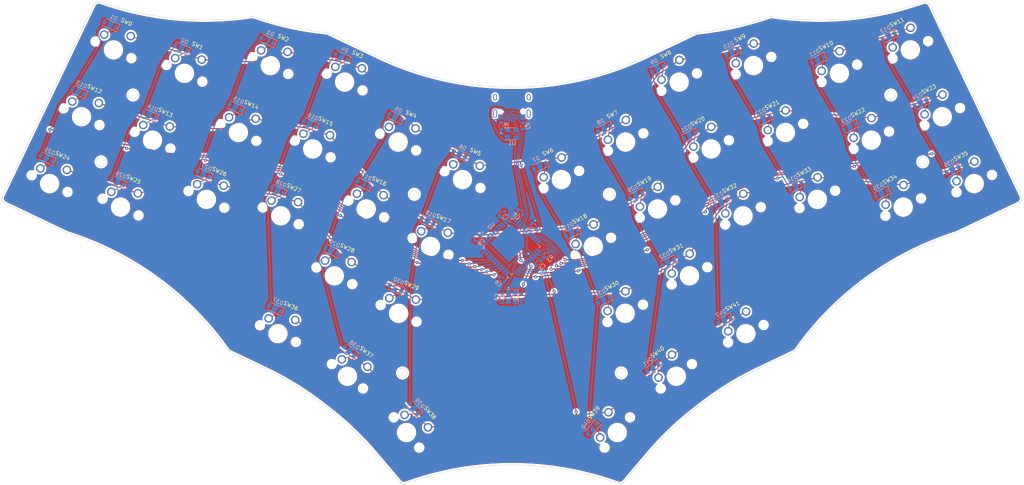
<source format=kicad_pcb>
(kicad_pcb (version 20210126) (generator pcbnew)
  (layers (0 "F.Cu" signal) (31 "B.Cu" signal) (34 "B.Paste" user) (35 "F.Paste" user) (36 "B.SilkS" user "B.Silkscreen") (37 "F.SilkS" user "F.Silkscreen") (38 "B.Mask" user) (39 "F.Mask" user) (44 "Edge.Cuts" user))
  (net 0 "")
  (net 1 "GND")
  (net 2 "matrix-0")
  (net 3 "matrix-3")
  (net 4 "matrix-4")
  (net 5 "matrix-5")
  (net 6 "matrix-6")
  (net 7 "matrix-7")
  (net 8 "matrix-8")
  (net 9 "matrix-9")
  (net 10 "matrix-10")
  (net 11 "matrix-11")
  (net 12 "matrix-12")
  (net 13 "matrix-13")
  (net 14 "matrix-14")
  (net 15 "matrix-15")
  (net 16 "matrix-16")
  (net 17 "matrix-17")
  (net 18 "switch-diode-0")
  (net 19 "switch-diode-1")
  (net 20 "switch-diode-2")
  (net 21 "switch-diode-3")
  (net 22 "switch-diode-4")
  (net 23 "switch-diode-5")
  (net 24 "switch-diode-6")
  (net 25 "switch-diode-7")
  (net 26 "switch-diode-8")
  (net 27 "switch-diode-9")
  (net 28 "switch-diode-10")
  (net 29 "switch-diode-11")
  (net 30 "switch-diode-12")
  (net 31 "switch-diode-13")
  (net 32 "switch-diode-14")
  (net 33 "switch-diode-15")
  (net 34 "switch-diode-16")
  (net 35 "switch-diode-17")
  (net 36 "switch-diode-18")
  (net 37 "switch-diode-19")
  (net 38 "switch-diode-20")
  (net 39 "switch-diode-21")
  (net 40 "switch-diode-22")
  (net 41 "switch-diode-23")
  (net 42 "switch-diode-24")
  (net 43 "switch-diode-25")
  (net 44 "switch-diode-26")
  (net 45 "switch-diode-27")
  (net 46 "switch-diode-28")
  (net 47 "switch-diode-29")
  (net 48 "switch-diode-30")
  (net 49 "switch-diode-31")
  (net 50 "switch-diode-32")
  (net 51 "switch-diode-33")
  (net 52 "switch-diode-34")
  (net 53 "switch-diode-35")
  (net 54 "switch-diode-36")
  (net 55 "switch-diode-37")
  (net 56 "switch-diode-38")
  (net 57 "switch-diode-39")
  (net 58 "switch-diode-40")
  (net 59 "switch-diode-41")
  (net 60 "usb-dp")
  (net 61 "usb-dn")
  (net 62 "usb-vcc")
  (net 63 "usb-cc1")
  (net 64 "usb-cc2")
  (net 65 "icsp-reset")
  (net 66 "xtal1")
  (net 67 "xtal2")
  (net 68 "ucap")
  (footprint "SW_Cherry_MX_PCB" (layer "F.Cu") (at 159.618 61.6745 26)
    (fp_text reference "SW6")
    (fp_text value "SW_Cherry_MX_1.00u_PCB" hide)
  )
  (footprint "SW_Cherry_MX_PCB" (layer "F.Cu") (at 207.003 101.283 26)
    (fp_text reference "SW41")
    (fp_text value "SW_Cherry_MX_1.00u_PCB" hide)
  )
  (footprint "SW_Cherry_MX_PCB" (layer "F.Cu") (at 189.874 36.6072 26)
    (fp_text reference "SW8")
    (fp_text value "SW_Cherry_MX_1.00u_PCB" hide)
  )
  (footprint "SW_Cherry_MX_PCB" (layer "F.Cu") (at 62.828 34.3572 -25)
    (fp_text reference "SW1")
    (fp_text value "SW_Cherry_MX_1.00u_PCB" hide)
  )
  (footprint "SW_Cherry_MX_PCB" (layer "F.Cu") (at 231.013 34.3572 26)
    (fp_text reference "SW10")
    (fp_text value "SW_Cherry_MX_1.00u_PCB" hide)
  )
  (footprint "SW_Cherry_MX_PCB" (layer "F.Cu") (at 208.962 32.3773 26)
    (fp_text reference "SW9")
    (fp_text value "SW_Cherry_MX_1.00u_PCB" hide)
  )
  (footprint "SW_Cherry_MX_PCB" (layer "F.Cu") (at 206.276 70.9957 26)
    (fp_text reference "SW32")
    (fp_text value "SW_Cherry_MX_1.00u_PCB" hide)
  )
  (footprint "SW_Cherry_MX_PCB" (layer "F.Cu") (at 117.717 52.0291 -25)
    (fp_text reference "SW4")
    (fp_text value "SW_Cherry_MX_1.00u_PCB" hide)
  )
  (footprint "SW_Cherry_MX_PCB" (layer "F.Cu") (at 217.163 49.5716 26)
    (fp_text reference "SW21")
    (fp_text value "SW_Cherry_MX_1.00u_PCB" hide)
  )
  (footprint "SW_Cherry_MX_PCB" (layer "F.Cu") (at 44.6006 28.3222 -25)
    (fp_text reference "SW0")
    (fp_text value "SW_Cherry_MX_1.00u_PCB" hide)
  )
  (footprint "SW_Cherry_MX_PCB" (layer "F.Cu") (at 46.4256 68.7457 -25)
    (fp_text reference "SW25")
    (fp_text value "SW_Cherry_MX_1.00u_PCB" hide)
  )
  (footprint "SW_Cherry_MX_PCB" (layer "F.Cu") (at 225.365 66.7658 26)
    (fp_text reference "SW33")
    (fp_text value "SW_Cherry_MX_1.00u_PCB" hide)
  )
  (footprint "SW_Cherry_MX_PCB" (layer "F.Cu") (at 95.7657 53.8014 -25)
    (fp_text reference "SW15")
    (fp_text value "SW_Cherry_MX_1.00u_PCB" hide)
  )
  (footprint "SW_Cherry_MX_PCB" (layer "F.Cu") (at 198.075 53.8014 26)
    (fp_text reference "SW20")
    (fp_text value "SW_Cherry_MX_1.00u_PCB" hide)
  )
  (footprint "SW_Cherry_MX_PCB" (layer "F.Cu") (at 119.856 126.695 -50)
    (fp_text reference "SW38")
    (fp_text value "SW_Cherry_MX_1.00u_PCB" hide)
  )
  (footprint "SW_Cherry_MX_PCB" (layer "F.Cu") (at 101.315 86.4176 -25)
    (fp_text reference "SW28")
    (fp_text value "SW_Cherry_MX_1.00u_PCB" hide)
  )
  (footprint "SW_Cherry_MX_PCB" (layer "F.Cu") (at 134.223 61.6745 -25)
    (fp_text reference "SW5")
    (fp_text value "SW_Cherry_MX_1.00u_PCB" hide)
  )
  (footprint "SW_Cherry_MX_PCB" (layer "F.Cu") (at 86.8371 101.283 -25)
    (fp_text reference "SW36")
    (fp_text value "SW_Cherry_MX_1.00u_PCB" hide)
  )
  (footprint "SW_Cherry_MX_PCB" (layer "F.Cu") (at 68.476 66.7658 -25)
    (fp_text reference "SW26")
    (fp_text value "SW_Cherry_MX_1.00u_PCB" hide)
  )
  (footprint "SW_Cherry_MX_PCB" (layer "F.Cu") (at 192.526 86.4176 26)
    (fp_text reference "SW31")
    (fp_text value "SW_Cherry_MX_1.00u_PCB" hide)
  )
  (footprint "SW_Cherry_MX_PCB" (layer "F.Cu") (at 189.149 112.242 38)
    (fp_text reference "SW40")
    (fp_text value "SW_Cherry_MX_1.00u_PCB" hide)
  )
  (footprint "SW_Cherry_MX_PCB" (layer "F.Cu") (at 87.5645 70.9957 -25)
    (fp_text reference "SW27")
    (fp_text value "SW_Cherry_MX_1.00u_PCB" hide)
  )
  (footprint "SW_Cherry_MX_PCB" (layer "F.Cu") (at 184.325 69.2233 26)
    (fp_text reference "SW19")
    (fp_text value "SW_Cherry_MX_1.00u_PCB" hide)
  )
  (footprint "SW_Cherry_MX_PCB" (layer "F.Cu") (at 76.6772 49.5716 -25)
    (fp_text reference "SW14")
    (fp_text value "SW_Cherry_MX_1.00u_PCB" hide)
  )
  (footprint "SW_Cherry_MX_PCB" (layer "F.Cu") (at 173.985 126.695 50)
    (fp_text reference "SW39")
    (fp_text value "SW_Cherry_MX_1.00u_PCB" hide)
  )
  (footprint "SW_Cherry_MX_PCB" (layer "F.Cu") (at 176.123 52.0291 26)
    (fp_text reference "SW7")
    (fp_text value "SW_Cherry_MX_1.00u_PCB" hide)
  )
  (footprint "SW_Cherry_MX_PCB" (layer "F.Cu") (at 117.82 96.063 -25)
    (fp_text reference "SW29")
    (fp_text value "SW_Cherry_MX_1.00u_PCB" hide)
  )
  (footprint "SW_Cherry_MX_PCB" (layer "F.Cu") (at 249.24 28.3222 26)
    (fp_text reference "SW11")
    (fp_text value "SW_Cherry_MX_1.00u_PCB" hide)
  )
  (footprint "SW_Cherry_MX_PCB" (layer "F.Cu") (at 36.3993 45.5164 -25)
    (fp_text reference "SW12")
    (fp_text value "SW_Cherry_MX_1.00u_PCB" hide)
  )
  (footprint "SW_Cherry_MX_PCB" (layer "F.Cu") (at 109.516 69.2233 -25)
    (fp_text reference "SW16")
    (fp_text value "SW_Cherry_MX_1.00u_PCB" hide)
  )
  (footprint "SW_Cherry_MX_PCB" (layer "F.Cu") (at 265.642 62.7107 26)
    (fp_text reference "SW35")
    (fp_text value "SW_Cherry_MX_1.00u_PCB" hide)
  )
  (footprint "SW_Cherry_MX_PCB" (layer "F.Cu") (at 176.021 96.063 26)
    (fp_text reference "SW30")
    (fp_text value "SW_Cherry_MX_1.00u_PCB" hide)
  )
  (footprint "SW_Cherry_MX_PCB" (layer "F.Cu") (at 239.214 51.5515 26)
    (fp_text reference "SW22")
    (fp_text value "SW_Cherry_MX_1.00u_PCB" hide)
  )
  (footprint "SW_Cherry_MX_PCB" (layer "F.Cu") (at 104.691 112.242 -38)
    (fp_text reference "SW37")
    (fp_text value "SW_Cherry_MX_1.00u_PCB" hide)
  )
  (footprint "SW_Cherry_MX_PCB" (layer "F.Cu") (at 167.819 78.8687 26)
    (fp_text reference "SW18")
    (fp_text value "SW_Cherry_MX_1.00u_PCB" hide)
  )
  (footprint "SW_Cherry_MX_PCB" (layer "F.Cu") (at 247.415 68.7457 26)
    (fp_text reference "SW34")
    (fp_text value "SW_Cherry_MX_1.00u_PCB" hide)
  )
  (footprint "SW_Cherry_MX_PCB" (layer "F.Cu") (at 28.1981 62.7107 -25)
    (fp_text reference "SW24")
    (fp_text value "SW_Cherry_MX_1.00u_PCB" hide)
  )
  (footprint "SW_Cherry_MX_PCB" (layer "F.Cu") (at 126.021 78.8687 -25)
    (fp_text reference "SW17")
    (fp_text value "SW_Cherry_MX_1.00u_PCB" hide)
  )
  (footprint "SW_Cherry_MX_PCB" (layer "F.Cu") (at 257.441 45.5164 26)
    (fp_text reference "SW23")
    (fp_text value "SW_Cherry_MX_1.00u_PCB" hide)
  )
  (footprint "SW_Cherry_MX_PCB" (layer "F.Cu") (at 103.967 36.6072 -25)
    (fp_text reference "SW3")
    (fp_text value "SW_Cherry_MX_1.00u_PCB" hide)
  )
  (footprint "SW_Cherry_MX_PCB" (layer "F.Cu") (at 84.8785 32.3773 -25)
    (fp_text reference "SW2")
    (fp_text value "SW_Cherry_MX_1.00u_PCB" hide)
  )
  (footprint "SW_Cherry_MX_PCB" (layer "F.Cu") (at 54.6268 51.5515 -25)
    (fp_text reference "SW13")
    (fp_text value "SW_Cherry_MX_1.00u_PCB" hide)
  )
  (footprint "D_SOD-123" (layer "B.Cu") (at 86.7732 64.5247 155)
    (fp_text reference "D28")
    (fp_text value "4148")
  )
  (footprint "D_SOD-123" (layer "B.Cu") (at 167.527 125.803 -130)
    (fp_text reference "D40")
    (fp_text value "4148")
  )
  (footprint "D_SOD-123" (layer "B.Cu") (at 251.914 42.059 -154)
    (fp_text reference "D24")
    (fp_text value "4148")
  )
  (footprint "D_SOD-123" (layer "B.Cu") (at 170.597 48.5717 -154)
    (fp_text reference "D8")
    (fp_text value "4148")
  )
  (footprint "D_SOD-123" (layer "B.Cu") (at 186.999 82.9601 -154)
    (fp_text reference "D32")
    (fp_text value "4148")
  )
  (footprint "D_SOD-123" (layer "B.Cu") (at 203.435 28.9199 -154)
    (fp_text reference "D10")
    (fp_text value "4148")
  )
  (footprint "R_0603_1608Metric" (layer "B.Cu") (at 153.68 83.1087 45)
    (fp_text reference "C5")
    (fp_text value "0.1 µF")
  )
  (footprint "D_SOD-123" (layer "B.Cu") (at 192.548 50.344 -154)
    (fp_text reference "D21")
    (fp_text value "4148")
  )
  (footprint "D_SOD-123" (layer "B.Cu") (at 162.292 75.4113 -154)
    (fp_text reference "D19")
    (fp_text value "4148")
  )
  (footprint "D_SOD-123" (layer "B.Cu") (at 121.783 120.467 130)
    (fp_text reference "D39")
    (fp_text value "4148")
  )
  (footprint "R_0603_1608Metric" (layer "B.Cu") (at 155.8 80.9887 45)
    (fp_text reference "R3")
    (fp_text value "10 kΩ")
  )
  (footprint "D_SOD-123" (layer "B.Cu") (at 45.6343 62.2747 155)
    (fp_text reference "D26")
    (fp_text value "4148")
  )
  (footprint "D_SOD-123" (layer "B.Cu") (at 103.176 30.1362 155)
    (fp_text reference "D4")
    (fp_text value "4148")
  )
  (footprint "R_0603_1608Metric" (layer "B.Cu") (at 149.1251 70.0796 -45)
    (fp_text reference "C1")
    (fp_text value "10 µF")
  )
  (footprint "D_SOD-123" (layer "B.Cu") (at 117.029 89.5919 155)
    (fp_text reference "D30")
    (fp_text value "4148")
  )
  (footprint "D_SOD-123" (layer "B.Cu") (at 178.798 65.7659 -154)
    (fp_text reference "D20")
    (fp_text value "4148")
  )
  (footprint "D_SOD-123" (layer "B.Cu") (at 170.494 92.6055 -154)
    (fp_text reference "D31")
    (fp_text value "4148")
  )
  (footprint "SOT-143" (layer "B.Cu") (at 146.92 49.9074)
    (fp_text reference "U1")
    (fp_text value "SR05")
  )
  (footprint "R_0603_1608Metric" (layer "B.Cu") (at 144.4 87.3487 -45)
    (fp_text reference "C6")
    (fp_text value "0.1 µF")
  )
  (footprint "D_SOD-123" (layer "B.Cu") (at 233.687 48.094 -154)
    (fp_text reference "D23")
    (fp_text value "4148")
  )
  (footprint "D_SOD-123" (layer "B.Cu") (at 133.431 55.2034 155)
    (fp_text reference "D6")
    (fp_text value "4148")
  )
  (footprint "D_SOD-123" (layer "B.Cu") (at 105.272 105.748 142)
    (fp_text reference "D38")
    (fp_text value "4148")
  )
  (footprint "D_SOD-123" (layer "B.Cu") (at 84.0872 25.9063 155)
    (fp_text reference "D3")
    (fp_text value "4148")
  )
  (footprint "D_SOD-123" (layer "B.Cu") (at 183.021 110.018 -142)
    (fp_text reference "D41")
    (fp_text value "4148")
  )
  (footprint "D_SOD-123" (layer "B.Cu") (at 184.347 33.1497 -154)
    (fp_text reference "D9")
    (fp_text value "4148")
  )
  (footprint "D_SOD-123" (layer "B.Cu") (at 94.9745 47.3304 155)
    (fp_text reference "D16")
    (fp_text value "4148")
  )
  (footprint "R_0603_1608Metric" (layer "B.Cu") (at 149.37 91.8687 -90)
    (fp_text reference "C2")
    (fp_text value "22 pF")
  )
  (footprint "TQFP-44_10x10mm_P0.8mm" (layer "B.Cu") (at 146.92 78.8687 -135)
    (fp_text reference "U2")
    (fp_text value "ATMEGA32U4-AU")
  )
  (footprint "D_SOD-123" (layer "B.Cu") (at 154.091 58.217 -154)
    (fp_text reference "D7")
    (fp_text value "4148")
  )
  (footprint "D_SOD-123" (layer "B.Cu") (at 225.486 30.8998 -154)
    (fp_text reference "D11")
    (fp_text value "4148")
  )
  (footprint "D_SOD-123" (layer "B.Cu") (at 86.0459 94.8119 155)
    (fp_text reference "D37")
    (fp_text value "4148")
  )
  (footprint "D_SOD-123" (layer "B.Cu") (at 211.636 46.1141 -154)
    (fp_text reference "D22")
    (fp_text value "4148")
  )
  (footprint "D_SOD-123" (layer "B.Cu") (at 243.713 24.8648 -154)
    (fp_text reference "D12")
    (fp_text value "4148")
  )
  (footprint "D_SOD-123" (layer "B.Cu") (at 100.523 79.9466 155)
    (fp_text reference "D29")
    (fp_text value "4148")
  )
  (footprint "R_0603_1608Metric" (layer "B.Cu") (at 144.12 47.9074 90)
    (fp_text reference "R1")
    (fp_text value "5.1 kΩ")
  )
  (footprint "R_0603_1608Metric" (layer "B.Cu") (at 152.62 73.5687 -45)
    (fp_text reference "C4")
    (fp_text value "1 µF")
  )
  (footprint "D_SOD-123" (layer "B.Cu") (at 200.749 67.5382 -154)
    (fp_text reference "D33")
    (fp_text value "4148")
  )
  (footprint "HRO-TYPE-C-31-M-12" (layer "B.Cu") (at 146.92 37.9074)
    (fp_text reference "J1" hide)
    (fp_text value "HRO-TYPE-C-31-M-12" hide)
  )
  (footprint "D_SOD-123" (layer "B.Cu") (at 116.926 45.5581 155)
    (fp_text reference "D5")
    (fp_text value "4148")
  )
  (footprint "R_0603_1608Metric" (layer "B.Cu") (at 149.72 47.9074 90)
    (fp_text reference "R2")
    (fp_text value "5.1 kΩ")
  )
  (footprint "D_SOD-123" (layer "B.Cu") (at 219.838 63.3084 -154)
    (fp_text reference "D34")
    (fp_text value "4148")
  )
  (footprint "D_SOD-123" (layer "B.Cu") (at 43.8093 21.8512 155)
    (fp_text reference "D1")
    (fp_text value "4148")
  )
  (footprint "R_0603_1608Metric" (layer "B.Cu") (at 138.04 76.7487 45)
    (fp_text reference "C8")
    (fp_text value "0.1 µF")
  )
  (footprint "R_0603_1608Metric" (layer "B.Cu") (at 144.47 91.8687 -90)
    (fp_text reference "C3")
    (fp_text value "22 pF")
  )
  (footprint "D_SOD-123" (layer "B.Cu") (at 67.6847 60.2948 155)
    (fp_text reference "D27")
    (fp_text value "4148")
  )
  (footprint "D_SOD-123" (layer "B.Cu") (at 125.23 72.3977 155)
    (fp_text reference "D18")
    (fp_text value "4148")
  )
  (footprint "D_SOD-123" (layer "B.Cu") (at 108.725 62.7523 155)
    (fp_text reference "D17")
    (fp_text value "4148")
  )
  (footprint "D_SOD-123" (layer "B.Cu") (at 241.888 65.2883 -154)
    (fp_text reference "D35")
    (fp_text value "4148")
  )
  (footprint "D_SOD-123" (layer "B.Cu") (at 35.6081 39.0454 155)
    (fp_text reference "D13")
    (fp_text value "4148")
  )
  (footprint "D_SOD-123" (layer "B.Cu") (at 201.477 97.8255 -154)
    (fp_text reference "D42")
    (fp_text value "4148")
  )
  (footprint "D_SOD-123" (layer "B.Cu") (at 27.4069 56.2397 155)
    (fp_text reference "D25")
    (fp_text value "4148")
  )
  (footprint "D_SOD-123" (layer "B.Cu") (at 62.0368 27.8862 155)
    (fp_text reference "D2")
    (fp_text value "4148")
  )
  (footprint "D_SOD-123" (layer "B.Cu") (at 75.886 43.1005 155)
    (fp_text reference "D15")
    (fp_text value "4148")
  )
  (footprint "D_SOD-123" (layer "B.Cu") (at 53.8356 45.0805 155)
    (fp_text reference "D14")
    (fp_text value "4148")
  )
  (footprint "R_0603_1608Metric" (layer "B.Cu") (at 144.4 70.3887 45)
    (fp_text reference "C7")
    (fp_text value "0.1 µF")
  )
  (footprint "D_SOD-123" (layer "B.Cu") (at 260.116 59.2533 -154)
    (fp_text reference "D36")
    (fp_text value "4148")
  )
  (footprint "Crystal_SMD_3225-4Pin_3.2x2.5mm" (layer "B.Cu") (at 146.92 91.8687 -90)
    (fp_text reference "X1")
    (fp_text value "16 MHz")
  )
  (gr_line (start 246.405537 81.739265) (end 244.700347 82.712628) (layer "Edge.Cuts") (width 0.1))
  (gr_line (start 62.829132 20.483113) (end 64.789884 20.585871) (layer "Edge.Cuts") (width 0.1))
  (gr_line (start 213.748144 19.72857) (end 213.785702 19.732568) (layer "Edge.Cuts") (width 0.1))
  (gr_line (start 119.360925 139.845151) (end 119.324227 139.848019) (layer "Edge.Cuts") (width 0.1))
  (gr_line (start 253.178672 16.016301) (end 253.215228 16.021896) (layer "Edge.Cuts") (width 0.1))
  (gr_line (start 146.920288 135.000232) (end 144.931407 135.024958) (layer "Edge.Cuts") (width 0.1))
  (gr_line (start 118.95764 139.827105) (end 118.921506 139.820083) (layer "Edge.Cuts") (width 0.1))
  (gr_line (start 213.446494 19.730761) (end 213.484092 19.727164) (layer "Edge.Cuts") (width 0.1))
  (gr_line (start 74.260161 105.807574) (end 74.230663 105.785546) (layer "Edge.Cuts") (width 0.1))
  (gr_line (start 118.744017 139.771804) (end 118.709305 139.759556) (layer "Edge.Cuts") (width 0.1))
  (gr_line (start 34.903451 76.135255) (end 33.032401 75.510345) (layer "Edge.Cuts") (width 0.1))
  (gr_circle (center 121.869211 65.448891) (end 123.069211 65.448891) (layer "Edge.Cuts") (width 0.1) (fill none))
  (gr_line (start 119.6143 139.800053) (end 119.578633 139.809151) (layer "Edge.Cuts") (width 0.1))
  (gr_line (start 125.312105 137.973705) (end 123.403827 138.534715) (layer "Edge.Cuts") (width 0.1))
  (gr_line (start 215.364233 19.960693) (end 217.340531 20.196871) (layer "Edge.Cuts") (width 0.1))
  (gr_line (start 174.370135 139.83116) (end 174.333895 139.82471) (layer "Edge.Cuts") (width 0.1))
  (gr_line (start 277.741833 67.034349) (end 277.728275 67.068576) (layer "Edge.Cuts") (width 0.1))
  (gr_line (start 36.749945 76.802765) (end 34.903451 76.135255) (layer "Edge.Cuts") (width 0.1))
  (gr_line (start 174.663513 139.850467) (end 174.62671 139.85121) (layer "Edge.Cuts") (width 0.1))
  (gr_line (start 232.020305 91.941076) (end 230.569812 93.264398) (layer "Edge.Cuts") (width 0.1))
  (gr_line (start 244.700347 82.712628) (end 243.019557 83.727545) (layer "Edge.Cuts") (width 0.1))
  (gr_line (start 118.156823 139.403608) (end 118.131322 139.377063) (layer "Edge.Cuts") (width 0.1))
  (gr_line (start 39.788382 16.462131) (end 39.814179 16.435866) (layer "Edge.Cuts") (width 0.1))
  (gr_line (start 233.502837 90.65375) (end 232.020305 91.941076) (layer "Edge.Cuts") (width 0.1))
  (gr_line (start 175.427247 139.612213) (end 175.396061 139.631768) (layer "Edge.Cuts") (width 0.1))
  (gr_line (start 118.607116 139.717756) (end 118.573772 139.702165) (layer "Edge.Cuts") (width 0.1))
  (gr_line (start 277.115945 67.783151) (end 277.084199 67.801793) (layer "Edge.Cuts") (width 0.1))
  (gr_line (start 119.777507 33.162124) (end 121.646321 33.810172) (layer "Edge.Cuts") (width 0.1))
  (gr_line (start 194.35929 23.938947) (end 194.394739 23.929012) (layer "Edge.Cuts") (width 0.1))
  (gr_line (start 41.240592 16.046145) (end 41.27616 16.055644) (layer "Edge.Cuts") (width 0.1))
  (gr_line (start 43.586177 16.83516) (end 45.4632 17.411263) (layer "Edge.Cuts") (width 0.1))
  (gr_line (start 16.015514 66.714328) (end 16.010679 66.677832) (layer "Edge.Cuts") (width 0.1))
  (gr_line (start 118.674903 139.74646) (end 118.640834 139.732524) (layer "Edge.Cuts") (width 0.1))
  (gr_line (start 158.810584 135.888787) (end 156.840119 135.617634) (layer "Edge.Cuts") (width 0.1))
  (gr_line (start 253.215228 16.021896) (end 253.251635 16.02839) (layer "Edge.Cuts") (width 0.1))
  (gr_line (start 277.829897 66.677832) (end 277.825062 66.714328) (layer "Edge.Cuts") (width 0.1))
  (gr_line (start 253.568978 16.126485) (end 253.602699 16.141669) (layer "Edge.Cuts") (width 0.1))
  (gr_line (start 41.723858 16.213166) (end 43.586177 16.83516) (layer "Edge.Cuts") (width 0.1))
  (gr_line (start 16.003703 66.60454) (end 16.001565 66.567787) (layer "Edge.Cuts") (width 0.1))
  (gr_line (start 16.027864 66.786908) (end 16.021244 66.750694) (layer "Edge.Cuts") (width 0.1))
  (gr_line (start 174.297824 139.817372) (end 174.261944 139.809151) (layer "Edge.Cuts") (width 0.1))
  (gr_line (start 168.528471 137.973705) (end 166.606836 137.460311) (layer "Edge.Cuts") (width 0.1))
  (gr_line (start 16.756377 67.801793) (end 16.724631 67.783151) (layer "Edge.Cuts") (width 0.1))
  (gr_line (start 70.679 20.605143) (end 72.640383 20.51522) (layer "Edge.Cuts") (width 0.1))
  (gr_line (start 41.204802 16.037522) (end 41.240592 16.046145) (layer "Edge.Cuts") (width 0.1))
  (gr_line (start 160.69752 36.712178) (end 162.641594 36.347476) (layer "Edge.Cuts") (width 0.1))
  (gr_line (start 16.022922 66.237811) (end 16.029779 66.201641) (layer "Edge.Cuts") (width 0.1))
  (gr_line (start 80.616809 19.772125) (end 80.653206 19.782263) (layer "Edge.Cuts") (width 0.1))
  (gr_line (start 32.243228 75.193145) (end 16.854225 67.852967) (layer "Edge.Cuts") (width 0.1))
  (gr_line (start 277.084199 67.801793) (end 277.052005 67.81965) (layer "Edge.Cuts") (width 0.1))
  (gr_line (start 181.924564 132.060014) (end 175.758264 139.322135) (layer "Edge.Cuts") (width 0.1))
  (gr_line (start 146.920288 37.907434) (end 148.898124 37.882981) (layer "Edge.Cuts") (width 0.1))
  (gr_line (start 74.44767 105.923961) (end 74.415259 105.906501) (layer "Edge.Cuts") (width 0.1))
  (gr_line (start 118.885556 139.812175) (end 118.84981 139.803388) (layer "Edge.Cuts") (width 0.1))
  (gr_line (start 32.715007 75.406753) (end 32.680702 75.393391) (layer "Edge.Cuts") (width 0.1))
  (gr_line (start 194.502397 23.904466) (end 194.538649 23.898053) (layer "Edge.Cuts") (width 0.1))
  (gr_line (start 64.688344 94.622918) (end 63.270764 93.264398) (layer "Edge.Cuts") (width 0.1))
  (gr_line (start 119.578633 139.809151) (end 119.542753 139.817372) (layer "Edge.Cuts") (width 0.1))
  (gr_line (start 253.251635 16.02839) (end 253.28787 16.03578) (layer "Edge.Cuts") (width 0.1))
  (gr_line (start 252.994438 16.001919) (end 253.031404 16.002976) (layer "Edge.Cuts") (width 0.1))
  (gr_line (start 184.42294 129.253501) (end 183.160233 130.63884) (layer "Edge.Cuts") (width 0.1))
  (gr_line (start 213.1875 19.782216) (end 213.223885 19.772081) (layer "Edge.Cuts") (width 0.1))
  (gr_line (start 194.152678 24.016517) (end 194.186285 24.001488) (layer "Edge.Cuts") (width 0.1))
  (gr_line (start 219.392907 105.923961) (end 219.360077 105.940621) (layer "Edge.Cuts") (width 0.1))
  (gr_line (start 156.785299 37.296863) (end 158.745024 37.028704) (layer "Edge.Cuts") (width 0.1))
  (gr_line (start 31.90282 32.818701) (end 39.517484 16.854225) (layer "Edge.Cuts") (width 0.1))
  (gr_line (start 200.370716 115.874222) (end 198.820873 116.928537) (layer "Edge.Cuts") (width 0.1))
  (gr_line (start 252.62766 16.041318) (end 252.663767 16.033321) (layer "Edge.Cuts") (width 0.1))
  (gr_line (start 277.784932 66.094291) (end 277.794431 66.129859) (layer "Edge.Cuts") (width 0.1))
  (gr_line (start 39.714967 16.544612) (end 39.738761 16.516521) (layer "Edge.Cuts") (width 0.1))
  (gr_line (start 225.286086 20.648192) (end 227.276417 20.637326) (layer "Edge.Cuts") (width 0.1))
  (gr_line (start 118.237124 139.479381) (end 118.20974 139.454783) (layer "Edge.Cuts") (width 0.1))
  (gr_line (start 194.61157 23.887906) (end 194.877282 23.857559) (layer "Edge.Cuts") (width 0.1))
  (gr_line (start 16.662559 67.743559) (end 16.632271 67.722633) (layer "Edge.Cuts") (width 0.1))
  (gr_line (start 219.748817 105.664932) (end 219.722238 105.690404) (layer "Edge.Cuts") (width 0.1))
  (gr_line (start 199.70539 23.220686) (end 201.638818 22.878683) (layer "Edge.Cuts") (width 0.1))
  (gr_line (start 67.42137 97.442259) (end 66.072157 96.015818) (layer "Edge.Cuts") (width 0.1))
  (gr_line (start 41.096312 16.016955) (end 41.13264 16.022922) (layer "Edge.Cuts") (width 0.1))
  (gr_line (start 16.292262 67.38869) (end 16.270794 67.358783) (layer "Edge.Cuts") (width 0.1))
  (gr_line (start 277.430334 67.529839) (end 277.40471 67.556272) (layer "Edge.Cuts") (width 0.1))
  (gr_line (start 118.20974 139.454783) (end 118.182967 139.42952) (layer "Edge.Cuts") (width 0.1))
  (gr_line (start 16.004425 66.383847) (end 16.007704 66.347179) (layer "Edge.Cuts") (width 0.1))
  (gr_line (start 277.833835 66.641229) (end 277.829897 66.677832) (layer "Edge.Cuts") (width 0.1))
  (gr_line (start 217.340531 20.196871) (end 219.322094 20.383811) (layer "Edge.Cuts") (width 0.1))
  (gr_line (start 102.636912 122.790899) (end 101.192542 121.596165) (layer "Edge.Cuts") (width 0.1))
  (gr_line (start 118.993935 139.833239) (end 118.95764 139.827105) (layer "Edge.Cuts") (width 0.1))
  (gr_line (start 227.768419 96.015818) (end 226.419206 97.442259) (layer "Edge.Cuts") (width 0.1))
  (gr_line (start 194.538649 23.898053) (end 194.575048 23.892532) (layer "Edge.Cuts") (width 0.1))
  (gr_line (start 175.517796 139.549041) (end 175.488133 139.570837) (layer "Edge.Cuts") (width 0.1))
  (gr_line (start 175.657609 139.42952) (end 175.630837 139.454783) (layer "Edge.Cuts") (width 0.1))
  (gr_line (start 16.000572 66.45737) (end 16.002047 66.420585) (layer "Edge.Cuts") (width 0.1))
  (gr_line (start 197.296157 118.018874) (end 195.790378 119.149911) (layer "Edge.Cuts") (width 0.1))
  (gr_line (start 80.39412 19.730803) (end 80.431629 19.735345) (layer "Edge.Cuts") (width 0.1))
  (gr_line (start 66.752568 20.64048) (end 68.716001 20.646905) (layer "Edge.Cuts") (width 0.1))
  (gr_line (start 175.299757 139.685761) (end 175.266805 139.702165) (layer "Edge.Cuts") (width 0.1))
  (gr_line (start 245.002203 18.322417) (end 246.928572 17.82178) (layer "Edge.Cuts") (width 0.1))
  (gr_line (start 277.548314 67.38869) (end 277.526118 67.418062) (layer "Edge.Cuts") (width 0.1))
  (gr_line (start 203.563271 22.489334) (end 205.477589 22.052874) (layer "Edge.Cuts") (width 0.1))
  (gr_line (start 243.019557 83.727545) (end 241.364182 84.783406) (layer "Edge.Cuts") (width 0.1))
  (gr_line (start 16.270794 67.358783) (end 16.250067 67.328358) (layer "Edge.Cuts") (width 0.1))
  (gr_line (start 277.147224 67.763736) (end 277.115945 67.783151) (layer "Edge.Cuts") (width 0.1))
  (gr_line (start 260.808176 75.510345) (end 258.937126 76.135255) (layer "Edge.Cuts") (width 0.1))
  (gr_line (start 140.958563 135.22268) (end 138.977055 135.395552) (layer "Edge.Cuts") (width 0.1))
  (gr_line (start 118.476172 139.650551) (end 118.444515 139.631768) (layer "Edge.Cuts") (width 0.1))
  (gr_line (start 277.682621 67.169118) (end 277.665774 67.201851) (layer "Edge.Cuts") (width 0.1))
  (gr_line (start 175.575473 139.503299) (end 175.546915 139.526524) (layer "Edge.Cuts") (width 0.1))
  (gr_line (start 277.75124 65.989135) (end 277.76333 66.023908) (layer "Edge.Cuts") (width 0.1))
  (gr_line (start 253.856952 16.292016) (end 253.886505 16.314248) (layer "Edge.Cuts") (width 0.1))
  (gr_line (start 40.440635 16.063164) (end 40.476026 16.053026) (layer "Edge.Cuts") (width 0.1))
  (gr_line (start 277.59051 67.328358) (end 277.569782 67.358783) (layer "Edge.Cuts") (width 0.1))
  (gr_line (start 99.905151 24.116888) (end 99.921814 24.12471) (layer "Edge.Cuts") (width 0.1))
  (gr_line (start 239.735217 85.879573) (end 238.133644 87.015387) (layer "Edge.Cuts") (width 0.1))
  (gr_line (start 270.138993 50.012951) (end 277.694463 65.853322) (layer "Edge.Cuts") (width 0.1))
  (gr_line (start 156.840119 135.617634) (end 154.863521 135.395552) (layer "Edge.Cuts") (width 0.1))
  (gr_line (start 144.942453 37.882981) (end 146.920288 37.907434) (layer "Edge.Cuts") (width 0.1))
  (gr_line (start 39.606715 16.693352) (end 39.626891 16.662559) (layer "Edge.Cuts") (width 0.1))
  (gr_line (start 58.824061 89.403195) (end 57.280149 88.190163) (layer "Edge.Cuts") (width 0.1))
  (gr_line (start 175.096559 139.771804) (end 175.061557 139.783197) (layer "Edge.Cuts") (width 0.1))
  (gr_line (start 16.821193 67.836711) (end 16.788571 67.81965) (layer "Edge.Cuts") (width 0.1))
  (gr_line (start 64.789884 20.585871) (end 66.752568 20.64048) (layer "Edge.Cuts") (width 0.1))
  (gr_line (start 74.29019 105.82887) (end 74.260161 105.807574) (layer "Edge.Cuts") (width 0.1))
  (gr_line (start 33.032401 75.510345) (end 32.784547 75.430931) (layer "Edge.Cuts") (width 0.1))
  (gr_line (start 172.194255 33.810172) (end 174.063069 33.162124) (layer "Edge.Cuts") (width 0.1))
  (gr_line (start 90.484021 22.533513) (end 92.451055 22.925529) (layer "Edge.Cuts") (width 0.1))
  (gr_line (start 254.148604 16.573828) (end 254.171121 16.603165) (layer "Edge.Cuts") (width 0.1))
  (gr_line (start 174.443035 139.841384) (end 174.406522 139.836719) (layer "Edge.Cuts") (width 0.1))
  (gr_line (start 175.734096 139.349899) (end 175.709254 139.377063) (layer "Edge.Cuts") (width 0.1))
  (gr_line (start 16.021244 66.750694) (end 16.015514 66.714328) (layer "Edge.Cuts") (width 0.1))
  (gr_line (start 39.867666 16.385274) (end 39.895325 16.360978) (layer "Edge.Cuts") (width 0.1))
  (gr_line (start 164.67303 136.994849) (end 162.728251 136.577608) (layer "Edge.Cuts") (width 0.1))
  (gr_line (start 93.46986 115.874222) (end 91.89574 114.856509) (layer "Edge.Cuts") (width 0.1))
  (gr_line (start 277.76333 66.023908) (end 277.774563 66.058967) (layer "Edge.Cuts") (width 0.1))
  (gr_line (start 253.602699 16.141669) (end 253.636035 16.157678) (layer "Edge.Cuts") (width 0.1))
  (gr_line (start 118.41333 139.612213) (end 118.382633 139.591899) (layer "Edge.Cuts") (width 0.1))
  (gr_line (start 243.063976 18.774975) (end 245.002203 18.322417) (layer "Edge.Cuts") (width 0.1))
  (gr_line (start 194.877282 23.857559) (end 194.895583 23.855582) (layer "Edge.Cuts") (width 0.1))
  (gr_line (start 40.765911 16.003703) (end 40.802664 16.001565) (layer "Edge.Cuts") (width 0.1))
  (gr_line (start 255.261076 77.515389) (end 253.449559 78.272699) (layer "Edge.Cuts") (width 0.1))
  (gr_line (start 277.503208 67.446879) (end 277.479598 67.475126) (layer "Edge.Cuts") (width 0.1))
  (gr_line (start 119.506682 139.82471) (end 119.470442 139.83116) (layer "Edge.Cuts") (width 0.1))
  (gr_line (start 144.931407 135.024958) (end 142.943756 135.099123) (layer "Edge.Cuts") (width 0.1))
  (gr_line (start 174.553107 139.849985) (end 174.516349 139.848019) (layer "Edge.Cuts") (width 0.1))
  (gr_line (start 261.056029 75.430931) (end 260.808176 75.510345) (layer "Edge.Cuts") (width 0.1))
  (gr_line (start 99.568564 23.96958) (end 99.603719 23.982237) (layer "Edge.Cuts") (width 0.1))
  (gr_line (start 73.991926 105.556756) (end 73.968664 105.528222) (layer "Edge.Cuts") (width 0.1))
  (gr_line (start 211.148237 20.463598) (end 213.019287 19.838688) (layer "Edge.Cuts") (width 0.1))
  (gr_line (start 16.046145 66.129859) (end 16.055644 66.094291) (layer "Edge.Cuts") (width 0.1))
  (gr_line (start 229.152232 94.622918) (end 227.768419 96.015818) (layer "Edge.Cuts") (width 0.1))
  (gr_line (start 108.122818 127.898126) (end 106.7966 126.57346) (layer "Edge.Cuts") (width 0.1))
  (gr_line (start 220.214374 105.054239) (end 219.9163 105.469484) (layer "Edge.Cuts") (width 0.1))
  (gr_line (start 213.334409 19.747215) (end 213.371628 19.74079) (layer "Edge.Cuts") (width 0.1))
  (gr_line (start 68.73517 98.901382) (end 67.42137 97.442259) (layer "Edge.Cuts") (width 0.1))
  (gr_line (start 219.774764 105.638815) (end 219.748817 105.664932) (layer "Edge.Cuts") (width 0.1))
  (gr_line (start 73.924276 105.469484) (end 73.626202 105.054239) (layer "Edge.Cuts") (width 0.1))
  (gr_line (start 197.764151 23.515137) (end 199.70539 23.220686) (layer "Edge.Cuts") (width 0.1))
  (gr_circle (center 171.971365 65.448891) (end 173.171365 65.448891) (layer "Edge.Cuts") (width 0.1) (fill none))
  (gr_line (start 78.50303 19.957165) (end 80.017335 19.737601) (layer "Edge.Cuts") (width 0.1))
  (gr_line (start 253.35974 16.053227) (end 253.39533 16.063274) (layer "Edge.Cuts") (width 0.1))
  (gr_line (start 55.029024 19.592248) (end 56.970263 19.886699) (layer "Edge.Cuts") (width 0.1))
  (gr_line (start 32.613129 75.364163) (end 32.259891 75.200967) (layer "Edge.Cuts") (width 0.1))
  (gr_line (start 174.516349 139.848019) (end 174.479652 139.845151) (layer "Edge.Cuts") (width 0.1))
  (gr_line (start 40.692619 16.010679) (end 40.729222 16.006741) (layer "Edge.Cuts") (width 0.1))
  (gr_line (start 253.701473 16.192139) (end 253.733535 16.210569) (layer "Edge.Cuts") (width 0.1))
  (gr_line (start 99.673027 24.010159) (end 99.707138 24.025405) (layer "Edge.Cuts") (width 0.1))
  (gr_line (start 118.50828 139.668553) (end 118.476172 139.650551) (layer "Edge.Cuts") (width 0.1))
  (gr_line (start 277.766409 66.964948) (end 277.754547 66.999799) (layer "Edge.Cuts") (width 0.1))
  (gr_line (start 40.986604 16.004425) (end 41.023272 16.007704) (layer "Edge.Cuts") (width 0.1))
  (gr_line (start 88.678141 112.933099) (end 87.036429 112.028458) (layer "Edge.Cuts") (width 0.1))
  (gr_line (start 164.576058 35.934823) (end 166.499728 35.47447) (layer "Edge.Cuts") (width 0.1))
  (gr_line (start 80.653206 19.782263) (end 80.689338 19.793314) (layer "Edge.Cuts") (width 0.1))
  (gr_line (start 185.717758 127.898126) (end 184.42294 129.253501) (layer "Edge.Cuts") (width 0.1))
  (gr_line (start 23.701583 50.012951) (end 31.90282 32.818701) (layer "Edge.Cuts") (width 0.1))
  (gr_line (start 41.311484 16.066014) (end 41.346543 16.077247) (layer "Edge.Cuts") (width 0.1))
  (gr_line (start 40.619757 16.021244) (end 40.656123 16.015514) (layer "Edge.Cuts") (width 0.1))
  (gr_line (start 74.091759 105.664932) (end 74.065812 105.638815) (layer "Edge.Cuts") (width 0.1))
  (gr_line (start 230.569812 93.264398) (end 229.152232 94.622918) (layer "Edge.Cuts") (width 0.1))
  (gr_line (start 254.076813 16.489273) (end 254.101436 16.516865) (layer "Edge.Cuts") (width 0.1))
  (gr_line (start 51.171143 18.860896) (end 53.095596 19.250245) (layer "Edge.Cuts") (width 0.1))
  (gr_line (start 118.182967 139.42952) (end 118.156823 139.403608) (layer "Edge.Cuts") (width 0.1))
  (gr_line (start 85.373972 111.16253) (end 83.683797 110.331914) (layer "Edge.Cuts") (width 0.1))
  (gr_line (start 80.167747 19.72348) (end 80.205513 19.722322) (layer "Edge.Cuts") (width 0.1))
  (gr_line (start 118.382633 139.591899) (end 118.352444 139.570837) (layer "Edge.Cuts") (width 0.1))
  (gr_line (start 118.265103 139.503299) (end 118.237124 139.479381) (layer "Edge.Cuts") (width 0.1))
  (gr_line (start 194.220251 23.987289) (end 194.254555 23.973927) (layer "Edge.Cuts") (width 0.1))
  (gr_line (start 175.603452 139.479381) (end 175.575473 139.503299) (layer "Edge.Cuts") (width 0.1))
  (gr_line (start 80.356508 19.727207) (end 80.39412 19.730803) (layer "Edge.Cuts") (width 0.1))
  (gr_line (start 175.061557 139.783197) (end 175.026286 139.793727) (layer "Edge.Cuts") (width 0.1))
  (gr_line (start 219.425317 105.906501) (end 219.392907 105.923961) (layer "Edge.Cuts") (width 0.1))
  (gr_line (start 194.575048 23.892532) (end 194.61157 23.887906) (layer "Edge.Cuts") (width 0.1))
  (gr_line (start 74.480499 105.940621) (end 74.44767 105.923961) (layer "Edge.Cuts") (width 0.1))
  (gr_line (start 174.479652 139.845151) (end 174.443035 139.841384) (layer "Edge.Cuts") (width 0.1))
  (gr_circle (center 252.42813 57.131085) (end 253.62813 57.131085) (layer "Edge.Cuts") (width 0.1) (fill none))
  (gr_line (start 253.765133 16.229783) (end 253.796248 16.249771) (layer "Edge.Cuts") (width 0.1))
  (gr_line (start 221.384288 103.465956) (end 220.214374 105.054239) (layer "Edge.Cuts") (width 0.1))
  (gr_line (start 111.916013 132.060014) (end 110.680343 130.63884) (layer "Edge.Cuts") (width 0.1))
  (gr_line (start 80.017335 19.737601) (end 80.054793 19.732651) (layer "Edge.Cuts") (width 0.1))
  (gr_line (start 101.192542 121.596165) (end 99.713676 120.430159) (layer "Edge.Cuts") (width 0.1))
  (gr_line (start 277.709903 65.886743) (end 277.724518 65.920532) (layer "Edge.Cuts") (width 0.1))
  (gr_line (start 253.636035 16.157678) (end 253.668966 16.174505) (layer "Edge.Cuts") (width 0.1))
  (gr_line (start 175.758264 139.322135) (end 175.734096 139.349899) (layer "Edge.Cuts") (width 0.1))
  (gr_line (start 74.351772 105.869221) (end 74.320733 105.849423) (layer "Edge.Cuts") (width 0.1))
  (gr_line (start 16.192448 67.234161) (end 16.174803 67.201851) (layer "Edge.Cuts") (width 0.1))
  (gr_line (start 40.656123 16.015514) (end 40.692619 16.010679) (layer "Edge.Cuts") (width 0.1))
  (gr_line (start 16.053026 66.894425) (end 16.04376 66.858796) (layer "Edge.Cuts") (width 0.1))
  (gr_line (start 277.840246 66.530993) (end 277.839011 66.567787) (layer "Edge.Cuts") (width 0.1))
  (gr_line (start 175.199743 139.732524) (end 175.165673 139.74646) (layer "Edge.Cuts") (width 0.1))
  (gr_circle (center 49.613683 39.936835) (end 50.813683 39.936835) (layer "Edge.Cuts") (width 0.1) (fill none))
  (gr_line (start 252.846649 16.006804) (end 252.88354 16.004217) (layer "Edge.Cuts") (width 0.1))
  (gr_line (start 99.241155 23.896002) (end 99.278243 23.900527) (layer "Edge.Cuts") (width 0.1))
  (gr_line (start 16.210882 67.266029) (end 16.192448 67.234161) (layer "Edge.Cuts") (width 0.1))
  (gr_line (start 53.095596 19.250245) (end 55.029024 19.592248) (layer "Edge.Cuts") (width 0.1))
  (gr_line (start 252.920483 16.002539) (end 252.957457 16.001773) (layer "Edge.Cuts") (width 0.1))
  (gr_line (start 195.790378 119.149911) (end 194.1269 120.430159) (layer "Edge.Cuts") (width 0.1))
  (gr_line (start 277.812713 66.786908) (end 277.805206 66.82295) (layer "Edge.Cuts") (width 0.1))
  (gr_line (start 174.91907 139.820083) (end 174.882937 139.827105) (layer "Edge.Cuts") (width 0.1))
  (gr_line (start 40.405503 16.074167) (end 40.440635 16.063164) (layer "Edge.Cuts") (width 0.1))
  (gr_line (start 32.259891 75.200967) (end 32.243228 75.193145) (layer "Edge.Cuts") (width 0.1))
  (gr_line (start 94.427299 23.268109) (end 96.411509 23.561037) (layer "Edge.Cuts") (width 0.1))
  (gr_line (start 40.104422 16.210882) (end 40.13629 16.192448) (layer "Edge.Cuts") (width 0.1))
  (gr_line (start 16.116058 65.920532) (end 16.130673 65.886743) (layer "Edge.Cuts") (width 0.1))
  (gr_line (start 277.479598 67.475126) (end 277.455302 67.502785) (layer "Edge.Cuts") (width 0.1))
  (gr_line (start 194.254555 23.973927) (end 194.289177 23.961411) (layer "Edge.Cuts") (width 0.1))
  (gr_line (start 229.265862 20.576948) (end 231.253189 20.467096) (layer "Edge.Cuts") (width 0.1))
  (gr_line (start 16.410242 67.529839) (end 16.385274 67.502785) (layer "Edge.Cuts") (width 0.1))
  (gr_line (start 32.784547 75.430931) (end 32.749628 75.419269) (layer "Edge.Cuts") (width 0.1))
  (gr_line (start 142.943756 135.099123) (end 140.958563 135.22268) (layer "Edge.Cuts") (width 0.1))
  (gr_line (start 252.556093 16.059969) (end 252.591762 16.050202) (layer "Edge.Cuts") (width 0.1))
  (gr_line (start 213.115553 19.805218) (end 213.151382 19.793264) (layer "Edge.Cuts") (width 0.1))
  (gr_line (start 258.937126 76.135255) (end 257.090632 76.802765) (layer "Edge.Cuts") (width 0.1))
  (gr_line (start 41.27616 16.055644) (end 41.311484 16.066014) (layer "Edge.Cuts") (width 0.1))
  (gr_line (start 16.854225 67.852967) (end 16.854225 67.852967) (layer "Edge.Cuts") (width 0.1))
  (gr_line (start 43.955578 79.919521) (end 42.183403 79.074237) (layer "Edge.Cuts") (width 0.1))
  (gr_line (start 99.461364 23.936914) (end 99.497365 23.946911) (layer "Edge.Cuts") (width 0.1))
  (gr_line (start 52.476395 84.783406) (end 50.821019 83.727545) (layer "Edge.Cuts") (width 0.1))
  (gr_circle (center 41.412446 57.131085) (end 42.612446 57.131085) (layer "Edge.Cuts") (width 0.1) (fill none))
  (gr_line (start 16.055644 66.094291) (end 16.066014 66.058967) (layer "Edge.Cuts") (width 0.1))
  (gr_line (start 119.140291 139.848822) (end 119.103569 139.846274) (layer "Edge.Cuts") (width 0.1))
  (gr_line (start 254.025564 16.43595) (end 254.051517 16.462296) (layer "Edge.Cuts") (width 0.1))
  (gr_line (start 152.882013 135.22268) (end 150.89682 135.099123) (layer "Edge.Cuts") (width 0.1))
  (gr_line (start 40.370652 16.086029) (end 40.405503 16.074167) (layer "Edge.Cuts") (width 0.1))
  (gr_line (start 175.23346 139.717756) (end 175.199743 139.732524) (layer "Edge.Cuts") (width 0.1))
  (gr_line (start 39.626891 16.662559) (end 39.647818 16.632271) (layer "Edge.Cuts") (width 0.1))
  (gr_line (start 66.072157 96.015818) (end 64.688344 94.622918) (layer "Edge.Cuts") (width 0.1))
  (gr_line (start 252.663767 16.033321) (end 252.700059 16.026217) (layer "Edge.Cuts") (width 0.1))
  (gr_line (start 80.205513 19.722322) (end 80.243296 19.722117) (layer "Edge.Cuts") (width 0.1))
  (gr_line (start 135.095552 37.028704) (end 137.055277 37.296863) (layer "Edge.Cuts") (width 0.1))
  (gr_line (start 74.145535 105.715217) (end 74.118339 105.690404) (layer "Edge.Cuts") (width 0.1))
  (gr_line (start 254.234238 16.694378) (end 254.253756 16.725789) (layer "Edge.Cuts") (width 0.1))
  (gr_line (start 40.876271 16) (end 40.913081 16.000572) (layer "Edge.Cuts") (width 0.1))
  (gr_line (start 213.672786 19.723417) (end 213.710497 19.725519) (layer "Edge.Cuts") (width 0.1))
  (gr_line (start 40.336102 16.098743) (end 40.370652 16.086029) (layer "Edge.Cuts") (width 0.1))
  (gr_line (start 166.499728 35.47447) (end 168.411428 34.966698) (layer "Edge.Cuts") (width 0.1))
  (gr_line (start 39.5873 16.724631) (end 39.606715 16.693352) (layer "Edge.Cuts") (width 0.1))
  (gr_line (start 213.597264 19.722064) (end 213.635033 19.722265) (layer "Edge.Cuts") (width 0.1))
  (gr_line (start 277.629695 67.266029) (end 277.610485 67.297434) (layer "Edge.Cuts") (width 0.1))
  (gr_line (start 209.271214 21.039701) (end 211.148237 20.463598) (layer "Edge.Cuts") (width 0.1))
  (gr_line (start 40.547501 16.035371) (end 40.583543 16.027864) (layer "Edge.Cuts") (width 0.1))
  (gr_line (start 45.706475 80.808042) (end 43.955578 79.919521) (layer "Edge.Cuts") (width 0.1))
  (gr_line (start 16.102276 65.954669) (end 16.116058 65.920532) (layer "Edge.Cuts") (width 0.1))
  (gr_line (start 73.94611 105.499125) (end 73.924276 105.469484) (layer "Edge.Cuts") (width 0.1))
  (gr_line (start 192.648035 121.596165) (end 191.203665 122.790899) (layer "Edge.Cuts") (width 0.1))
  (gr_line (start 72.640383 20.51522) (end 74.598969 20.377189) (layer "Edge.Cuts") (width 0.1))
  (gr_line (start 213.019287 19.838688) (end 213.115553 19.805218) (layer "Edge.Cuts") (width 0.1))
  (gr_line (start 251.657173 79.074237) (end 249.884998 79.919521) (layer "Edge.Cuts") (width 0.1))
  (gr_line (start 16.002047 66.420585) (end 16.004425 66.383847) (layer "Edge.Cuts") (width 0.1))
  (gr_line (start 160.773699 136.208844) (end 158.810584 135.888787) (layer "Edge.Cuts") (width 0.1))
  (gr_line (start 253.323913 16.04406) (end 253.35974 16.053227) (layer "Edge.Cuts") (width 0.1))
  (gr_line (start 40.13629 16.192448) (end 40.1686 16.174803) (layer "Edge.Cuts") (width 0.1))
  (gr_line (start 254.051517 16.462296) (end 254.076813 16.489273) (layer "Edge.Cuts") (width 0.1))
  (gr_line (start 222.587189 101.914138) (end 221.384288 103.465956) (layer "Edge.Cuts") (width 0.1))
  (gr_line (start 60.871492 20.332266) (end 62.829132 20.483113) (layer "Edge.Cuts") (width 0.1))
  (gr_line (start 261.580685 75.200967) (end 261.227447 75.364163) (layer "Edge.Cuts") (width 0.1))
  (gr_line (start 277.803055 66.165649) (end 277.810797 66.201641) (layer "Edge.Cuts") (width 0.1))
  (gr_line (start 16.788571 67.81965) (end 16.756377 67.801793) (layer "Edge.Cuts") (width 0.1))
  (gr_line (start 194.43042 23.91995) (end 194.466314 23.911766) (layer "Edge.Cuts") (width 0.1))
  (gr_line (start 254.290442 16.790007) (end 254.307586 16.822774) (layer "Edge.Cuts") (width 0.1))
  (gr_line (start 252.773115 16.014703) (end 252.809833 16.0103) (layer "Edge.Cuts") (width 0.1))
  (gr_line (start 60.337739 90.65375) (end 58.824061 89.403195) (layer "Edge.Cuts") (width 0.1))
  (gr_line (start 261.937757 32.818701) (end 270.138993 50.012951) (layer "Edge.Cuts") (width 0.1))
  (gr_line (start 174.155664 139.779244) (end 174.120763 139.767547) (layer "Edge.Cuts") (width 0.1))
  (gr_line (start 16.141916 67.135981) (end 16.126695 67.10246) (layer "Edge.Cuts") (width 0.1))
  (gr_line (start 254.213951 16.663458) (end 254.234238 16.694378) (layer "Edge.Cuts") (width 0.1))
  (gr_line (start 219.360077 105.940621) (end 219.266406 105.986719) (layer "Edge.Cuts") (width 0.1))
  (gr_line (start 210.156779 110.331914) (end 208.466604 111.16253) (layer "Edge.Cuts") (width 0.1))
  (gr_line (start 99.278243 23.900527) (end 99.315207 23.905975) (layer "Edge.Cuts") (width 0.1))
  (gr_line (start 99.497365 23.946911) (end 99.533106 23.957802) (layer "Edge.Cuts") (width 0.1))
  (gr_line (start 16.089337 65.989135) (end 16.102276 65.954669) (layer "Edge.Cuts") (width 0.1))
  (gr_line (start 39.691869 16.573279) (end 39.714967 16.544612) (layer "Edge.Cuts") (width 0.1))
  (gr_line (start 16.04376 66.858796) (end 16.035371 66.82295) (layer "Edge.Cuts") (width 0.1))
  (gr_line (start 87.036429 112.028458) (end 85.373972 111.16253) (layer "Edge.Cuts") (width 0.1))
  (gr_line (start 194.289177 23.961411) (end 194.324096 23.949749) (layer "Edge.Cuts") (width 0.1))
  (gr_line (start 249.884998 79.919521) (end 248.134101 80.808042) (layer "Edge.Cuts") (width 0.1))
  (gr_line (start 219.550386 105.82887) (end 219.519843 105.849423) (layer "Edge.Cuts") (width 0.1))
  (gr_line (start 32.749628 75.419269) (end 32.715007 75.406753) (layer "Edge.Cuts") (width 0.1))
  (gr_line (start 168.411428 34.966698) (end 170.309991 34.41182) (layer "Edge.Cuts") (width 0.1))
  (gr_line (start 254.307586 16.822774) (end 254.323917 16.855954) (layer "Edge.Cuts") (width 0.1))
  (gr_line (start 74.065812 105.638815) (end 74.040515 105.612069) (layer "Edge.Cuts") (width 0.1))
  (gr_line (start 16.146114 65.853322) (end 23.701583 50.012951) (layer "Edge.Cuts") (width 0.1))
  (gr_line (start 213.408998 19.735305) (end 213.446494 19.730761) (layer "Edge.Cuts") (width 0.1))
  (gr_line (start 80.506245 19.747255) (end 80.543305 19.754616) (layer "Edge.Cuts") (width 0.1))
  (gr_line (start 219.266406 105.986719) (end 219.249841 105.994746) (layer "Edge.Cuts") (width 0.1))
  (gr_line (start 39.814179 16.435866) (end 39.840612 16.410242) (layer "Edge.Cuts") (width 0.1))
  (gr_line (start 16.011881 66.310602) (end 16.016955 66.274139) (layer "Edge.Cuts") (width 0.1))
  (gr_line (start 39.647818 16.632271) (end 39.669481 16.602505) (layer "Edge.Cuts") (width 0.1))
  (gr_line (start 277.840577 66.49418) (end 277.840246 66.530993) (layer "Edge.Cuts") (width 0.1))
  (gr_line (start 277.819333 66.750694) (end 277.812713 66.786908) (layer "Edge.Cuts") (width 0.1))
  (gr_line (start 277.796817 66.858796) (end 277.78755 66.894425) (layer "Edge.Cuts") (width 0.1))
  (gr_line (start 99.533106 23.957802) (end 99.568564 23.96958) (layer "Edge.Cuts") (width 0.1))
  (gr_line (start 277.208306 67.722633) (end 277.178017 67.743559) (layer "Edge.Cuts") (width 0.1))
  (gr_line (start 277.777413 66.929816) (end 277.766409 66.964948) (layer "Edge.Cuts") (width 0.1))
  (gr_line (start 106.7966 126.57346) (end 105.43971 125.28023) (layer "Edge.Cuts") (width 0.1))
  (gr_line (start 116.090791 31.728439) (end 117.925287 32.468071) (layer "Edge.Cuts") (width 0.1))
  (gr_line (start 261.159874 75.393391) (end 261.12557 75.406753) (layer "Edge.Cuts") (width 0.1))
  (gr_line (start 16.063164 66.929816) (end 16.053026 66.894425) (layer "Edge.Cuts") (width 0.1))
  (gr_line (start 205.162435 112.933099) (end 203.542368 113.875955) (layer "Edge.Cuts") (width 0.1))
  (gr_line (start 16.516521 67.63169) (end 16.489021 67.607213) (layer "Edge.Cuts") (width 0.1))
  (gr_line (start 84.650506 21.063469) (end 86.58252 21.60219) (layer "Edge.Cuts") (width 0.1))
  (gr_line (start 252.700059 16.026217) (end 252.736516 16.02001) (layer "Edge.Cuts") (width 0.1))
  (gr_line (start 80.580167 19.762908) (end 80.616809 19.772125) (layer "Edge.Cuts") (width 0.1))
  (gr_line (start 118.082313 139.322135) (end 111.916013 132.060014) (layer "Edge.Cuts") (width 0.1))
  (gr_line (start 213.151382 19.793264) (end 213.1875 19.782216) (layer "Edge.Cuts") (width 0.1))
  (gr_line (start 80.130023 19.725588) (end 80.167747 19.72348) (layer "Edge.Cuts") (width 0.1))
  (gr_line (start 203.542368 113.875955) (end 201.944836 114.856509) (layer "Edge.Cuts") (width 0.1))
  (gr_line (start 193.935425 24.116888) (end 194.152678 24.016517) (layer "Edge.Cuts") (width 0.1))
  (gr_line (start 277.840005 66.45737) (end 277.840577 66.49418) (layer "Edge.Cuts") (width 0.1))
  (gr_line (start 205.477589 22.052874) (end 207.380619 21.569566) (layer "Edge.Cuts") (width 0.1))
  (gr_line (start 119.213866 139.85121) (end 119.177064 139.850467) (layer "Edge.Cuts") (width 0.1))
  (gr_line (start 237.190172 19.841529) (end 239.156751 19.534767) (layer "Edge.Cuts") (width 0.1))
  (gr_line (start 253.500465 16.098635) (end 253.534893 16.112138) (layer "Edge.Cuts") (width 0.1))
  (gr_line (start 16.724631 67.783151) (end 16.693352 67.763736) (layer "Edge.Cuts") (width 0.1))
  (gr_line (start 47.435039 81.739265) (end 45.706475 80.808042) (layer "Edge.Cuts") (width 0.1))
  (gr_line (start 162.641594 36.347476) (end 164.576058 35.934823) (layer "Edge.Cuts") (width 0.1))
  (gr_line (start 170.43675 138.534715) (end 168.528471 137.973705) (layer "Edge.Cuts") (width 0.1))
  (gr_line (start 40.839458 16.000331) (end 40.876271 16) (layer "Edge.Cuts") (width 0.1))
  (gr_line (start 16.086029 66.999799) (end 16.074167 66.964948) (layer "Edge.Cuts") (width 0.1))
  (gr_line (start 99.315207 23.905975) (end 99.352024 23.912342) (layer "Edge.Cuts") (width 0.1))
  (gr_line (start 277.728275 67.068576) (end 277.713881 67.10246) (layer "Edge.Cuts") (width 0.1))
  (gr_line (start 40.301875 16.112301) (end 40.336102 16.098743) (layer "Edge.Cuts") (width 0.1))
  (gr_line (start 277.694463 65.853322) (end 277.709903 65.886743) (layer "Edge.Cuts") (width 0.1))
  (gr_line (start 213.297363 19.754575) (end 213.334409 19.747215) (layer "Edge.Cuts") (width 0.1))
  (gr_line (start 261.227447 75.364163) (end 261.19384 75.379192) (layer "Edge.Cuts") (width 0.1))
  (gr_line (start 86.58252 21.60219) (end 88.527433 22.092308) (layer "Edge.Cuts") (width 0.1))
  (gr_line (start 253.449559 78.272699) (end 251.657173 79.074237) (layer "Edge.Cuts") (width 0.1))
  (gr_line (start 39.763238 16.489021) (end 39.788382 16.462131) (layer "Edge.Cuts") (width 0.1))
  (gr_line (start 174.406522 139.836719) (end 174.370135 139.83116) (layer "Edge.Cuts") (width 0.1))
  (gr_line (start 16.250067 67.328358) (end 16.230092 67.297434) (layer "Edge.Cuts") (width 0.1))
  (gr_line (start 133.066877 136.208844) (end 131.112326 136.577608) (layer "Edge.Cuts") (width 0.1))
  (gr_line (start 80.281072 19.722863) (end 80.318817 19.72456) (layer "Edge.Cuts") (width 0.1))
  (gr_line (start 277.839011 66.567787) (end 277.836874 66.60454) (layer "Edge.Cuts") (width 0.1))
  (gr_line (start 254.192907 16.633047) (end 254.213951 16.663458) (layer "Edge.Cuts") (width 0.1))
  (gr_line (start 277.610485 67.297434) (end 277.59051 67.328358) (layer "Edge.Cuts") (width 0.1))
  (gr_line (start 16.000331 66.530993) (end 16 66.49418) (layer "Edge.Cuts") (width 0.1))
  (gr_line (start 99.603719 23.982237) (end 99.638547 23.995767) (layer "Edge.Cuts") (width 0.1))
  (gr_line (start 99.638547 23.995767) (end 99.673027 24.010159) (layer "Edge.Cuts") (width 0.1))
  (gr_line (start 16.066014 66.058967) (end 16.077247 66.023908) (layer "Edge.Cuts") (width 0.1))
  (gr_line (start 277.238072 67.70097) (end 277.208306 67.722633) (layer "Edge.Cuts") (width 0.1))
  (gr_line (start 16.074167 66.964948) (end 16.063164 66.929816) (layer "Edge.Cuts") (width 0.1))
  (gr_line (start 16.489021 67.607213) (end 16.462131 67.582069) (layer "Edge.Cuts") (width 0.1))
  (gr_line (start 129.167546 136.994849) (end 127.233741 137.460311) (layer "Edge.Cuts") (width 0.1))
  (gr_line (start 80.092363 19.728646) (end 80.130023 19.725588) (layer "Edge.Cuts") (width 0.1))
  (gr_line (start 219.84865 105.556756) (end 219.824695 105.584711) (layer "Edge.Cuts") (width 0.1))
  (gr_line (start 16.602505 67.70097) (end 16.573279 67.678582) (layer "Edge.Cuts") (width 0.1))
  (gr_line (start 123.530585 34.41182) (end 125.429148 34.966698) (layer "Edge.Cuts") (width 0.1))
  (gr_line (start 16.007704 66.347179) (end 16.011881 66.310602) (layer "Edge.Cuts") (width 0.1))
  (gr_line (start 227.276417 20.637326) (end 229.265862 20.576948) (layer "Edge.Cuts") (width 0.1))
  (gr_line (start 277.7383 65.954669) (end 277.75124 65.989135) (layer "Edge.Cuts") (width 0.1))
  (gr_line (start 277.267297 67.678582) (end 277.238072 67.70097) (layer "Edge.Cuts") (width 0.1))
  (gr_line (start 254.125371 16.545056) (end 254.148604 16.573828) (layer "Edge.Cuts") (width 0.1))
  (gr_line (start 219.488805 105.869221) (end 219.45729 105.88825) (layer "Edge.Cuts") (width 0.1))
  (gr_line (start 250.740974 16.67754) (end 252.485533 16.082124) (layer "Edge.Cuts") (width 0.1))
  (gr_line (start 40.011668 16.270794) (end 40.042093 16.250067) (layer "Edge.Cuts") (width 0.1))
  (gr_line (start 175.709254 139.377063) (end 175.683753 139.403608) (layer "Edge.Cuts") (width 0.1))
  (gr_line (start 92.451055 22.925529) (end 94.427299 23.268109) (layer "Edge.Cuts") (width 0.1))
  (gr_line (start 189.787683 124.019146) (end 188.400866 125.28023) (layer "Edge.Cuts") (width 0.1))
  (gr_line (start 98.411774 23.805271) (end 99.241155 23.896002) (layer "Edge.Cuts") (width 0.1))
  (gr_line (start 174.063069 33.162124) (end 175.91529 32.468071) (layer "Edge.Cuts") (width 0.1))
  (gr_line (start 235.016515 89.403195) (end 233.502837 90.65375) (layer "Edge.Cuts") (width 0.1))
  (gr_line (start 175.457944 139.591899) (end 175.427247 139.612213) (layer "Edge.Cuts") (width 0.1))
  (gr_line (start 49.14023 82.712628) (end 47.435039 81.739265) (layer "Edge.Cuts") (width 0.1))
  (gr_line (start 74.383287 105.88825) (end 74.351772 105.869221) (layer "Edge.Cuts") (width 0.1))
  (gr_line (start 194.324096 23.949749) (end 194.35929 23.938947) (layer "Edge.Cuts") (width 0.1))
  (gr_line (start 16.112301 67.068576) (end 16.098743 67.034349) (layer "Edge.Cuts") (width 0.1))
  (gr_line (start 175.630837 139.454783) (end 175.603452 139.479381) (layer "Edge.Cuts") (width 0.1))
  (gr_line (start 16.035371 66.82295) (end 16.027864 66.786908) (layer "Edge.Cuts") (width 0.1))
  (gr_line (start 154.863521 135.395552) (end 152.882013 135.22268) (layer "Edge.Cuts") (width 0.1))
  (gr_line (start 140.991617 37.687449) (end 142.965826 37.809638) (layer "Edge.Cuts") (width 0.1))
  (gr_line (start 174.120763 139.767547) (end 172.330491 139.142993) (layer "Edge.Cuts") (width 0.1))
  (gr_line (start 74.201714 105.762802) (end 74.173333 105.739354) (layer "Edge.Cuts") (width 0.1))
  (gr_line (start 175.165673 139.74646) (end 175.131272 139.759556) (layer "Edge.Cuts") (width 0.1))
  (gr_line (start 40.802664 16.001565) (end 40.839458 16.000331) (layer "Edge.Cuts") (width 0.1))
  (gr_line (start 80.821102 19.838623) (end 82.732605 20.476482) (layer "Edge.Cuts") (width 0.1))
  (gr_line (start 42.183403 79.074237) (end 40.391017 78.272699) (layer "Edge.Cuts") (width 0.1))
  (gr_line (start 194.186285 24.001488) (end 194.220251 23.987289) (layer "Edge.Cuts") (width 0.1))
  (gr_line (start 40.042093 16.250067) (end 40.073017 16.230092) (layer "Edge.Cuts") (width 0.1))
  (gr_line (start 96.54442 118.018874) (end 95.019703 116.928537) (layer "Edge.Cuts") (width 0.1))
  (gr_line (start 277.713881 67.10246) (end 277.69866 67.135981) (layer "Edge.Cuts") (width 0.1))
  (gr_line (start 206.804148 112.028458) (end 205.162435 112.933099) (layer "Edge.Cuts") (width 0.1))
  (gr_line (start 175.546915 139.526524) (end 175.517796 139.549041) (layer "Edge.Cuts") (width 0.1))
  (gr_line (start 219.45729 105.88825) (end 219.425317 105.906501) (layer "Edge.Cuts") (width 0.1))
  (gr_line (start 253.031404 16.002976) (end 253.068333 16.004945) (layer "Edge.Cuts") (width 0.1))
  (gr_line (start 253.430662 16.074196) (end 253.465714 16.085985) (layer "Edge.Cuts") (width 0.1))
  (gr_line (start 138.977055 135.395552) (end 137.000458 135.617634) (layer "Edge.Cuts") (width 0.1))
  (gr_line (start 16.157955 67.169118) (end 16.141916 67.135981) (layer "Edge.Cuts") (width 0.1))
  (gr_line (start 95.019703 116.928537) (end 93.46986 115.874222) (layer "Edge.Cuts") (width 0.1))
  (gr_line (start 57.280149 88.190163) (end 55.706933 87.015387) (layer "Edge.Cuts") (width 0.1))
  (gr_line (start 233.237168 20.307838) (end 235.21657 20.099272) (layer "Edge.Cuts") (width 0.1))
  (gr_line (start 253.14199 16.011609) (end 253.178672 16.016301) (layer "Edge.Cuts") (width 0.1))
  (gr_line (start 16.544612 67.655484) (end 16.516521 67.63169) (layer "Edge.Cuts") (width 0.1))
  (gr_line (start 74.118339 105.690404) (end 74.091759 105.664932) (layer "Edge.Cuts") (width 0.1))
  (gr_line (start 118.444515 139.631768) (end 118.41333 139.612213) (layer "Edge.Cuts") (width 0.1))
  (gr_line (start 252.736516 16.02001) (end 252.773115 16.014703) (layer "Edge.Cuts") (width 0.1))
  (gr_line (start 277.665774 67.201851) (end 277.648128 67.234161) (layer "Edge.Cuts") (width 0.1))
  (gr_line (start 253.796248 16.249771) (end 253.82686 16.270519) (layer "Edge.Cuts") (width 0.1))
  (gr_line (start 253.82686 16.270519) (end 253.856952 16.292016) (layer "Edge.Cuts") (width 0.1))
  (gr_line (start 174.737007 139.846274) (end 174.700286 139.848822) (layer "Edge.Cuts") (width 0.1))
  (gr_line (start 193.918762 24.12471) (end 193.935425 24.116888) (layer "Edge.Cuts") (width 0.1))
  (gr_line (start 174.882937 139.827105) (end 174.846642 139.833239) (layer "Edge.Cuts") (width 0.1))
  (gr_line (start 49.256826 18.424436) (end 51.171143 18.860896) (layer "Edge.Cuts") (width 0.1))
  (gr_line (start 16.037522 66.165649) (end 16.046145 66.129859) (layer "Edge.Cuts") (width 0.1))
  (gr_line (start 137.055277 37.296863) (end 139.021033 37.516489) (layer "Edge.Cuts") (width 0.1))
  (gr_line (start 40.583543 16.027864) (end 40.619757 16.021244) (layer "Edge.Cuts") (width 0.1))
  (gr_line (start 88.527433 22.092308) (end 90.484021 22.533513) (layer "Edge.Cuts") (width 0.1))
  (gr_line (start 277.019383 67.836711) (end 276.986352 67.852967) (layer "Edge.Cuts") (width 0.1))
  (gr_line (start 135.029992 135.888787) (end 133.066877 136.208844) (layer "Edge.Cuts") (width 0.1))
  (gr_line (start 219.722238 105.690404) (end 219.695041 105.715217) (layer "Edge.Cuts") (width 0.1))
  (gr_circle (center 175.002534 111.378967) (end 176.202534 111.378967) (layer "Edge.Cuts") (width 0.1) (fill none))
  (gr_line (start 40.511655 16.04376) (end 40.547501 16.035371) (layer "Edge.Cuts") (width 0.1))
  (gr_line (start 252.520677 16.070612) (end 252.556093 16.059969) (layer "Edge.Cuts") (width 0.1))
  (gr_line (start 158.745024 37.028704) (end 160.69752 36.712178) (layer "Edge.Cuts") (width 0.1))
  (gr_line (start 239.156751 19.534767) (end 241.115089 19.179175) (layer "Edge.Cuts") (width 0.1))
  (gr_line (start 174.955021 139.812175) (end 174.91907 139.820083) (layer "Edge.Cuts") (width 0.1))
  (gr_line (start 175.364405 139.650551) (end 175.332297 139.668553) (layer "Edge.Cuts") (width 0.1))
  (gr_line (start 248.841891 17.273374) (end 250.740974 16.67754) (layer "Edge.Cuts") (width 0.1))
  (gr_line (start 277.78755 66.894425) (end 277.777413 66.929816) (layer "Edge.Cuts") (width 0.1))
  (gr_line (start 70.012766 100.392308) (end 68.73517 98.901382) (layer "Edge.Cuts") (width 0.1))
  (gr_line (start 253.39533 16.063274) (end 253.430662 16.074196) (layer "Edge.Cuts") (width 0.1))
  (gr_line (start 119.719814 139.767547) (end 119.684912 139.779244) (layer "Edge.Cuts") (width 0.1))
  (gr_line (start 61.820271 91.941076) (end 60.337739 90.65375) (layer "Edge.Cuts") (width 0.1))
  (gr_line (start 41.346543 16.077247) (end 41.381316 16.089337) (layer "Edge.Cuts") (width 0.1))
  (gr_line (start 219.824695 105.584711) (end 219.800062 105.612069) (layer "Edge.Cuts") (width 0.1))
  (gr_line (start 63.270764 93.264398) (end 61.820271 91.941076) (layer "Edge.Cuts") (width 0.1))
  (gr_circle (center 118.838043 111.378967) (end 120.038043 111.378967) (layer "Edge.Cuts") (width 0.1) (fill none))
  (gr_line (start 16.029779 66.201641) (end 16.037522 66.165649) (layer "Edge.Cuts") (width 0.1))
  (gr_line (start 39.669481 16.602505) (end 39.691869 16.573279) (layer "Edge.Cuts") (width 0.1))
  (gr_line (start 118.540819 139.685761) (end 118.50828 139.668553) (layer "Edge.Cuts") (width 0.1))
  (gr_line (start 174.589901 139.851049) (end 174.553107 139.849985) (layer "Edge.Cuts") (width 0.1))
  (gr_line (start 277.648128 67.234161) (end 277.629695 67.266029) (layer "Edge.Cuts") (width 0.1))
  (gr_line (start 148.909169 135.024958) (end 146.920288 135.000232) (layer "Edge.Cuts") (width 0.1))
  (gr_line (start 123.403827 138.534715) (end 121.510085 139.142993) (layer "Edge.Cuts") (width 0.1))
  (gr_line (start 98.050198 119.149911) (end 96.54442 118.018874) (layer "Edge.Cuts") (width 0.1))
  (gr_line (start 80.689338 19.793314) (end 80.725179 19.805272) (layer "Edge.Cuts") (width 0.1))
  (gr_line (start 277.295964 67.655484) (end 277.267297 67.678582) (layer "Edge.Cuts") (width 0.1))
  (gr_line (start 118.573772 139.702165) (end 118.540819 139.685761) (layer "Edge.Cuts") (width 0.1))
  (gr_line (start 139.021033 37.516489) (end 140.991617 37.687449) (layer "Edge.Cuts") (width 0.1))
  (gr_line (start 150.87475 37.809638) (end 152.848959 37.687449) (layer "Edge.Cuts") (width 0.1))
  (gr_line (start 16.001565 66.567787) (end 16.000331 66.530993) (layer "Edge.Cuts") (width 0.1))
  (gr_line (start 131.112326 136.577608) (end 129.167546 136.994849) (layer "Edge.Cuts") (width 0.1))
  (gr_line (start 277.823621 66.274139) (end 277.828695 66.310602) (layer "Edge.Cuts") (width 0.1))
  (gr_line (start 125.429148 34.966698) (end 127.340849 35.47447) (layer "Edge.Cuts") (width 0.1))
  (gr_line (start 56.970263 19.886699) (end 58.918143 20.133421) (layer "Edge.Cuts") (width 0.1))
  (gr_line (start 16.573279 67.678582) (end 16.544612 67.655484) (layer "Edge.Cuts") (width 0.1))
  (gr_line (start 174.773655 139.842827) (end 174.737007 139.846274) (layer "Edge.Cuts") (width 0.1))
  (gr_line (start 71.253388 101.914138) (end 70.012766 100.392308) (layer "Edge.Cuts") (width 0.1))
  (gr_line (start 40.267991 16.126695) (end 40.301875 16.112301) (layer "Edge.Cuts") (width 0.1))
  (gr_line (start 213.635033 19.722265) (end 213.672786 19.723417) (layer "Edge.Cuts") (width 0.1))
  (gr_line (start 39.952389 16.314458) (end 39.981761 16.292262) (layer "Edge.Cuts") (width 0.1))
  (gr_line (start 137.000458 135.617634) (end 135.029992 135.888787) (layer "Edge.Cuts") (width 0.1))
  (gr_line (start 277.378445 67.582069) (end 277.351555 67.607213) (layer "Edge.Cuts") (width 0.1))
  (gr_line (start 213.223885 19.772081) (end 213.260514 19.762866) (layer "Edge.Cuts") (width 0.1))
  (gr_line (start 248.134101 80.808042) (end 246.405537 81.739265) (layer "Edge.Cuts") (width 0.1))
  (gr_line (start 74.590735 105.994746) (end 74.57417 105.986719) (layer "Edge.Cuts") (width 0.1))
  (gr_line (start 127.340849 35.47447) (end 129.264519 35.934823) (layer "Edge.Cuts") (width 0.1))
  (gr_line (start 32.646736 75.379192) (end 32.613129 75.364163) (layer "Edge.Cuts") (width 0.1))
  (gr_line (start 257.090632 76.802765) (end 255.261076 77.515389) (layer "Edge.Cuts") (width 0.1))
  (gr_line (start 99.352024 23.912342) (end 99.388671 23.919624) (layer "Edge.Cuts") (width 0.1))
  (gr_line (start 117.925287 32.468071) (end 119.777507 33.162124) (layer "Edge.Cuts") (width 0.1))
  (gr_line (start 118.322781 139.549041) (end 118.293661 139.526524) (layer "Edge.Cuts") (width 0.1))
  (gr_line (start 40.1686 16.174803) (end 40.201333 16.157955) (layer "Edge.Cuts") (width 0.1))
  (gr_line (start 74.230663 105.785546) (end 74.201714 105.762802) (layer "Edge.Cuts") (width 0.1))
  (gr_line (start 175.488133 139.570837) (end 175.457944 139.591899) (layer "Edge.Cuts") (width 0.1))
  (gr_line (start 223.296101 20.609541) (end 225.286086 20.648192) (layer "Edge.Cuts") (width 0.1))
  (gr_line (start 174.226276 139.800053) (end 174.190843 139.790082) (layer "Edge.Cuts") (width 0.1))
  (gr_line (start 194.895583 23.855582) (end 195.816271 23.761859) (layer "Edge.Cuts") (width 0.1))
  (gr_line (start 254.323917 16.855954) (end 261.937757 32.818701) (layer "Edge.Cuts") (width 0.1))
  (gr_line (start 118.10648 139.349899) (end 118.082313 139.322135) (layer "Edge.Cuts") (width 0.1))
  (gr_line (start 16.126695 67.10246) (end 16.112301 67.068576) (layer "Edge.Cuts") (width 0.1))
  (gr_line (start 175.91529 32.468071) (end 177.749785 31.728439) (layer "Edge.Cuts") (width 0.1))
  (gr_line (start 16.016955 66.274139) (end 16.022922 66.237811) (layer "Edge.Cuts") (width 0.1))
  (gr_line (start 213.521769 19.724514) (end 213.559501 19.722814) (layer "Edge.Cuts") (width 0.1))
  (gr_line (start 277.724518 65.920532) (end 277.7383 65.954669) (layer "Edge.Cuts") (width 0.1))
  (gr_line (start 254.171121 16.603165) (end 254.192907 16.633047) (layer "Edge.Cuts") (width 0.1))
  (gr_line (start 174.990766 139.803388) (end 174.955021 139.812175) (layer "Edge.Cuts") (width 0.1))
  (gr_line (start 213.559501 19.722814) (end 213.597264 19.722064) (layer "Edge.Cuts") (width 0.1))
  (gr_line (start 277.805206 66.82295) (end 277.796817 66.858796) (layer "Edge.Cuts") (width 0.1))
  (gr_line (start 253.28787 16.03578) (end 253.323913 16.04406) (layer "Edge.Cuts") (width 0.1))
  (gr_line (start 187.043976 126.57346) (end 185.717758 127.898126) (layer "Edge.Cuts") (width 0.1))
  (gr_line (start 39.568658 16.756377) (end 39.5873 16.724631) (layer "Edge.Cuts") (width 0.1))
  (gr_line (start 118.293661 139.526524) (end 118.265103 139.503299) (layer "Edge.Cuts") (width 0.1))
  (gr_line (start 16.462131 67.582069) (end 16.435866 67.556272) (layer "Edge.Cuts") (width 0.1))
  (gr_line (start 74.015881 105.584711) (end 73.991926 105.556756) (layer "Edge.Cuts") (width 0.1))
  (gr_line (start 198.820873 116.928537) (end 197.296157 118.018874) (layer "Edge.Cuts") (width 0.1))
  (gr_line (start 194.394739 23.929012) (end 194.43042 23.91995) (layer "Edge.Cuts") (width 0.1))
  (gr_line (start 110.680343 130.63884) (end 109.417636 129.253501) (layer "Edge.Cuts") (width 0.1))
  (gr_line (start 40.23447 16.141916) (end 40.267991 16.126695) (layer "Edge.Cuts") (width 0.1))
  (gr_line (start 162.728251 136.577608) (end 160.773699 136.208844) (layer "Edge.Cuts") (width 0.1))
  (gr_line (start 154.819544 37.516489) (end 156.785299 37.296863) (layer "Edge.Cuts") (width 0.1))
  (gr_line (start 80.054793 19.732651) (end 80.092363 19.728646) (layer "Edge.Cuts") (width 0.1))
  (gr_line (start 32.680702 75.393391) (end 32.646736 75.379192) (layer "Edge.Cuts") (width 0.1))
  (gr_line (start 226.419206 97.442259) (end 225.105406 98.901382) (layer "Edge.Cuts") (width 0.1))
  (gr_line (start 261.597348 75.193145) (end 261.580685 75.200967) (layer "Edge.Cuts") (width 0.1))
  (gr_line (start 179.565434 30.943677) (end 181.369545 30.11038) (layer "Edge.Cuts") (width 0.1))
  (gr_line (start 40.201333 16.157955) (end 40.23447 16.141916) (layer "Edge.Cuts") (width 0.1))
  (gr_line (start 39.53374 16.821193) (end 39.550801 16.788571) (layer "Edge.Cuts") (width 0.1))
  (gr_line (start 223.82781 100.392308) (end 222.587189 101.914138) (layer "Edge.Cuts") (width 0.1))
  (gr_line (start 254.272495 16.757672) (end 254.290442 16.790007) (layer "Edge.Cuts") (width 0.1))
  (gr_line (start 174.700286 139.848822) (end 174.663513 139.850467) (layer "Edge.Cuts") (width 0.1))
  (gr_line (start 254.101436 16.516865) (end 254.125371 16.545056) (layer "Edge.Cuts") (width 0.1))
  (gr_line (start 118.84981 139.803388) (end 118.814291 139.793727) (layer "Edge.Cuts") (width 0.1))
  (gr_line (start 39.840612 16.410242) (end 39.867666 16.385274) (layer "Edge.Cuts") (width 0.1))
  (gr_line (start 16.337368 67.446879) (end 16.314458 67.418062) (layer "Edge.Cuts") (width 0.1))
  (gr_line (start 213.371628 19.74079) (end 213.408998 19.735305) (layer "Edge.Cuts") (width 0.1))
  (gr_line (start 277.774563 66.058967) (end 277.784932 66.094291) (layer "Edge.Cuts") (width 0.1))
  (gr_line (start 74.415259 105.906501) (end 74.383287 105.88825) (layer "Edge.Cuts") (width 0.1))
  (gr_line (start 277.754547 66.999799) (end 277.741833 67.034349) (layer "Edge.Cuts") (width 0.1))
  (gr_line (start 133.143056 36.712178) (end 135.095552 37.028704) (layer "Edge.Cuts") (width 0.1))
  (gr_line (start 39.517484 16.854225) (end 39.53374 16.821193) (layer "Edge.Cuts") (width 0.1))
  (gr_line (start 252.485533 16.082124) (end 252.520677 16.070612) (layer "Edge.Cuts") (width 0.1))
  (gr_line (start 74.040515 105.612069) (end 74.015881 105.584711) (layer "Edge.Cuts") (width 0.1))
  (gr_line (start 152.848959 37.687449) (end 154.819544 37.516489) (layer "Edge.Cuts") (width 0.1))
  (gr_line (start 253.97175 16.385219) (end 253.99897 16.410253) (layer "Edge.Cuts") (width 0.1))
  (gr_line (start 119.324227 139.848019) (end 119.28747 139.849985) (layer "Edge.Cuts") (width 0.1))
  (gr_line (start 252.809833 16.0103) (end 252.846649 16.006804) (layer "Edge.Cuts") (width 0.1))
  (gr_line (start 96.411509 23.561037) (end 98.411774 23.805271) (layer "Edge.Cuts") (width 0.1))
  (gr_line (start 238.133644 87.015387) (end 236.560427 88.190163) (layer "Edge.Cuts") (width 0.1))
  (gr_line (start 80.543305 19.754616) (end 80.580167 19.762908) (layer "Edge.Cuts") (width 0.1))
  (gr_line (start 16 66.49418) (end 16.000572 66.45737) (layer "Edge.Cuts") (width 0.1))
  (gr_line (start 39.923572 16.337368) (end 39.952389 16.314458) (layer "Edge.Cuts") (width 0.1))
  (gr_line (start 253.105202 16.007823) (end 253.14199 16.011609) (layer "Edge.Cuts") (width 0.1))
  (gr_line (start 39.550801 16.788571) (end 39.568658 16.756377) (layer "Edge.Cuts") (width 0.1))
  (gr_line (start 47.353796 17.941128) (end 49.256826 18.424436) (layer "Edge.Cuts") (width 0.1))
  (gr_line (start 252.957457 16.001773) (end 252.994438 16.001919) (layer "Edge.Cuts") (width 0.1))
  (gr_line (start 170.309991 34.41182) (end 172.194255 33.810172) (layer "Edge.Cuts") (width 0.1))
  (gr_line (start 16.174803 67.201851) (end 16.157955 67.169118) (layer "Edge.Cuts") (width 0.1))
  (gr_line (start 201.944836 114.856509) (end 200.370716 115.874222) (layer "Edge.Cuts") (width 0.1))
  (gr_line (start 16.010679 66.677832) (end 16.006741 66.641229) (layer "Edge.Cuts") (width 0.1))
  (gr_line (start 40.949866 16.002047) (end 40.986604 16.004425) (layer "Edge.Cuts") (width 0.1))
  (gr_line (start 253.465714 16.085985) (end 253.500465 16.098635) (layer "Edge.Cuts") (width 0.1))
  (gr_line (start 76.553577 20.191133) (end 78.50303 19.957165) (layer "Edge.Cuts") (width 0.1))
  (gr_line (start 80.469012 19.74083) (end 80.506245 19.747255) (layer "Edge.Cuts") (width 0.1))
  (gr_line (start 16.006741 66.641229) (end 16.003703 66.60454) (layer "Edge.Cuts") (width 0.1))
  (gr_line (start 253.534893 16.112138) (end 253.568978 16.126485) (layer "Edge.Cuts") (width 0.1))
  (gr_line (start 118.640834 139.732524) (end 118.607116 139.717756) (layer "Edge.Cuts") (width 0.1))
  (gr_line (start 219.871912 105.528222) (end 219.84865 105.556756) (layer "Edge.Cuts") (width 0.1))
  (gr_line (start 175.266805 139.702165) (end 175.23346 139.717756) (layer "Edge.Cuts") (width 0.1))
  (gr_line (start 261.090948 75.419269) (end 261.056029 75.430931) (layer "Edge.Cuts") (width 0.1))
  (gr_line (start 119.684912 139.779244) (end 119.649734 139.790082) (layer "Edge.Cuts") (width 0.1))
  (gr_line (start 253.99897 16.410253) (end 254.025564 16.43595) (layer "Edge.Cuts") (width 0.1))
  (gr_line (start 219.667243 105.739354) (end 219.638862 105.762802) (layer "Edge.Cuts") (width 0.1))
  (gr_line (start 221.307693 20.521396) (end 223.296101 20.609541) (layer "Edge.Cuts") (width 0.1))
  (gr_line (start 119.066921 139.842827) (end 119.030369 139.838481) (layer "Edge.Cuts") (width 0.1))
  (gr_line (start 254.253756 16.725789) (end 254.272495 16.757672) (layer "Edge.Cuts") (width 0.1))
  (gr_line (start 177.749785 31.728439) (end 179.565434 30.943677) (layer "Edge.Cuts") (width 0.1))
  (gr_line (start 41.059849 16.011881) (end 41.096312 16.016955) (layer "Edge.Cuts") (width 0.1))
  (gr_line (start 74.598969 20.377189) (end 76.553577 20.191133) (layer "Edge.Cuts") (width 0.1))
  (gr_line (start 219.609914 105.785546) (end 219.580416 105.807574) (layer "Edge.Cuts") (width 0.1))
  (gr_line (start 99.707138 24.025405) (end 99.905151 24.116888) (layer "Edge.Cuts") (width 0.1))
  (gr_line (start 41.381316 16.089337) (end 41.723858 16.213166) (layer "Edge.Cuts") (width 0.1))
  (gr_line (start 91.89574 114.856509) (end 90.298208 113.875955) (layer "Edge.Cuts") (width 0.1))
  (gr_line (start 16.230092 67.297434) (end 16.210882 67.266029) (layer "Edge.Cuts") (width 0.1))
  (gr_line (start 213.710497 19.725519) (end 213.748144 19.72857) (layer "Edge.Cuts") (width 0.1))
  (gr_line (start 118.779019 139.783197) (end 118.744017 139.771804) (layer "Edge.Cuts") (width 0.1))
  (gr_line (start 16.854225 67.852967) (end 16.821193 67.836711) (layer "Edge.Cuts") (width 0.1))
  (gr_line (start 277.40471 67.556272) (end 277.378445 67.582069) (layer "Edge.Cuts") (width 0.1))
  (gr_line (start 252.591762 16.050202) (end 252.62766 16.041318) (layer "Edge.Cuts") (width 0.1))
  (gr_line (start 119.030369 139.838481) (end 118.993935 139.833239) (layer "Edge.Cuts") (width 0.1))
  (gr_line (start 219.9163 105.469484) (end 219.894467 105.499125) (layer "Edge.Cuts") (width 0.1))
  (gr_line (start 16.693352 67.763736) (end 16.662559 67.743559) (layer "Edge.Cuts") (width 0.1))
  (gr_line (start 104.052894 124.019146) (end 102.636912 122.790899) (layer "Edge.Cuts") (width 0.1))
  (gr_line (start 213.260514 19.762866) (end 213.297363 19.754575) (layer "Edge.Cuts") (width 0.1))
  (gr_line (start 105.43971 125.28023) (end 104.052894 124.019146) (layer "Edge.Cuts") (width 0.1))
  (gr_line (start 276.986352 67.852967) (end 261.597348 75.193145) (layer "Edge.Cuts") (width 0.1))
  (gr_line (start 150.89682 135.099123) (end 148.909169 135.024958) (layer "Edge.Cuts") (width 0.1))
  (gr_line (start 174.333895 139.82471) (end 174.297824 139.817372) (layer "Edge.Cuts") (width 0.1))
  (gr_line (start 16.077247 66.023908) (end 16.089337 65.989135) (layer "Edge.Cuts") (width 0.1))
  (gr_line (start 40.476026 16.053026) (end 40.511655 16.04376) (layer "Edge.Cuts") (width 0.1))
  (gr_line (start 129.264519 35.934823) (end 131.198982 36.347476) (layer "Edge.Cuts") (width 0.1))
  (gr_line (start 277.836874 66.60454) (end 277.833835 66.641229) (layer "Edge.Cuts") (width 0.1))
  (gr_line (start 188.400866 125.28023) (end 187.043976 126.57346) (layer "Edge.Cuts") (width 0.1))
  (gr_line (start 277.828695 66.310602) (end 277.832873 66.347179) (layer "Edge.Cuts") (width 0.1))
  (gr_line (start 219.894467 105.499125) (end 219.871912 105.528222) (layer "Edge.Cuts") (width 0.1))
  (gr_line (start 219.519843 105.849423) (end 219.488805 105.869221) (layer "Edge.Cuts") (width 0.1))
  (gr_line (start 39.738761 16.516521) (end 39.763238 16.489021) (layer "Edge.Cuts") (width 0.1))
  (gr_line (start 16.130673 65.886743) (end 16.146114 65.853322) (layer "Edge.Cuts") (width 0.1))
  (gr_line (start 80.431629 19.735345) (end 80.469012 19.74083) (layer "Edge.Cuts") (width 0.1))
  (gr_line (start 114.275142 30.943677) (end 116.090791 31.728439) (layer "Edge.Cuts") (width 0.1))
  (gr_line (start 121.510085 139.142993) (end 119.719814 139.767547) (layer "Edge.Cuts") (width 0.1))
  (gr_line (start 253.9155 16.337202) (end 253.943921 16.360864) (layer "Edge.Cuts") (width 0.1))
  (gr_line (start 277.69866 67.135981) (end 277.682621 67.169118) (layer "Edge.Cuts") (width 0.1))
  (gr_line (start 236.560427 88.190163) (end 235.016515 89.403195) (layer "Edge.Cuts") (width 0.1))
  (gr_line (start 50.821019 83.727545) (end 49.14023 82.712628) (layer "Edge.Cuts") (width 0.1))
  (gr_line (start 41.13264 16.022922) (end 41.16881 16.029779) (layer "Edge.Cuts") (width 0.1))
  (gr_line (start 131.198982 36.347476) (end 133.143056 36.712178) (layer "Edge.Cuts") (width 0.1))
  (gr_line (start 99.921814 24.12471) (end 112.471032 30.11038) (layer "Edge.Cuts") (width 0.1))
  (gr_line (start 112.471032 30.11038) (end 114.275142 30.943677) (layer "Edge.Cuts") (width 0.1))
  (gr_line (start 253.068333 16.004945) (end 253.105202 16.007823) (layer "Edge.Cuts") (width 0.1))
  (gr_line (start 181.369545 30.11038) (end 193.918762 24.12471) (layer "Edge.Cuts") (width 0.1))
  (gr_line (start 74.320733 105.849423) (end 74.29019 105.82887) (layer "Edge.Cuts") (width 0.1))
  (gr_line (start 166.606836 137.460311) (end 164.67303 136.994849) (layer "Edge.Cuts") (width 0.1))
  (gr_line (start 118.709305 139.759556) (end 118.674903 139.74646) (layer "Edge.Cuts") (width 0.1))
  (gr_line (start 219.695041 105.715217) (end 219.667243 105.739354) (layer "Edge.Cuts") (width 0.1))
  (gr_line (start 277.526118 67.418062) (end 277.503208 67.446879) (layer "Edge.Cuts") (width 0.1))
  (gr_line (start 225.105406 98.901382) (end 223.82781 100.392308) (layer "Edge.Cuts") (width 0.1))
  (gr_line (start 213.785702 19.732568) (end 213.823147 19.737511) (layer "Edge.Cuts") (width 0.1))
  (gr_line (start 119.103569 139.846274) (end 119.066921 139.842827) (layer "Edge.Cuts") (width 0.1))
  (gr_line (start 207.380619 21.569566) (end 209.271214 21.039701) (layer "Edge.Cuts") (width 0.1))
  (gr_line (start 213.823147 19.737511) (end 215.364233 19.960693) (layer "Edge.Cuts") (width 0.1))
  (gr_line (start 253.886505 16.314248) (end 253.9155 16.337202) (layer "Edge.Cuts") (width 0.1))
  (gr_line (start 277.825062 66.714328) (end 277.819333 66.750694) (layer "Edge.Cuts") (width 0.1))
  (gr_line (start 219.322094 20.383811) (end 221.307693 20.521396) (layer "Edge.Cuts") (width 0.1))
  (gr_line (start 201.638818 22.878683) (end 203.563271 22.489334) (layer "Edge.Cuts") (width 0.1))
  (gr_line (start 73.968664 105.528222) (end 73.94611 105.499125) (layer "Edge.Cuts") (width 0.1))
  (gr_line (start 83.683797 110.331914) (end 74.590735 105.994746) (layer "Edge.Cuts") (width 0.1))
  (gr_line (start 175.332297 139.668553) (end 175.299757 139.685761) (layer "Edge.Cuts") (width 0.1))
  (gr_line (start 253.733535 16.210569) (end 253.765133 16.229783) (layer "Edge.Cuts") (width 0.1))
  (gr_line (start 174.190843 139.790082) (end 174.155664 139.779244) (layer "Edge.Cuts") (width 0.1))
  (gr_line (start 72.456288 103.465956) (end 71.253388 101.914138) (layer "Edge.Cuts") (width 0.1))
  (gr_circle (center 244.226894 39.936835) (end 245.426894 39.936835) (layer "Edge.Cuts") (width 0.1) (fill none))
  (gr_line (start 277.794431 66.129859) (end 277.803055 66.165649) (layer "Edge.Cuts") (width 0.1))
  (gr_line (start 40.391017 78.272699) (end 38.579501 77.515389) (layer "Edge.Cuts") (width 0.1))
  (gr_line (start 183.160233 130.63884) (end 181.924564 132.060014) (layer "Edge.Cuts") (width 0.1))
  (gr_line (start 16.385274 67.502785) (end 16.360978 67.475126) (layer "Edge.Cuts") (width 0.1))
  (gr_line (start 235.21657 20.099272) (end 237.190172 19.841529) (layer "Edge.Cuts") (width 0.1))
  (gr_line (start 277.351555 67.607213) (end 277.324056 67.63169) (layer "Edge.Cuts") (width 0.1))
  (gr_line (start 99.713676 120.430159) (end 98.050198 119.149911) (layer "Edge.Cuts") (width 0.1))
  (gr_line (start 219.249841 105.994746) (end 210.156779 110.331914) (layer "Edge.Cuts") (width 0.1))
  (gr_line (start 16.098743 67.034349) (end 16.086029 66.999799) (layer "Edge.Cuts") (width 0.1))
  (gr_line (start 16.632271 67.722633) (end 16.602505 67.70097) (layer "Edge.Cuts") (width 0.1))
  (gr_line (start 175.026286 139.793727) (end 174.990766 139.803388) (layer "Edge.Cuts") (width 0.1))
  (gr_line (start 208.466604 111.16253) (end 206.804148 112.028458) (layer "Edge.Cuts") (width 0.1))
  (gr_line (start 41.023272 16.007704) (end 41.059849 16.011881) (layer "Edge.Cuts") (width 0.1))
  (gr_line (start 175.131272 139.759556) (end 175.096559 139.771804) (layer "Edge.Cuts") (width 0.1))
  (gr_line (start 41.16881 16.029779) (end 41.204802 16.037522) (layer "Edge.Cuts") (width 0.1))
  (gr_line (start 119.649734 139.790082) (end 119.6143 139.800053) (layer "Edge.Cuts") (width 0.1))
  (gr_line (start 118.814291 139.793727) (end 118.779019 139.783197) (layer "Edge.Cuts") (width 0.1))
  (gr_line (start 277.324056 67.63169) (end 277.295964 67.655484) (layer "Edge.Cuts") (width 0.1))
  (gr_line (start 277.810797 66.201641) (end 277.817654 66.237811) (layer "Edge.Cuts") (width 0.1))
  (gr_line (start 118.921506 139.820083) (end 118.885556 139.812175) (layer "Edge.Cuts") (width 0.1))
  (gr_line (start 252.88354 16.004217) (end 252.920483 16.002539) (layer "Edge.Cuts") (width 0.1))
  (gr_line (start 175.683753 139.403608) (end 175.657609 139.42952) (layer "Edge.Cuts") (width 0.1))
  (gr_line (start 195.816271 23.761859) (end 197.764151 23.515137) (layer "Edge.Cuts") (width 0.1))
  (gr_line (start 148.898124 37.882981) (end 150.87475 37.809638) (layer "Edge.Cuts") (width 0.1))
  (gr_line (start 118.352444 139.570837) (end 118.322781 139.549041) (layer "Edge.Cuts") (width 0.1))
  (gr_line (start 73.626202 105.054239) (end 72.456288 103.465956) (layer "Edge.Cuts") (width 0.1))
  (gr_line (start 231.253189 20.467096) (end 233.237168 20.307838) (layer "Edge.Cuts") (width 0.1))
  (gr_line (start 40.073017 16.230092) (end 40.104422 16.210882) (layer "Edge.Cuts") (width 0.1))
  (gr_line (start 99.425125 23.927816) (end 99.461364 23.936914) (layer "Edge.Cuts") (width 0.1))
  (gr_line (start 39.895325 16.360978) (end 39.923572 16.337368) (layer "Edge.Cuts") (width 0.1))
  (gr_line (start 194.1269 120.430159) (end 192.648035 121.596165) (layer "Edge.Cuts") (width 0.1))
  (gr_line (start 40.729222 16.006741) (end 40.765911 16.003703) (layer "Edge.Cuts") (width 0.1))
  (gr_line (start 174.62671 139.85121) (end 174.589901 139.851049) (layer "Edge.Cuts") (width 0.1))
  (gr_line (start 175.396061 139.631768) (end 175.364405 139.650551) (layer "Edge.Cuts") (width 0.1))
  (gr_line (start 16.360978 67.475126) (end 16.337368 67.446879) (layer "Edge.Cuts") (width 0.1))
  (gr_line (start 191.203665 122.790899) (end 189.787683 124.019146) (layer "Edge.Cuts") (width 0.1))
  (gr_line (start 119.542753 139.817372) (end 119.506682 139.82471) (layer "Edge.Cuts") (width 0.1))
  (gr_line (start 74.173333 105.739354) (end 74.145535 105.715217) (layer "Edge.Cuts") (width 0.1))
  (gr_line (start 90.298208 113.875955) (end 88.678141 112.933099) (layer "Edge.Cuts") (width 0.1))
  (gr_line (start 277.178017 67.743559) (end 277.147224 67.763736) (layer "Edge.Cuts") (width 0.1))
  (gr_line (start 119.28747 139.849985) (end 119.250675 139.851049) (layer "Edge.Cuts") (width 0.1))
  (gr_line (start 80.725179 19.805272) (end 80.821102 19.838623) (layer "Edge.Cuts") (width 0.1))
  (gr_line (start 55.706933 87.015387) (end 54.10536 85.879573) (layer "Edge.Cuts") (width 0.1))
  (gr_line (start 80.243296 19.722117) (end 80.281072 19.722863) (layer "Edge.Cuts") (width 0.1))
  (gr_line (start 109.417636 129.253501) (end 108.122818 127.898126) (layer "Edge.Cuts") (width 0.1))
  (gr_line (start 68.716001 20.646905) (end 70.679 20.605143) (layer "Edge.Cuts") (width 0.1))
  (gr_line (start 127.233741 137.460311) (end 125.312105 137.973705) (layer "Edge.Cuts") (width 0.1))
  (gr_line (start 54.10536 85.879573) (end 52.476395 84.783406) (layer "Edge.Cuts") (width 0.1))
  (gr_line (start 99.388671 23.919624) (end 99.425125 23.927816) (layer "Edge.Cuts") (width 0.1))
  (gr_line (start 261.12557 75.406753) (end 261.090948 75.419269) (layer "Edge.Cuts") (width 0.1))
  (gr_line (start 119.470442 139.83116) (end 119.434054 139.836719) (layer "Edge.Cuts") (width 0.1))
  (gr_line (start 174.261944 139.809151) (end 174.226276 139.800053) (layer "Edge.Cuts") (width 0.1))
  (gr_line (start 213.484092 19.727164) (end 213.521769 19.724514) (layer "Edge.Cuts") (width 0.1))
  (gr_line (start 16.435866 67.556272) (end 16.410242 67.529839) (layer "Edge.Cuts") (width 0.1))
  (gr_line (start 119.177064 139.850467) (end 119.140291 139.848822) (layer "Edge.Cuts") (width 0.1))
  (gr_line (start 253.668966 16.174505) (end 253.701473 16.192139) (layer "Edge.Cuts") (width 0.1))
  (gr_line (start 118.131322 139.377063) (end 118.10648 139.349899) (layer "Edge.Cuts") (width 0.1))
  (gr_line (start 277.838529 66.420585) (end 277.840005 66.45737) (layer "Edge.Cuts") (width 0.1))
  (gr_line (start 38.579501 77.515389) (end 36.749945 76.802765) (layer "Edge.Cuts") (width 0.1))
  (gr_line (start 82.732605 20.476482) (end 84.650506 21.063469) (layer "Edge.Cuts") (width 0.1))
  (gr_line (start 39.981761 16.292262) (end 40.011668 16.270794) (layer "Edge.Cuts") (width 0.1))
  (gr_line (start 121.646321 33.810172) (end 123.530585 34.41182) (layer "Edge.Cuts") (width 0.1))
  (gr_line (start 40.913081 16.000572) (end 40.949866 16.002047) (layer "Edge.Cuts") (width 0.1))
  (gr_line (start 80.318817 19.72456) (end 80.356508 19.727207) (layer "Edge.Cuts") (width 0.1))
  (gr_line (start 45.4632 17.411263) (end 47.353796 17.941128) (layer "Edge.Cuts") (width 0.1))
  (gr_line (start 241.364182 84.783406) (end 239.735217 85.879573) (layer "Edge.Cuts") (width 0.1))
  (gr_line (start 16.314458 67.418062) (end 16.292262 67.38869) (layer "Edge.Cuts") (width 0.1))
  (gr_line (start 261.19384 75.379192) (end 261.159874 75.393391) (layer "Edge.Cuts") (width 0.1))
  (gr_line (start 277.455302 67.502785) (end 277.430334 67.529839) (layer "Edge.Cuts") (width 0.1))
  (gr_line (start 219.800062 105.612069) (end 219.774764 105.638815) (layer "Edge.Cuts") (width 0.1))
  (gr_line (start 142.965826 37.809638) (end 144.942453 37.882981) (layer "Edge.Cuts") (width 0.1))
  (gr_line (start 277.832873 66.347179) (end 277.836151 66.383847) (layer "Edge.Cuts") (width 0.1))
  (gr_line (start 253.943921 16.360864) (end 253.97175 16.385219) (layer "Edge.Cuts") (width 0.1))
  (gr_line (start 277.052005 67.81965) (end 277.019383 67.836711) (layer "Edge.Cuts") (width 0.1))
  (gr_line (start 277.817654 66.237811) (end 277.823621 66.274139) (layer "Edge.Cuts") (width 0.1))
  (gr_line (start 246.928572 17.82178) (end 248.841891 17.273374) (layer "Edge.Cuts") (width 0.1))
  (gr_line (start 194.466314 23.911766) (end 194.502397 23.904466) (layer "Edge.Cuts") (width 0.1))
  (gr_line (start 219.638862 105.762802) (end 219.609914 105.785546) (layer "Edge.Cuts") (width 0.1))
  (gr_line (start 172.330491 139.142993) (end 170.43675 138.534715) (layer "Edge.Cuts") (width 0.1))
  (gr_line (start 219.580416 105.807574) (end 219.550386 105.82887) (layer "Edge.Cuts") (width 0.1))
  (gr_line (start 277.569782 67.358783) (end 277.548314 67.38869) (layer "Edge.Cuts") (width 0.1))
  (gr_line (start 119.250675 139.851049) (end 119.213866 139.85121) (layer "Edge.Cuts") (width 0.1))
  (gr_line (start 74.57417 105.986719) (end 74.480499 105.940621) (layer "Edge.Cuts") (width 0.1))
  (gr_line (start 119.397541 139.841384) (end 119.360925 139.845151) (layer "Edge.Cuts") (width 0.1))
  (gr_line (start 119.434054 139.836719) (end 119.397541 139.841384) (layer "Edge.Cuts") (width 0.1))
  (gr_line (start 241.115089 19.179175) (end 243.063976 18.774975) (layer "Edge.Cuts") (width 0.1))
  (gr_line (start 277.836151 66.383847) (end 277.838529 66.420585) (layer "Edge.Cuts") (width 0.1))
  (gr_line (start 58.918143 20.133421) (end 60.871492 20.332266) (layer "Edge.Cuts") (width 0.1))
  (gr_line (start 174.846642 139.833239) (end 174.810207 139.838481) (layer "Edge.Cuts") (width 0.1))
  (gr_line (start 174.810207 139.838481) (end 174.773655 139.842827) (layer "Edge.Cuts") (width 0.1))
  (via (at 144.12 49.7344) (size 0.8) (layers "F.Cu" "B.Cu") (net 1))
  (via (at 147.7201 70.3325) (size 0.8) (layers "F.Cu" "B.Cu") (net 1))
  (via (at 150.5476 47.9048) (size 0.8) (layers "F.Cu" "B.Cu") (net 1))
  (via (at 145.8196 86.8863) (size 0.8) (layers "F.Cu" "B.Cu") (net 1))
  (via (at 146.07 89.4519) (size 0.8) (layers "F.Cu" "B.Cu") (net 1))
  (via (at 139.4433 75.202) (size 0.8) (layers "F.Cu" "B.Cu") (net 1))
  (via (at 142.7866 46.5108) (size 0.8) (layers "F.Cu" "B.Cu") (net 1))
  (via (at 151.1729 80.7033) (size 0.8) (layers "F.Cu" "B.Cu") (net 1))
  (via (at 139.5758 79.3105) (size 0.8) (layers "F.Cu" "B.Cu") (net 1))
  (via (at 152.977 72.1943) (size 0.8) (layers "F.Cu" "B.Cu") (net 1))
  (via (at 146.1128 73.536) (size 0.8) (layers "F.Cu" "B.Cu") (net 1))
  (segment (start 152.0366 72.9853) (end 150.3848 74.2725) (width 0.25) (layer "B.Cu") (net 1))
  (segment (start 150.4469 46.3314) (end 150.145 45.6024) (width 0.25) (layer "B.Cu") (net 1))
  (segment (start 147.77 92.9687) (end 146.8644 91.9794) (width 0.25) (layer "B.Cu") (net 1))
  (segment (start 146.8644 91.9794) (end 146.5795 91.8388) (width 0.25) (layer "B.Cu") (net 1))
  (segment (start 145.7179 85.7276) (end 145.8196 86.8863) (width 0.25) (layer "B.Cu") (net 1))
  (segment (start 140.6267 77.1009) (end 139.9074 76.6464) (width 0.25) (layer "B.Cu") (net 1))
  (segment (start 152.3681 82.1961) (end 152.0819 81.7678) (width 0.25) (layer "B.Cu") (net 1))
  (segment (start 145.8196 86.8863) (end 144.9834 87.9321) (width 0.25) (layer "B.Cu") (net 1))
  (segment (start 138.6234 76.1653) (end 139.4433 75.202) (width 0.25) (layer "B.Cu") (net 1))
  (segment (start 146.07 90.7687) (end 146.07 91.794) (width 0.25) (layer "B.Cu") (net 1))
  (segment (start 148.5417 69.4962) (end 147.7201 70.3325) (width 0.25) (layer "B.Cu") (net 1))
  (segment (start 147.77 92.9687) (end 149.37 92.6937) (width 0.25) (layer "B.Cu") (net 1))
  (segment (start 152.0819 81.7678) (end 151.1729 80.7033) (width 0.25) (layer "B.Cu") (net 1))
  (segment (start 142.7866 46.5108) (end 143.695 45.6024) (width 0.25) (layer "B.Cu") (net 1))
  (segment (start 150.5476 46.8371) (end 150.4469 46.3314) (width 0.25) (layer "B.Cu") (net 1))
  (segment (start 140.0611 80.0708) (end 139.5758 79.3105) (width 0.25) (layer "B.Cu") (net 1))
  (segment (start 145.1522 72.5754) (end 143.8166 70.9721) (width 0.25) (layer "B.Cu") (net 1))
  (segment (start 145.3957 91.9282) (end 145.1222 92.0415) (width 0.25) (layer "B.Cu") (net 1))
  (segment (start 144.12 48.7324) (end 144.12 49.7344) (width 0.25) (layer "B.Cu") (net 1))
  (segment (start 149.72 48.7324) (end 150.5476 47.9048) (width 0.25) (layer "B.Cu") (net 1))
  (segment (start 153.0966 83.6921) (end 152.8518 83.101) (width 0.25) (layer "B.Cu") (net 1))
  (segment (start 150.5476 47.9048) (end 150.5476 46.8371) (width 0.25) (layer "B.Cu") (net 1))
  (segment (start 146.07 91.794) (end 145.3957 91.9282) (width 0.25) (layer "B.Cu") (net 1))
  (segment (start 145.1522 72.5754) (end 146.1128 73.536) (width 0.25) (layer "B.Cu") (net 1))
  (segment (start 152.0366 72.9853) (end 152.977 72.1943) (width 0.25) (layer "B.Cu") (net 1))
  (segment (start 146.07 90.7687) (end 146.07 89.4519) (width 0.25) (layer "B.Cu") (net 1))
  (segment (start 145.1222 92.0415) (end 144.47 92.6937) (width 0.25) (layer "B.Cu") (net 1))
  (segment (start 139.9074 76.6464) (end 138.6234 76.1653) (width 0.25) (layer "B.Cu") (net 1))
  (segment (start 152.8518 83.101) (end 152.3681 82.1961) (width 0.25) (layer "B.Cu") (net 1))
  (segment (start 146.5795 91.8388) (end 146.07 91.794) (width 0.25) (layer "B.Cu") (net 1))
  (segment (start 145.82 50.6774) (end 144.12 49.7344) (width 0.25) (layer "B.Cu") (net 1))
  (segment (start 184.8143 34.4512) (end 189.9796 30.9286) (width 0.25) (layer "F.Cu") (net 2))
  (segment (start 122.1966 48.5375) (end 138.7026 58.1829) (width 0.25) (layer "F.Cu") (net 2))
  (segment (start 189.9796 30.9286) (end 209.0676 26.6987) (width 0.25) (layer "F.Cu") (net 2))
  (segment (start 249.3456 22.6436) (end 231.1186 28.6786) (width 0.25) (layer "F.Cu") (net 2))
  (segment (start 108.4466 33.1156) (end 122.1966 48.5375) (width 0.25) (layer "F.Cu") (net 2))
  (segment (start 67.3076 30.8656) (end 80.6208 31.4159) (width 0.25) (layer "F.Cu") (net 2))
  (segment (start 138.7026 58.1829) (end 149.0924 57.102) (width 0.25) (layer "F.Cu") (net 2))
  (segment (start 159.7236 55.9959) (end 176.2286 46.3505) (width 0.25) (layer "F.Cu") (net 2))
  (segment (start 183.9697 35.2958) (end 184.8143 34.4512) (width 0.25) (layer "F.Cu") (net 2))
  (segment (start 149.0991 57.1664) (end 149.0924 57.102) (width 0.25) (layer "F.Cu") (net 2))
  (segment (start 80.6208 31.4159) (end 84.2979 29.893) (width 0.25) (layer "F.Cu") (net 2))
  (segment (start 108.4466 33.1156) (end 102.2092 31.2231) (width 0.25) (layer "F.Cu") (net 2))
  (segment (start 49.0802 24.8306) (end 67.3076 30.8656) (width 0.25) (layer "F.Cu") (net 2))
  (segment (start 149.2999 57.9364) (end 149.0991 57.1664) (width 0.25) (layer "F.Cu") (net 2))
  (segment (start 84.2979 29.893) (end 89.3581 28.8857) (width 0.25) (layer "F.Cu") (net 2))
  (segment (start 209.0676 26.6987) (end 231.1186 28.6786) (width 0.25) (layer "F.Cu") (net 2))
  (segment (start 149.0924 57.102) (end 159.7236 55.9959) (width 0.25) (layer "F.Cu") (net 2))
  (segment (start 176.2286 46.3505) (end 183.9697 35.2958) (width 0.25) (layer "F.Cu") (net 2))
  (segment (start 102.2092 31.2231) (end 89.3581 28.8857) (width 0.25) (layer "F.Cu") (net 2))
  (via (at 149.2999 57.9364) (size 0.8) (layers "F.Cu" "B.Cu") (net 2))
  (segment (start 154.1025 74.1504) (end 153.9989 73.4551) (width 0.25) (layer "B.Cu") (net 2))
  (segment (start 153.7263 72.1872) (end 153.7263 71.8976) (width 0.25) (layer "B.Cu") (net 2))
  (segment (start 152.0819 75.9696) (end 153.2606 75.1472) (width 0.25) (layer "B.Cu") (net 2))
  (segment (start 153.9989 73.4551) (end 153.7263 72.1872) (width 0.25) (layer "B.Cu") (net 2))
  (segment (start 153.2606 75.1472) (end 153.9348 74.4873) (width 0.25) (layer "B.Cu") (net 2))
  (segment (start 153.9348 74.4873) (end 154.0504 74.3288) (width 0.25) (layer "B.Cu") (net 2))
  (segment (start 153.7263 71.8976) (end 149.2999 57.9364) (width 0.25) (layer "B.Cu") (net 2))
  (segment (start 154.0504 74.3288) (end 154.1025 74.1504) (width 0.25) (layer "B.Cu") (net 2))
  (segment (start 205.9291 62.8308) (end 195.6461 67.7208) (width 0.25) (layer "F.Cu") (net 3))
  (segment (start 234.5446 57.5668) (end 214.512 60.1562) (width 0.25) (layer "F.Cu") (net 3))
  (segment (start 168.8189 81.1702) (end 167.1935 81.5903) (width 0.25) (layer "F.Cu") (net 3))
  (segment (start 195.6461 67.7208) (end 176.308 77.7106) (width 0.25) (layer "F.Cu") (net 3))
  (segment (start 167.1935 81.5903) (end 163.5625 82.254) (width 0.25) (layer "F.Cu") (net 3))
  (segment (start 254.7111 55.0393) (end 234.5446 57.5668) (width 0.25) (layer "F.Cu") (net 3))
  (segment (start 163.5625 82.254) (end 160.598 82.3087) (width 0.25) (layer "F.Cu") (net 3))
  (segment (start 176.308 77.7106) (end 168.8189 81.1702) (width 0.25) (layer "F.Cu") (net 3))
  (segment (start 214.512 60.1562) (end 205.9291 62.8308) (width 0.25) (layer "F.Cu") (net 3))
  (via (at 254.7111 55.0393) (size 0.8) (layers "F.Cu" "B.Cu") (net 3))
  (via (at 160.598 82.3087) (size 0.8) (layers "F.Cu" "B.Cu") (net 3))
  (segment (start 153.525 76.028) (end 154.4416 76.2014) (width 0.25) (layer "B.Cu") (net 3))
  (segment (start 255.702 54.9948) (end 251.6696 48.1439) (width 0.25) (layer "B.Cu") (net 3))
  (segment (start 158.2305 79.204) (end 160.598 82.3087) (width 0.25) (layer "B.Cu") (net 3))
  (segment (start 254.7111 55.0393) (end 255.6264 55.0393) (width 0.25) (layer "B.Cu") (net 3))
  (segment (start 153.2902 76.1079) (end 153.525 76.028) (width 0.25) (layer "B.Cu") (net 3))
  (segment (start 152.6476 76.5352) (end 153.2902 76.1079) (width 0.25) (layer "B.Cu") (net 3))
  (segment (start 258.6267 59.9636) (end 255.702 54.9948) (width 0.25) (layer "B.Cu") (net 3))
  (segment (start 154.4416 76.2014) (end 154.7543 76.3656) (width 0.25) (layer "B.Cu") (net 3))
  (segment (start 157.6514 78.5263) (end 158.2305 79.204) (width 0.25) (layer "B.Cu") (net 3))
  (segment (start 255.6264 55.0393) (end 255.702 54.9948) (width 0.25) (layer "B.Cu") (net 3))
  (segment (start 154.7543 76.3656) (end 157.6514 78.5263) (width 0.25) (layer "B.Cu") (net 3))
  (segment (start 251.6696 48.1439) (end 250.4247 42.7693) (width 0.25) (layer "B.Cu") (net 3))
  (segment (start 243.4685 30.9495) (end 250.4247 42.7693) (width 0.25) (layer "B.Cu") (net 3))
  (segment (start 242.2237 25.5751) (end 243.4685 30.9495) (width 0.25) (layer "B.Cu") (net 3))
  (segment (start 214.7924 60.5846) (end 216.299 60.3823) (width 0.25) (layer "F.Cu") (net 4))
  (segment (start 159.518 83.2335) (end 163.6065 82.707) (width 0.25) (layer "F.Cu") (net 4))
  (segment (start 163.6065 82.707) (end 167.0847 82.0994) (width 0.25) (layer "F.Cu") (net 4))
  (segment (start 167.0847 82.0994) (end 168.7413 81.6863) (width 0.25) (layer "F.Cu") (net 4))
  (segment (start 169.6066 81.3433) (end 177.2065 77.8214) (width 0.25) (layer "F.Cu") (net 4))
  (segment (start 168.7413 81.6863) (end 169.6066 81.3433) (width 0.25) (layer "F.Cu") (net 4))
  (segment (start 227.3439 59.2411) (end 234.845 58.2921) (width 0.25) (layer "F.Cu") (net 4))
  (segment (start 205.9607 63.3154) (end 214.7924 60.5846) (width 0.25) (layer "F.Cu") (net 4))
  (segment (start 177.2065 77.8214) (end 202.0811 65.1755) (width 0.25) (layer "F.Cu") (net 4))
  (segment (start 216.299 60.3823) (end 227.3439 59.2411) (width 0.25) (layer "F.Cu") (net 4))
  (segment (start 202.0811 65.1755) (end 205.9607 63.3154) (width 0.25) (layer "F.Cu") (net 4))
  (via (at 234.845 58.2921) (size 0.8) (layers "F.Cu" "B.Cu") (net 4))
  (via (at 159.518 83.2335) (size 0.8) (layers "F.Cu" "B.Cu") (net 4))
  (segment (start 235.6013 57.847) (end 233.4423 54.1784) (width 0.25) (layer "B.Cu") (net 4))
  (segment (start 157.18 78.7584) (end 157.6878 79.2703) (width 0.25) (layer "B.Cu") (net 4))
  (segment (start 225.2415 36.9845) (end 232.1977 48.8043) (width 0.25) (layer "B.Cu") (net 4))
  (segment (start 158.0986 79.8372) (end 159.518 83.2335) (width 0.25) (layer "B.Cu") (net 4))
  (segment (start 154.233 76.6235) (end 154.3936 76.7047) (width 0.25) (layer "B.Cu") (net 4))
  (segment (start 154.3936 76.7047) (end 157.18 78.7584) (width 0.25) (layer "B.Cu") (net 4))
  (segment (start 153.2133 77.1009) (end 154.0439 76.5851) (width 0.25) (layer "B.Cu") (net 4))
  (segment (start 240.3987 65.9986) (end 235.6013 57.847) (width 0.25) (layer "B.Cu") (net 4))
  (segment (start 157.6878 79.2703) (end 158.0986 79.8372) (width 0.25) (layer "B.Cu") (net 4))
  (segment (start 223.9967 31.6101) (end 225.2415 36.9845) (width 0.25) (layer "B.Cu") (net 4))
  (segment (start 154.0439 76.5851) (end 154.233 76.6235) (width 0.25) (layer "B.Cu") (net 4))
  (segment (start 235.6013 57.847) (end 234.845 58.2921) (width 0.25) (layer "B.Cu") (net 4))
  (segment (start 233.4423 54.1784) (end 232.1977 48.8043) (width 0.25) (layer "B.Cu") (net 4))
  (segment (start 215.1401 61.2931) (end 205.8267 63.8858) (width 0.25) (layer "F.Cu") (net 5))
  (segment (start 159.9789 83.9588) (end 159.2711 83.9588) (width 0.25) (layer "F.Cu") (net 5))
  (segment (start 205.8267 63.8858) (end 175.7006 79.0968) (width 0.25) (layer "F.Cu") (net 5))
  (segment (start 175.7006 79.0968) (end 170.1837 81.6275) (width 0.25) (layer "F.Cu") (net 5))
  (segment (start 170.1837 81.6275) (end 168.8908 82.1275) (width 0.25) (layer "F.Cu") (net 5))
  (segment (start 159.2711 83.9588) (end 158.3574 83.8753) (width 0.25) (layer "F.Cu") (net 5))
  (segment (start 167.5692 82.4666) (end 159.9789 83.9588) (width 0.25) (layer "F.Cu") (net 5))
  (segment (start 168.8908 82.1275) (end 167.5692 82.4666) (width 0.25) (layer "F.Cu") (net 5))
  (via (at 158.3574 83.8753) (size 0.8) (layers "F.Cu" "B.Cu") (net 5))
  (via (at 215.1401 61.2931) (size 0.8) (layers "F.Cu" "B.Cu") (net 5))
  (segment (start 216.4336 60.9696) (end 216.4339 60.9696) (width 0.25) (layer "B.Cu") (net 5))
  (segment (start 203.2215 35.0764) (end 210.1467 46.8244) (width 0.25) (layer "B.Cu") (net 5))
  (segment (start 201.9458 29.6307) (end 201.9459 29.6314) (width 0.25) (layer "B.Cu") (net 5))
  (segment (start 153.7789 77.6666) (end 156.8928 79.1615) (width 0.25) (layer "B.Cu") (net 5))
  (segment (start 201.9459 29.6314) (end 203.1275 34.7325) (width 0.25) (layer "B.Cu") (net 5))
  (segment (start 211.3916 52.199) (end 210.1467 46.8244) (width 0.25) (layer "B.Cu") (net 5))
  (segment (start 216.4339 60.9696) (end 216.5231 60.9171) (width 0.25) (layer "B.Cu") (net 5))
  (segment (start 216.5231 60.9171) (end 211.3916 52.199) (width 0.25) (layer "B.Cu") (net 5))
  (segment (start 201.9457 29.6302) (end 201.9458 29.6307) (width 0.25) (layer "B.Cu") (net 5))
  (segment (start 203.1275 34.7325) (end 203.2215 35.0764) (width 0.25) (layer "B.Cu") (net 5))
  (segment (start 156.8928 79.1615) (end 157.2562 79.5095) (width 0.25) (layer "B.Cu") (net 5))
  (segment (start 157.2562 79.5095) (end 157.7031 80.0929) (width 0.25) (layer "B.Cu") (net 5))
  (segment (start 157.7031 80.0929) (end 157.835 80.567) (width 0.25) (layer "B.Cu") (net 5))
  (segment (start 218.3487 64.0187) (end 216.5231 60.9171) (width 0.25) (layer "B.Cu") (net 5))
  (segment (start 157.835 80.567) (end 158.3574 83.8753) (width 0.25) (layer "B.Cu") (net 5))
  (segment (start 215.1401 61.2931) (end 216.4336 60.9696) (width 0.25) (layer "B.Cu") (net 5))
  (segment (start 158.6579 84.6006) (end 156.988 84.7151) (width 0.25) (layer "F.Cu") (net 6))
  (segment (start 167.5894 82.9423) (end 160.1655 84.4091) (width 0.25) (layer "F.Cu") (net 6))
  (segment (start 196.6049 69.9496) (end 187.6339 73.9537) (width 0.25) (layer "F.Cu") (net 6))
  (segment (start 160.1655 84.4091) (end 158.6579 84.6006) (width 0.25) (layer "F.Cu") (net 6))
  (segment (start 172.9785 80.9569) (end 170.9948 81.8111) (width 0.25) (layer "F.Cu") (net 6))
  (segment (start 170.9948 81.8111) (end 168.9651 82.5823) (width 0.25) (layer "F.Cu") (net 6))
  (segment (start 187.6339 73.9537) (end 172.9785 80.9569) (width 0.25) (layer "F.Cu") (net 6))
  (segment (start 168.9651 82.5823) (end 167.5894 82.9423) (width 0.25) (layer "F.Cu") (net 6))
  (via (at 196.6049 69.9496) (size 0.8) (layers "F.Cu" "B.Cu") (net 6))
  (via (at 156.988 84.7151) (size 0.8) (layers "F.Cu" "B.Cu") (net 6))
  (segment (start 182.8577 33.8605) (end 184.1548 39.389) (width 0.25) (layer "B.Cu") (net 6))
  (segment (start 153.7789 80.0708) (end 156.0854 79.4824) (width 0.25) (layer "B.Cu") (net 6))
  (segment (start 156.5174 79.5161) (end 157.0283 79.9849) (width 0.25) (layer "B.Cu") (net 6))
  (segment (start 157.0283 79.9849) (end 157.2309 80.2345) (width 0.25) (layer "B.Cu") (net 6))
  (segment (start 182.8577 33.86) (end 182.8577 33.8605) (width 0.25) (layer "B.Cu") (net 6))
  (segment (start 192.2948 56.41) (end 194.6397 60.4546) (width 0.25) (layer "B.Cu") (net 6))
  (segment (start 198.0509 66.2092) (end 199.2597 68.2485) (width 0.25) (layer "B.Cu") (net 6))
  (segment (start 157.2309 80.2345) (end 157.3402 80.5013) (width 0.25) (layer "B.Cu") (net 6))
  (segment (start 196.6049 69.9496) (end 198.0016 66.2384) (width 0.25) (layer "B.Cu") (net 6))
  (segment (start 191.0587 51.0543) (end 192.2948 56.41) (width 0.25) (layer "B.Cu") (net 6))
  (segment (start 157.3402 80.5013) (end 156.988 84.7151) (width 0.25) (layer "B.Cu") (net 6))
  (segment (start 194.6397 60.4546) (end 198.0509 66.2092) (width 0.25) (layer "B.Cu") (net 6))
  (segment (start 199.9877 98.5358) (end 199.2597 68.2485) (width 0.25) (layer "B.Cu") (net 6))
  (segment (start 198.0016 66.2384) (end 198.0509 66.2092) (width 0.25) (layer "B.Cu") (net 6))
  (segment (start 184.1548 39.389) (end 191.0587 51.0543) (width 0.25) (layer "B.Cu") (net 6))
  (segment (start 156.0854 79.4824) (end 156.5174 79.5161) (width 0.25) (layer "B.Cu") (net 6))
  (segment (start 148.354 75.2547) (end 148.3426 75.1303) (width 0.25) (layer "F.Cu") (net 7))
  (segment (start 76.03 47.1006) (end 72.682 48.5669) (width 0.25) (layer "F.Cu") (net 7))
  (segment (start 184.4306 63.5447) (end 192.168 52.4917) (width 0.25) (layer "F.Cu") (net 7))
  (segment (start 139.2275 75.9685) (end 148.3426 75.1303) (width 0.25) (layer "F.Cu") (net 7))
  (segment (start 69.4275 48.5669) (end 59.1064 48.0599) (width 0.25) (layer "F.Cu") (net 7))
  (segment (start 149.2161 82.4194) (end 148.354 75.2547) (width 0.25) (layer "F.Cu") (net 7))
  (segment (start 257.5466 39.8378) (end 239.3196 45.8729) (width 0.25) (layer "F.Cu") (net 7))
  (segment (start 72.682 48.5669) (end 69.4275 48.5669) (width 0.25) (layer "F.Cu") (net 7))
  (segment (start 100.2453 50.3098) (end 113.9956 65.7317) (width 0.25) (layer "F.Cu") (net 7))
  (segment (start 81.1568 46.08) (end 76.03 47.1006) (width 0.25) (layer "F.Cu") (net 7))
  (segment (start 193.2252 51.4345) (end 198.1806 48.1228) (width 0.25) (layer "F.Cu") (net 7))
  (segment (start 94.0085 48.4175) (end 100.2453 50.3098) (width 0.25) (layer "F.Cu") (net 7))
  (segment (start 59.1064 48.0599) (end 40.8789 42.0248) (width 0.25) (layer "F.Cu") (net 7))
  (segment (start 81.1568 46.08) (end 94.0085 48.4175) (width 0.25) (layer "F.Cu") (net 7))
  (segment (start 130.5006 75.3771) (end 139.2275 75.9685) (width 0.25) (layer "F.Cu") (net 7))
  (segment (start 192.168 52.4917) (end 193.2252 51.4345) (width 0.25) (layer "F.Cu") (net 7))
  (segment (start 130.5006 75.3771) (end 113.9956 65.7317) (width 0.25) (layer "F.Cu") (net 7))
  (segment (start 164.5372 73.641) (end 167.9244 73.1902) (width 0.25) (layer "F.Cu") (net 7))
  (segment (start 148.3426 75.1303) (end 164.5372 73.641) (width 0.25) (layer "F.Cu") (net 7))
  (segment (start 217.2686 43.893) (end 198.1806 48.1228) (width 0.25) (layer "F.Cu") (net 7))
  (segment (start 217.2686 43.893) (end 239.3196 45.8729) (width 0.25) (layer "F.Cu") (net 7))
  (segment (start 167.9244 73.1902) (end 167.9246 73.1901) (width 0.25) (layer "F.Cu") (net 7))
  (segment (start 184.4306 63.5447) (end 167.9246 73.1901) (width 0.25) (layer "F.Cu") (net 7))
  (via (at 149.2161 82.4194) (size 0.8) (layers "F.Cu" "B.Cu") (net 7))
  (segment (start 150.3848 83.4649) (end 149.2161 82.4194) (width 0.25) (layer "B.Cu") (net 7))
  (segment (start 105.7946 82.926) (end 92.0441 67.5041) (width 0.25) (layer "F.Cu") (net 8))
  (segment (start 92.0441 67.5041) (end 85.8067 65.6116) (width 0.25) (layer "F.Cu") (net 8))
  (segment (start 199.842 70.2902) (end 192.6316 80.739) (width 0.25) (layer "F.Cu") (net 8))
  (segment (start 65.7269 61.3732) (end 50.9052 65.2541) (width 0.25) (layer "F.Cu") (net 8))
  (segment (start 192.6316 80.739) (end 176.1266 90.3844) (width 0.25) (layer "F.Cu") (net 8))
  (segment (start 200.7981 69.2002) (end 199.842 70.2902) (width 0.25) (layer "F.Cu") (net 8))
  (segment (start 201.7934 68.3834) (end 200.7981 69.2002) (width 0.25) (layer "F.Cu") (net 8))
  (segment (start 206.3816 65.3171) (end 225.4706 61.0872) (width 0.25) (layer "F.Cu") (net 8))
  (segment (start 247.5206 63.0671) (end 225.4706 61.0872) (width 0.25) (layer "F.Cu") (net 8))
  (segment (start 66.5056 61.3732) (end 65.7269 61.3732) (width 0.25) (layer "F.Cu") (net 8))
  (segment (start 105.7946 82.926) (end 122.2996 92.5714) (width 0.25) (layer "F.Cu") (net 8))
  (segment (start 72.9556 63.2742) (end 67.0423 61.48) (width 0.25) (layer "F.Cu") (net 8))
  (segment (start 157.9259 91.1239) (end 176.1266 90.3844) (width 0.25) (layer "F.Cu") (net 8))
  (segment (start 32.6777 59.2191) (end 50.9052 65.2541) (width 0.25) (layer "F.Cu") (net 8))
  (segment (start 67.0423 61.48) (end 66.5056 61.3732) (width 0.25) (layer "F.Cu") (net 8))
  (segment (start 265.7476 57.0321) (end 247.5206 63.0671) (width 0.25) (layer "F.Cu") (net 8))
  (segment (start 157.7501 90.4106) (end 157.9221 91.0299) (width 0.25) (layer "F.Cu") (net 8))
  (segment (start 206.3816 65.3171) (end 201.7934 68.3834) (width 0.25) (layer "F.Cu") (net 8))
  (segment (start 157.9221 91.0299) (end 157.9259 91.1239) (width 0.25) (layer "F.Cu") (net 8))
  (segment (start 85.8067 65.6116) (end 72.9556 63.2742) (width 0.25) (layer "F.Cu") (net 8))
  (segment (start 122.2996 92.5714) (end 157.9259 91.1239) (width 0.25) (layer "F.Cu") (net 8))
  (via (at 157.7501 90.4106) (size 0.8) (layers "F.Cu" "B.Cu") (net 8))
  (segment (start 151.6574 84.7877) (end 154.0987 84.5054) (width 0.25) (layer "B.Cu") (net 8))
  (segment (start 154.6538 84.5278) (end 155.0667 84.6654) (width 0.25) (layer "B.Cu") (net 8))
  (segment (start 150.8969 84.652) (end 151.6574 84.7877) (width 0.25) (layer "B.Cu") (net 8))
  (segment (start 154.0987 84.5054) (end 154.6538 84.5278) (width 0.25) (layer "B.Cu") (net 8))
  (segment (start 155.0667 84.6654) (end 155.2469 84.7555) (width 0.25) (layer "B.Cu") (net 8))
  (segment (start 150.1568 84.2817) (end 150.8969 84.652) (width 0.25) (layer "B.Cu") (net 8))
  (segment (start 155.7726 85.3033) (end 157.7501 90.4106) (width 0.25) (layer "B.Cu") (net 8))
  (segment (start 149.8191 84.0306) (end 150.1568 84.2817) (width 0.25) (layer "B.Cu") (net 8))
  (segment (start 155.2469 84.7555) (end 155.7726 85.3033) (width 0.25) (layer "B.Cu") (net 8))
  (segment (start 125.3762 125.3393) (end 109.8022 109.7654) (width 0.25) (layer "F.Cu") (net 9))
  (segment (start 163.4941 122.1599) (end 125.3763 125.3392) (width 0.25) (layer "F.Cu") (net 9))
  (segment (start 163.4941 122.1599) (end 163.4263 121.3467) (width 0.25) (layer "F.Cu") (net 9))
  (segment (start 171.7567 121.4708) (end 188.0636 106.6671) (width 0.25) (layer "F.Cu") (net 9))
  (segment (start 91.3167 97.7914) (end 109.8022 109.7654) (width 0.25) (layer "F.Cu") (net 9))
  (segment (start 171.7567 121.4708) (end 163.4941 122.1599) (width 0.25) (layer "F.Cu") (net 9))
  (segment (start 125.3762 125.3393) (end 125.3724 125.3431) (width 0.25) (layer "F.Cu") (net 9))
  (segment (start 125.3763 125.3392) (end 125.3762 125.3393) (width 0.25) (layer "F.Cu") (net 9))
  (segment (start 188.0636 106.6671) (end 207.1086 95.6044) (width 0.25) (layer "F.Cu") (net 9))
  (via (at 163.4263 121.3467) (size 0.8) (layers "F.Cu" "B.Cu") (net 9))
  (segment (start 153.8064 85.0335) (end 154.7468 85.0335) (width 0.25) (layer "B.Cu") (net 9))
  (segment (start 154.8942 85.0826) (end 155.2991 85.4795) (width 0.25) (layer "B.Cu") (net 9))
  (segment (start 155.2991 85.4795) (end 163.4263 121.3467) (width 0.25) (layer "B.Cu") (net 9))
  (segment (start 152.4923 85.2241) (end 153.8064 85.0335) (width 0.25) (layer "B.Cu") (net 9))
  (segment (start 154.7468 85.0335) (end 154.894 85.0825) (width 0.25) (layer "B.Cu") (net 9))
  (segment (start 154.894 85.0825) (end 154.8942 85.0826) (width 0.25) (layer "B.Cu") (net 9))
  (segment (start 149.9835 85.0688) (end 151.6118 85.241) (width 0.25) (layer "B.Cu") (net 9))
  (segment (start 149.2535 84.5963) (end 149.9835 85.0688) (width 0.25) (layer "B.Cu") (net 9))
  (segment (start 151.6118 85.241) (end 152.4923 85.2241) (width 0.25) (layer "B.Cu") (net 9))
  (segment (start 156.7945 85.5297) (end 154.5405 85.7714) (width 0.25) (layer "F.Cu") (net 10))
  (segment (start 181.6619 79.7482) (end 167.1014 83.5435) (width 0.25) (layer "F.Cu") (net 10))
  (segment (start 167.1014 83.5435) (end 156.7945 85.5297) (width 0.25) (layer "F.Cu") (net 10))
  (via (at 154.5405 85.7714) (size 0.8) (layers "F.Cu" "B.Cu") (net 10))
  (via (at 181.6619 79.7482) (size 0.8) (layers "F.Cu" "B.Cu") (net 10))
  (segment (start 182.8575 79.205) (end 178.7138 72.2282) (width 0.25) (layer "B.Cu") (net 10))
  (segment (start 149.5065 85.6576) (end 154.5405 85.7714) (width 0.25) (layer "B.Cu") (net 10))
  (segment (start 170.3525 54.6564) (end 177.3087 66.4762) (width 0.25) (layer "B.Cu") (net 10))
  (segment (start 178.4548 71.577) (end 177.3087 66.4762) (width 0.25) (layer "B.Cu") (net 10))
  (segment (start 169.1077 49.282) (end 170.3525 54.6564) (width 0.25) (layer "B.Cu") (net 10))
  (segment (start 185.5097 83.6704) (end 182.8575 79.205) (width 0.25) (layer "B.Cu") (net 10))
  (segment (start 148.6878 85.162) (end 149.0998 85.4894) (width 0.25) (layer "B.Cu") (net 10))
  (segment (start 178.7138 72.2282) (end 178.4548 71.577) (width 0.25) (layer "B.Cu") (net 10))
  (segment (start 149.0998 85.4894) (end 149.5065 85.6576) (width 0.25) (layer "B.Cu") (net 10))
  (segment (start 185.5097 83.6704) (end 181.7134 111.0243) (width 0.25) (layer "B.Cu") (net 10))
  (segment (start 182.7096 79.2928) (end 182.8575 79.205) (width 0.25) (layer "B.Cu") (net 10))
  (segment (start 181.6619 79.7482) (end 182.7096 79.2928) (width 0.25) (layer "B.Cu") (net 10))
  (segment (start 154.841 86.4967) (end 163.9909 85.1321) (width 0.25) (layer "F.Cu") (net 11))
  (segment (start 153.0119 86.68) (end 154.841 86.4967) (width 0.25) (layer "F.Cu") (net 11))
  (via (at 163.9909 85.1321) (size 0.8) (layers "F.Cu" "B.Cu") (net 11))
  (via (at 153.0119 86.68) (size 0.8) (layers "F.Cu" "B.Cu") (net 11))
  (segment (start 164.409 80.5686) (end 163.7208 79.8804) (width 0.25) (layer "B.Cu") (net 11))
  (segment (start 166.459 127.0608) (end 169.0047 93.3158) (width 0.25) (layer "B.Cu") (net 11))
  (segment (start 169.0047 93.3158) (end 165.813 84.4628) (width 0.25) (layer "B.Cu") (net 11))
  (segment (start 160.8027 76.1216) (end 153.7863 64.242) (width 0.25) (layer "B.Cu") (net 11))
  (segment (start 165.7085 84.5005) (end 165.813 84.4628) (width 0.25) (layer "B.Cu") (net 11))
  (segment (start 148.9408 86.2599) (end 153.0119 86.68) (width 0.25) (layer "B.Cu") (net 11))
  (segment (start 162.5735 79.5977) (end 161.8953 78.8398) (width 0.25) (layer "B.Cu") (net 11))
  (segment (start 161.8953 78.8398) (end 161.7666 78.5866) (width 0.25) (layer "B.Cu") (net 11))
  (segment (start 148.1221 85.7276) (end 148.9408 86.2599) (width 0.25) (layer "B.Cu") (net 11))
  (segment (start 163.9909 85.1321) (end 165.7085 84.5005) (width 0.25) (layer "B.Cu") (net 11))
  (segment (start 165.813 84.4628) (end 164.409 80.5686) (width 0.25) (layer "B.Cu") (net 11))
  (segment (start 161.7666 78.5866) (end 160.8027 76.1216) (width 0.25) (layer "B.Cu") (net 11))
  (segment (start 153.7863 64.242) (end 152.6017 58.9273) (width 0.25) (layer "B.Cu") (net 11))
  (segment (start 163.7208 79.8804) (end 162.5735 79.5977) (width 0.25) (layer "B.Cu") (net 11))
  (segment (start 126.7165 84.0158) (end 130.7543 84.774) (width 0.25) (layer "F.Cu") (net 12))
  (segment (start 140.0199 86.1744) (end 142.3133 86.1512) (width 0.25) (layer "F.Cu") (net 12))
  (segment (start 122.6033 82.9899) (end 124.4101 83.5268) (width 0.25) (layer "F.Cu") (net 12))
  (segment (start 130.7543 84.774) (end 140.0199 86.1744) (width 0.25) (layer "F.Cu") (net 12))
  (segment (start 124.4101 83.5268) (end 126.7165 84.0158) (width 0.25) (layer "F.Cu") (net 12))
  (via (at 122.6033 82.9899) (size 0.8) (layers "F.Cu" "B.Cu") (net 12))
  (via (at 142.3133 86.1512) (size 0.8) (layers "F.Cu" "B.Cu") (net 12))
  (segment (start 131.9417 54.4931) (end 128.4972 58.9327) (width 0.25) (layer "B.Cu") (net 12))
  (segment (start 115.5397 88.8816) (end 120.8521 89.2405) (width 0.25) (layer "B.Cu") (net 12))
  (segment (start 120.8521 89.2405) (end 120.715 119.2092) (width 0.25) (layer "B.Cu") (net 12))
  (segment (start 121.8071 82.8705) (end 120.8521 89.2405) (width 0.25) (layer "B.Cu") (net 12))
  (segment (start 128.4972 58.9327) (end 123.7407 71.6874) (width 0.25) (layer "B.Cu") (net 12))
  (segment (start 121.8071 82.8705) (end 122.6033 82.9899) (width 0.25) (layer "B.Cu") (net 12))
  (segment (start 144.5865 84.5963) (end 142.3133 86.1512) (width 0.25) (layer "B.Cu") (net 12))
  (segment (start 122.6456 76.2927) (end 122.6456 77.2777) (width 0.25) (layer "B.Cu") (net 12))
  (segment (start 122.2359 75.5208) (end 122.6456 76.2927) (width 0.25) (layer "B.Cu") (net 12))
  (segment (start 122.2359 74.2829) (end 122.2359 75.5208) (width 0.25) (layer "B.Cu") (net 12))
  (segment (start 123.7407 71.6874) (end 122.2359 74.2829) (width 0.25) (layer "B.Cu") (net 12))
  (segment (start 122.6456 77.2777) (end 121.8071 82.8705) (width 0.25) (layer "B.Cu") (net 12))
  (segment (start 129.3896 84.0532) (end 138.8596 85.5403) (width 0.25) (layer "F.Cu") (net 13))
  (segment (start 125.53 83.3014) (end 129.3896 84.0532) (width 0.25) (layer "F.Cu") (net 13))
  (segment (start 123.5989 82.5156) (end 124.4667 82.9422) (width 0.25) (layer "F.Cu") (net 13))
  (segment (start 102.8596 70.918) (end 123.5989 82.5156) (width 0.25) (layer "F.Cu") (net 13))
  (segment (start 138.8596 85.5403) (end 139.7601 85.5413) (width 0.25) (layer "F.Cu") (net 13))
  (segment (start 124.742 83.056) (end 125.53 83.3014) (width 0.25) (layer "F.Cu") (net 13))
  (segment (start 124.4667 82.9422) (end 124.742 83.056) (width 0.25) (layer "F.Cu") (net 13))
  (segment (start 139.7601 85.5413) (end 140.4234 85.418) (width 0.25) (layer "F.Cu") (net 13))
  (via (at 140.4234 85.418) (size 0.8) (layers "F.Cu" "B.Cu") (net 13))
  (via (at 102.8596 70.918) (size 0.8) (layers "F.Cu" "B.Cu") (net 13))
  (segment (start 113.9302 48.7109) (end 114.3502 49.4279) (width 0.25) (layer "B.Cu") (net 13))
  (segment (start 97.7533 83.4307) (end 97.5396 83.1108) (width 0.25) (layer "B.Cu") (net 13))
  (segment (start 143.2933 84.4993) (end 140.4234 85.418) (width 0.25) (layer "B.Cu") (net 13))
  (segment (start 102.2301 70.6831) (end 102.8596 70.918) (width 0.25) (layer "B.Cu") (net 13))
  (segment (start 103.2548 104.1955) (end 103.2546 104.1952) (width 0.25) (layer "B.Cu") (net 13))
  (segment (start 113.9302 47.4459) (end 113.9302 48.7109) (width 0.25) (layer "B.Cu") (net 13))
  (segment (start 103.2546 104.1952) (end 98.0487 84.1282) (width 0.25) (layer "B.Cu") (net 13))
  (segment (start 102.1645 70.8589) (end 102.2301 70.6831) (width 0.25) (layer "B.Cu") (net 13))
  (segment (start 103.9644 104.7416) (end 103.2548 104.1955) (width 0.25) (layer "B.Cu") (net 13))
  (segment (start 114.3502 50.3269) (end 107.2357 62.042) (width 0.25) (layer "B.Cu") (net 13))
  (segment (start 99.0337 79.2363) (end 102.1645 70.8589) (width 0.25) (layer "B.Cu") (net 13))
  (segment (start 97.5396 81.7501) (end 99.0337 79.2363) (width 0.25) (layer "B.Cu") (net 13))
  (segment (start 103.7977 66.4813) (end 107.2357 62.042) (width 0.25) (layer "B.Cu") (net 13))
  (segment (start 107.2357 62.042) (end 108.2313 62.5168) (width 0.25) (layer "B.Cu") (net 13))
  (segment (start 114.3502 49.4279) (end 114.3502 50.3269) (width 0.25) (layer "B.Cu") (net 13))
  (segment (start 98.0487 84.1282) (end 97.7533 83.4307) (width 0.25) (layer "B.Cu") (net 13))
  (segment (start 102.2301 70.6831) (end 103.7977 66.4813) (width 0.25) (layer "B.Cu") (net 13))
  (segment (start 115.4367 44.8478) (end 113.9302 47.4459) (width 0.25) (layer "B.Cu") (net 13))
  (segment (start 97.5396 83.1108) (end 97.5396 81.7501) (width 0.25) (layer "B.Cu") (net 13))
  (segment (start 103.2545 104.1953) (end 103.2546 104.1952) (width 0.25) (layer "B.Cu") (net 13))
  (segment (start 144.0209 84.0306) (end 143.2933 84.4993) (width 0.25) (layer "B.Cu") (net 13))
  (segment (start 124.6844 82.5376) (end 125.202 82.7235) (width 0.25) (layer "F.Cu") (net 14))
  (segment (start 124.352 82.3839) (end 124.6844 82.5376) (width 0.25) (layer "F.Cu") (net 14))
  (segment (start 87.4734 60.2218) (end 107.6331 72.607) (width 0.25) (layer "F.Cu") (net 14))
  (segment (start 137.1528 84.8061) (end 139.1376 84.8061) (width 0.25) (layer "F.Cu") (net 14))
  (segment (start 110.2885 74.3768) (end 113.1168 76.1026) (width 0.25) (layer "F.Cu") (net 14))
  (segment (start 107.6331 72.607) (end 110.2885 74.3768) (width 0.25) (layer "F.Cu") (net 14))
  (segment (start 113.1168 76.1026) (end 124.352 82.3839) (width 0.25) (layer "F.Cu") (net 14))
  (segment (start 128.1281 83.3314) (end 137.1528 84.8061) (width 0.25) (layer "F.Cu") (net 14))
  (segment (start 125.202 82.7235) (end 128.1281 83.3314) (width 0.25) (layer "F.Cu") (net 14))
  (via (at 139.1376 84.8061) (size 0.8) (layers "F.Cu" "B.Cu") (net 14))
  (via (at 87.4734 60.2218) (size 0.8) (layers "F.Cu" "B.Cu") (net 14))
  (segment (start 142.574 83.9915) (end 139.1376 84.8061) (width 0.25) (layer "B.Cu") (net 14))
  (segment (start 83.7863 66.399) (end 83.7863 67.6861) (width 0.25) (layer "B.Cu") (net 14))
  (segment (start 89.9572 51.2216) (end 86.7208 59.9425) (width 0.25) (layer "B.Cu") (net 14))
  (segment (start 142.7716 83.8861) (end 142.574 83.9915) (width 0.25) (layer "B.Cu") (net 14))
  (segment (start 85.0732 93.0185) (end 84.5566 94.1016) (width 0.25) (layer "B.Cu") (net 14))
  (segment (start 84.2078 68.4156) (end 85.0731 93.0184) (width 0.25) (layer "B.Cu") (net 14))
  (segment (start 86.7208 59.9425) (end 85.2839 63.8144) (width 0.25) (layer "B.Cu") (net 14))
  (segment (start 93.4852 46.6201) (end 90.4675 50.4581) (width 0.25) (layer "B.Cu") (net 14))
  (segment (start 98.0265 34.2031) (end 93.4852 46.6201) (width 0.25) (layer "B.Cu") (net 14))
  (segment (start 83.7863 67.6861) (end 84.2078 68.4156) (width 0.25) (layer "B.Cu") (net 14))
  (segment (start 85.0731 93.0184) (end 85.0732 93.0185) (width 0.25) (layer "B.Cu") (net 14))
  (segment (start 85.2839 63.8144) (end 83.7863 66.399) (width 0.25) (layer "B.Cu") (net 14))
  (segment (start 90.4675 50.4581) (end 89.9572 51.2216) (width 0.25) (layer "B.Cu") (net 14))
  (segment (start 86.7208 59.9425) (end 87.4734 60.2218) (width 0.25) (layer "B.Cu") (net 14))
  (segment (start 143.4552 83.4649) (end 142.7716 83.8861) (width 0.25) (layer "B.Cu") (net 14))
  (segment (start 101.6867 29.4259) (end 98.3383 33.7461) (width 0.25) (layer "B.Cu") (net 14))
  (segment (start 98.3383 33.7461) (end 98.0265 34.2031) (width 0.25) (layer "B.Cu") (net 14))
  (segment (start 124.9749 82.1603) (end 125.8355 82.3952) (width 0.25) (layer "F.Cu") (net 15))
  (segment (start 113.8336 75.9581) (end 124.687 82.037) (width 0.25) (layer "F.Cu") (net 15))
  (segment (start 135.6397 84.0367) (end 135.6838 84.0808) (width 0.25) (layer "F.Cu") (net 15))
  (segment (start 109.267 73.1349) (end 113.8336 75.9581) (width 0.25) (layer "F.Cu") (net 15))
  (segment (start 135.6838 84.0808) (end 137.3089 84.1509) (width 0.25) (layer "F.Cu") (net 15))
  (segment (start 125.8355 82.3952) (end 128.1422 82.8498) (width 0.25) (layer "F.Cu") (net 15))
  (segment (start 68.2309 56.6735) (end 87.8695 59.5098) (width 0.25) (layer "F.Cu") (net 15))
  (segment (start 130.4488 83.249) (end 135.6397 84.0367) (width 0.25) (layer "F.Cu") (net 15))
  (segment (start 124.687 82.037) (end 124.9749 82.1603) (width 0.25) (layer "F.Cu") (net 15))
  (segment (start 137.3089 84.1509) (end 137.3987 84.0729) (width 0.25) (layer "F.Cu") (net 15))
  (segment (start 106.7108 71.4165) (end 109.267 73.1349) (width 0.25) (layer "F.Cu") (net 15))
  (segment (start 87.8695 59.5098) (end 106.7108 71.4165) (width 0.25) (layer "F.Cu") (net 15))
  (segment (start 128.1422 82.8498) (end 130.4488 83.249) (width 0.25) (layer "F.Cu") (net 15))
  (via (at 137.3987 84.0729) (size 0.8) (layers "F.Cu" "B.Cu") (net 15))
  (via (at 68.2309 56.6735) (size 0.8) (layers "F.Cu" "B.Cu") (net 15))
  (segment (start 67.3916 56.362) (end 68.2309 56.6735) (width 0.25) (layer "B.Cu") (net 15))
  (segment (start 82.5979 25.196) (end 83.5935 25.6708) (width 0.25) (layer "B.Cu") (net 15))
  (segment (start 71.379 46.2282) (end 74.3967 42.3902) (width 0.25) (layer "B.Cu") (net 15))
  (segment (start 74.3967 42.3902) (end 79.07 29.7974) (width 0.25) (layer "B.Cu") (net 15))
  (segment (start 66.8513 57.8171) (end 67.2753 56.6746) (width 0.25) (layer "B.Cu") (net 15))
  (segment (start 66.1954 59.5845) (end 66.8513 57.8171) (width 0.25) (layer "B.Cu") (net 15))
  (segment (start 79.5803 29.0339) (end 82.5979 25.196) (width 0.25) (layer "B.Cu") (net 15))
  (segment (start 67.2753 56.6746) (end 67.2756 56.6747) (width 0.25) (layer "B.Cu") (net 15))
  (segment (start 67.3916 56.362) (end 70.8694 46.9906) (width 0.25) (layer "B.Cu") (net 15))
  (segment (start 67.2756 56.6747) (end 67.3916 56.362) (width 0.25) (layer "B.Cu") (net 15))
  (segment (start 79.07 29.7974) (end 79.5803 29.0339) (width 0.25) (layer "B.Cu") (net 15))
  (segment (start 70.8694 46.9906) (end 71.379 46.2282) (width 0.25) (layer "B.Cu") (net 15))
  (segment (start 141.9887 83.4522) (end 137.3987 84.0729) (width 0.25) (layer "B.Cu") (net 15))
  (segment (start 142.8895 82.8992) (end 141.9887 83.4522) (width 0.25) (layer "B.Cu") (net 15))
  (segment (start 133.8096 83.1843) (end 135.9838 83.3333) (width 0.25) (layer "F.Cu") (net 16))
  (segment (start 58.7213 55.3774) (end 68.5314 55.9482) (width 0.25) (layer "F.Cu") (net 16))
  (segment (start 119.4961 78.5982) (end 124.8977 81.6247) (width 0.25) (layer "F.Cu") (net 16))
  (segment (start 125.4879 81.8272) (end 130.6589 82.8217) (width 0.25) (layer "F.Cu") (net 16))
  (segment (start 89.1749 59.7177) (end 98.4088 65.3535) (width 0.25) (layer "F.Cu") (net 16))
  (segment (start 130.6589 82.8217) (end 133.8096 83.1843) (width 0.25) (layer "F.Cu") (net 16))
  (segment (start 47.9647 53.6111) (end 58.7213 55.3774) (width 0.25) (layer "F.Cu") (net 16))
  (segment (start 124.8977 81.6247) (end 125.4879 81.8272) (width 0.25) (layer "F.Cu") (net 16))
  (segment (start 135.9838 83.3333) (end 135.9879 83.3592) (width 0.25) (layer "F.Cu") (net 16))
  (segment (start 98.4088 65.3535) (end 108.2904 71.9215) (width 0.25) (layer "F.Cu") (net 16))
  (segment (start 112.7085 74.6776) (end 119.4961 78.5982) (width 0.25) (layer "F.Cu") (net 16))
  (segment (start 108.2904 71.9215) (end 112.7085 74.6776) (width 0.25) (layer "F.Cu") (net 16))
  (segment (start 68.5314 55.9482) (end 87.8592 58.9852) (width 0.25) (layer "F.Cu") (net 16))
  (segment (start 87.8592 58.9852) (end 89.1749 59.7177) (width 0.25) (layer "F.Cu") (net 16))
  (via (at 135.9879 83.3592) (size 0.8) (layers "F.Cu" "B.Cu") (net 16))
  (via (at 47.9647 53.6111) (size 0.8) (layers "F.Cu" "B.Cu") (net 16))
  (segment (start 49.3284 48.2084) (end 52.3463 44.3702) (width 0.25) (layer "B.Cu") (net 16))
  (segment (start 47.2199 53.2785) (end 47.2205 53.2787) (width 0.25) (layer "B.Cu") (net 16))
  (segment (start 142.3238 82.3335) (end 141.49 82.8485) (width 0.25) (layer "B.Cu") (net 16))
  (segment (start 47.2668 53.2959) (end 47.9647 53.6111) (width 0.25) (layer "B.Cu") (net 16))
  (segment (start 47.2205 53.2787) (end 48.8196 48.9697) (width 0.25) (layer "B.Cu") (net 16))
  (segment (start 57.5299 31.0138) (end 60.5475 27.1759) (width 0.25) (layer "B.Cu") (net 16))
  (segment (start 60.5475 27.1759) (end 61.0641 26.0928) (width 0.25) (layer "B.Cu") (net 16))
  (segment (start 141.49 82.8485) (end 135.9879 83.3592) (width 0.25) (layer "B.Cu") (net 16))
  (segment (start 57.0196 31.7773) (end 57.5299 31.0138) (width 0.25) (layer "B.Cu") (net 16))
  (segment (start 48.8196 48.9697) (end 49.3284 48.2084) (width 0.25) (layer "B.Cu") (net 16))
  (segment (start 47.2205 53.2787) (end 47.2668 53.2959) (width 0.25) (layer "B.Cu") (net 16))
  (segment (start 52.3463 44.3702) (end 57.0196 31.7773) (width 0.25) (layer "B.Cu") (net 16))
  (segment (start 44.145 61.5644) (end 47.2199 53.2785) (width 0.25) (layer "B.Cu") (net 16))
  (segment (start 87.1973 58.2754) (end 88.2388 58.6299) (width 0.25) (layer "F.Cu") (net 17))
  (segment (start 125.0634 81.2013) (end 125.5061 81.3263) (width 0.25) (layer "F.Cu") (net 17))
  (segment (start 108.519 71.526) (end 113.6873 74.6887) (width 0.25) (layer "F.Cu") (net 17))
  (segment (start 68.718 55.4979) (end 87.1973 58.2754) (width 0.25) (layer "F.Cu") (net 17))
  (segment (start 32.6091 49.6508) (end 58.2055 54.8193) (width 0.25) (layer "F.Cu") (net 17))
  (segment (start 28.2536 48.7836) (end 32.6091 49.6508) (width 0.25) (layer "F.Cu") (net 17))
  (segment (start 125.5061 81.3263) (end 130.5844 82.3155) (width 0.25) (layer "F.Cu") (net 17))
  (segment (start 88.2388 58.6299) (end 89.9477 59.5792) (width 0.25) (layer "F.Cu") (net 17))
  (segment (start 130.5844 82.3155) (end 134.1942 82.4696) (width 0.25) (layer "F.Cu") (net 17))
  (segment (start 89.9477 59.5792) (end 99.1898 65.2709) (width 0.25) (layer "F.Cu") (net 17))
  (segment (start 99.1898 65.2709) (end 108.519 71.526) (width 0.25) (layer "F.Cu") (net 17))
  (segment (start 58.2055 54.8193) (end 58.9016 54.9301) (width 0.25) (layer "F.Cu") (net 17))
  (segment (start 113.6873 74.6887) (end 125.0634 81.2013) (width 0.25) (layer "F.Cu") (net 17))
  (segment (start 58.9016 54.9301) (end 68.718 55.4979) (width 0.25) (layer "F.Cu") (net 17))
  (via (at 134.1942 82.4696) (size 0.8) (layers "F.Cu" "B.Cu") (net 17))
  (via (at 28.2536 48.7836) (size 0.8) (layers "F.Cu" "B.Cu") (net 17))
  (segment (start 141.0006 82.2493) (end 134.1942 82.4696) (width 0.25) (layer "B.Cu") (net 17))
  (segment (start 40.8192 23.7302) (end 40.8192 24.9795) (width 0.25) (layer "B.Cu") (net 17))
  (segment (start 30.6824 42.7468) (end 34.1188 38.3351) (width 0.25) (layer "B.Cu") (net 17))
  (segment (start 42.32 21.1409) (end 40.8192 23.7302) (width 0.25) (layer "B.Cu") (net 17))
  (segment (start 28.419 48.8188) (end 28.3247 48.7836) (width 0.25) (layer "B.Cu") (net 17))
  (segment (start 40.9859 27.0902) (end 34.1188 38.3351) (width 0.25) (layer "B.Cu") (net 17))
  (segment (start 141.7581 81.7678) (end 141.0006 82.2493) (width 0.25) (layer "B.Cu") (net 17))
  (segment (start 40.8192 24.9795) (end 41.2251 25.7442) (width 0.25) (layer "B.Cu") (net 17))
  (segment (start 41.2251 25.7442) (end 41.2251 26.5126) (width 0.25) (layer "B.Cu") (net 17))
  (segment (start 28.419 48.8188) (end 30.6824 42.7468) (width 0.25) (layer "B.Cu") (net 17))
  (segment (start 25.9176 55.5294) (end 28.419 48.8188) (width 0.25) (layer "B.Cu") (net 17))
  (segment (start 41.2251 26.5126) (end 40.9859 27.0902) (width 0.25) (layer "B.Cu") (net 17))
  (segment (start 28.3247 48.7836) (end 28.2536 48.7836) (width 0.25) (layer "B.Cu") (net 17))
  (segment (start 45.2986 22.5615) (end 42.2552 24.3894) (width 0.25) (layer "B.Cu") (net 18))
  (segment (start 63.5261 28.5965) (end 60.4826 30.4244) (width 0.25) (layer "B.Cu") (net 19))
  (segment (start 85.5765 26.6166) (end 82.5331 28.4445) (width 0.25) (layer "B.Cu") (net 20))
  (segment (start 104.6653 30.8465) (end 101.6216 32.6744) (width 0.25) (layer "B.Cu") (net 21))
  (segment (start 118.4153 46.2684) (end 115.3716 48.0963) (width 0.25) (layer "B.Cu") (net 22))
  (segment (start 134.9203 55.9137) (end 131.8776 57.7417) (width 0.25) (layer "B.Cu") (net 23))
  (segment (start 155.5803 57.5067) (end 155.0857 61.0222) (width 0.25) (layer "B.Cu") (net 24))
  (segment (start 172.0863 47.8614) (end 171.5907 51.3768) (width 0.25) (layer "B.Cu") (net 25))
  (segment (start 185.8363 32.4394) (end 185.3417 35.9549) (width 0.25) (layer "B.Cu") (net 26))
  (segment (start 204.4297 31.725) (end 204.9243 28.2096) (width 0.25) (layer "B.Cu") (net 27))
  (segment (start 226.9752 30.1898) (end 226.9753 30.1895) (width 0.25) (layer "B.Cu") (net 28))
  (segment (start 226.4807 33.7049) (end 226.9752 30.1898) (width 0.25) (layer "B.Cu") (net 28))
  (segment (start 245.2023 24.1545) (end 244.7077 27.6699) (width 0.25) (layer "B.Cu") (net 29))
  (segment (start 37.0974 39.7557) (end 34.0539 41.5836) (width 0.25) (layer "B.Cu") (net 30))
  (segment (start 55.3249 45.7908) (end 52.2814 47.6187) (width 0.25) (layer "B.Cu") (net 31))
  (segment (start 77.3753 43.8108) (end 74.3318 45.6388) (width 0.25) (layer "B.Cu") (net 32))
  (segment (start 96.4638 48.0407) (end 93.4203 49.8686) (width 0.25) (layer "B.Cu") (net 33))
  (segment (start 110.2143 63.4626) (end 107.1706 65.2905) (width 0.25) (layer "B.Cu") (net 34))
  (segment (start 126.7193 73.108) (end 123.6756 74.9359) (width 0.25) (layer "B.Cu") (net 35))
  (segment (start 163.7813 74.701) (end 163.2867 78.2164) (width 0.25) (layer "B.Cu") (net 36))
  (segment (start 180.2873 65.0556) (end 179.7927 68.571) (width 0.25) (layer "B.Cu") (net 37))
  (segment (start 194.0373 49.6337) (end 193.5427 53.1491) (width 0.25) (layer "B.Cu") (net 38))
  (segment (start 212.6307 48.9192) (end 213.1253 45.4038) (width 0.25) (layer "B.Cu") (net 39))
  (segment (start 212.6307 48.9193) (end 212.6307 48.9192) (width 0.25) (layer "B.Cu") (net 39))
  (segment (start 235.1763 47.3837) (end 234.6817 50.8992) (width 0.25) (layer "B.Cu") (net 40))
  (segment (start 253.169 41.4545) (end 253.1685 41.4546) (width 0.25) (layer "B.Cu") (net 41))
  (segment (start 253.4033 41.3487) (end 253.169 41.4545) (width 0.25) (layer "B.Cu") (net 41))
  (segment (start 252.9087 44.8641) (end 253.4033 41.3487) (width 0.25) (layer "B.Cu") (net 41))
  (segment (start 28.8962 56.95) (end 25.8527 58.7779) (width 0.25) (layer "B.Cu") (net 42))
  (segment (start 47.1236 62.985) (end 44.0802 64.8129) (width 0.25) (layer "B.Cu") (net 43))
  (segment (start 69.174 61.0051) (end 66.1306 62.833) (width 0.25) (layer "B.Cu") (net 44))
  (segment (start 88.2625 65.235) (end 85.2191 67.0629) (width 0.25) (layer "B.Cu") (net 45))
  (segment (start 102.0123 80.6569) (end 98.9696 82.4848) (width 0.25) (layer "B.Cu") (net 46))
  (segment (start 118.5183 90.3022) (end 115.4746 92.1302) (width 0.25) (layer "B.Cu") (net 47))
  (segment (start 171.9833 91.8952) (end 171.4887 95.4107) (width 0.25) (layer "B.Cu") (net 48))
  (segment (start 188.4883 82.2498) (end 187.9937 85.7653) (width 0.25) (layer "B.Cu") (net 49))
  (segment (start 202.2383 66.8279) (end 201.7437 70.3434) (width 0.25) (layer "B.Cu") (net 50))
  (segment (start 221.3273 62.5981) (end 220.8327 66.1135) (width 0.25) (layer "B.Cu") (net 51))
  (segment (start 243.3773 64.578) (end 242.8827 68.0934) (width 0.25) (layer "B.Cu") (net 52))
  (segment (start 261.6053 58.543) (end 261.1097 62.0584) (width 0.25) (layer "B.Cu") (net 53))
  (segment (start 87.5352 95.5222) (end 84.4917 97.3502) (width 0.25) (layer "B.Cu") (net 54))
  (segment (start 106.5796 106.7544) (end 103.2208 107.9054) (width 0.25) (layer "B.Cu") (net 55))
  (segment (start 122.851 121.7248) (end 119.3262 122.1467) (width 0.25) (layer "B.Cu") (net 56))
  (segment (start 168.5954 124.5465) (end 169.3577 127.0707) (width 0.25) (layer "B.Cu") (net 57))
  (segment (start 169.3577 127.0707) (end 169.5828 127.9553) (width 0.25) (layer "B.Cu") (net 57))
  (segment (start 168.595 124.5452) (end 168.5954 124.5465) (width 0.25) (layer "B.Cu") (net 57))
  (segment (start 184.3286 109.0117) (end 184.5805 112.5529) (width 0.25) (layer "B.Cu") (net 58))
  (segment (start 202.4707 100.6307) (end 202.9663 97.1152) (width 0.25) (layer "B.Cu") (net 59))
  (segment (start 147.67 46.6527) (end 148.02 48.9574) (width 0.25) (layer "B.Cu") (net 60))
  (segment (start 149.8191 73.7068) (end 150.2808 73.0482) (width 0.25) (layer "B.Cu") (net 60))
  (segment (start 149.564 50.3264) (end 149.4683 49.9902) (width 0.25) (layer "B.Cu") (net 60))
  (segment (start 148.5456 58.024) (end 148.565 57.4481) (width 0.25) (layer "B.Cu") (net 60))
  (segment (start 147.67 45.6024) (end 147.67 46.6527) (width 0.25) (layer "B.Cu") (net 60))
  (segment (start 146.67 46.5277) (end 146.795 46.6527) (width 0.25) (layer "B.Cu") (net 60))
  (segment (start 149.0581 49.5549) (end 148.02 48.9574) (width 0.25) (layer "B.Cu") (net 60))
  (segment (start 146.67 45.6024) (end 146.67 46.5277) (width 0.25) (layer "B.Cu") (net 60))
  (segment (start 150.2808 73.0482) (end 151.1047 70.6524) (width 0.25) (layer "B.Cu") (net 60))
  (segment (start 151.1047 70.6524) (end 148.5456 58.024) (width 0.25) (layer "B.Cu") (net 60))
  (segment (start 149.5163 51.6065) (end 149.564 50.3264) (width 0.25) (layer "B.Cu") (net 60))
  (segment (start 146.795 46.6527) (end 147.67 46.6527) (width 0.25) (layer "B.Cu") (net 60))
  (segment (start 148.565 57.4481) (end 149.5163 51.6065) (width 0.25) (layer "B.Cu") (net 60))
  (segment (start 149.4683 49.9902) (end 149.0581 49.5549) (width 0.25) (layer "B.Cu") (net 60))
  (segment (start 148.0665 58.1519) (end 148.1334 57.098) (width 0.25) (layer "B.Cu") (net 61))
  (segment (start 149.0453 50.2226) (end 148.8548 50.0321) (width 0.25) (layer "B.Cu") (net 61))
  (segment (start 146.3787 44.5521) (end 146.9649 44.5521) (width 0.25) (layer "B.Cu") (net 61))
  (segment (start 150.5634 70.7751) (end 150.6112 70.5502) (width 0.25) (layer "B.Cu") (net 61))
  (segment (start 146.17 45.6024) (end 146.17 46.6527) (width 0.25) (layer "B.Cu") (net 61))
  (segment (start 146.17 45.6024) (end 146.17 44.7608) (width 0.25) (layer "B.Cu") (net 61))
  (segment (start 147.17 44.7572) (end 147.17 45.6024) (width 0.25) (layer "B.Cu") (net 61))
  (segment (start 147.1682 49.7724) (end 145.82 48.9574) (width 0.25) (layer "B.Cu") (net 61))
  (segment (start 146.17 44.7608) (end 146.3787 44.5521) (width 0.25) (layer "B.Cu") (net 61))
  (segment (start 148.8548 50.0321) (end 147.1682 49.7724) (width 0.25) (layer "B.Cu") (net 61))
  (segment (start 150.0059 71.9878) (end 150.5634 70.7751) (width 0.25) (layer "B.Cu") (net 61))
  (segment (start 146.9649 44.5521) (end 147.17 44.7572) (width 0.25) (layer "B.Cu") (net 61))
  (segment (start 148.1334 57.098) (end 149.0466 51.4867) (width 0.25) (layer "B.Cu") (net 61))
  (segment (start 149.0466 51.4867) (end 149.0453 50.2226) (width 0.25) (layer "B.Cu") (net 61))
  (segment (start 150.6112 70.5502) (end 148.0665 58.1519) (width 0.25) (layer "B.Cu") (net 61))
  (segment (start 146.17 46.6527) (end 145.82 48.9574) (width 0.25) (layer "B.Cu") (net 61))
  (segment (start 149.2535 73.1411) (end 150.0059 71.9878) (width 0.25) (layer "B.Cu") (net 61))
  (segment (start 151.8982 80.4028) (end 151.4734 79.978) (width 0.25) (layer "B.Cu") (net 62))
  (segment (start 150.7558 76.1643) (end 150.7558 79.4344) (width 0.25) (layer "B.Cu") (net 62))
  (segment (start 146.4765 51.6608) (end 144.9846 51.6172) (width 0.25) (layer "B.Cu") (net 62))
  (segment (start 154.2634 82.5253) (end 155.2166 81.5721) (width 0.25) (layer "B.Cu") (net 62))
  (segment (start 146.1862 84.004) (end 145.1522 85.162) (width 0.25) (layer "B.Cu") (net 62))
  (segment (start 148.0408 81.9321) (end 146.2926 83.8976) (width 0.25) (layer "B.Cu") (net 62))
  (segment (start 152.6476 81.2022) (end 154.2634 82.5253) (width 0.25) (layer "B.Cu") (net 62))
  (segment (start 148.7291 81.2438) (end 148.0408 81.9321) (width 0.25) (layer "B.Cu") (net 62))
  (segment (start 144.9846 51.6172) (end 143.346 49.9963) (width 0.25) (layer "B.Cu") (net 62))
  (segment (start 137.4566 77.3321) (end 140.0611 77.6666) (width 0.25) (layer "B.Cu") (net 62))
  (segment (start 150.48 75.8884) (end 150.7559 76.1642) (width 0.25) (layer "B.Cu") (net 62))
  (segment (start 148.6878 72.5754) (end 147.9275 73.3357) (width 0.25) (layer "B.Cu") (net 62))
  (segment (start 151.4734 79.978) (end 150.7558 79.4344) (width 0.25) (layer "B.Cu") (net 62))
  (segment (start 146.2924 83.8978) (end 146.1862 84.004) (width 0.25) (layer "B.Cu") (net 62))
  (segment (start 149.7085 70.663) (end 147.5835 58.0662) (width 0.25) (layer "B.Cu") (net 62))
  (segment (start 141.7761 43.8018) (end 142.0573 43.4154) (width 0.25) (layer "B.Cu") (net 62))
  (segment (start 144.6392 44.7523) (end 144.47 45.6024) (width 0.25) (layer "B.Cu") (net 62))
  (segment (start 147.5835 58.0662) (end 148.02 50.8574) (width 0.25) (layer "B.Cu") (net 62))
  (segment (start 146.2248 44.0913) (end 145.3528 44.4036) (width 0.25) (layer "B.Cu") (net 62))
  (segment (start 148.9359 44.4911) (end 147.1857 44.0913) (width 0.25) (layer "B.Cu") (net 62))
  (segment (start 140.0611 77.6666) (end 146.2924 83.8978) (width 0.25) (layer "B.Cu") (net 62))
  (segment (start 143.346 49.9963) (end 142.0507 46.7997) (width 0.25) (layer "B.Cu") (net 62))
  (segment (start 146.7781 51.543) (end 146.4765 51.6608) (width 0.25) (layer "B.Cu") (net 62))
  (segment (start 151.5162 75.4039) (end 150.7559 76.1642) (width 0.25) (layer "B.Cu") (net 62))
  (segment (start 142.3374 43.2969) (end 142.9932 43.3054) (width 0.25) (layer "B.Cu") (net 62))
  (segment (start 141.7097 45.3082) (end 141.7761 43.8018) (width 0.25) (layer "B.Cu") (net 62))
  (segment (start 145.3248 44.3254) (end 145.3528 44.4036) (width 0.25) (layer "B.Cu") (net 62))
  (segment (start 146.2926 83.8976) (end 146.2924 83.8978) (width 0.25) (layer "B.Cu") (net 62))
  (segment (start 147.9274 73.3357) (end 145.7179 72.0098) (width 0.25) (layer "B.Cu") (net 62))
  (segment (start 142.9932 43.3054) (end 144.1023 43.4728) (width 0.25) (layer "B.Cu") (net 62))
  (segment (start 144.8405 44.5871) (end 144.6392 44.7523) (width 0.25) (layer "B.Cu") (net 62))
  (segment (start 145.3528 44.4036) (end 144.8405 44.5871) (width 0.25) (layer "B.Cu") (net 62))
  (segment (start 150.4798 75.8884) (end 150.48 75.8884) (width 0.25) (layer "B.Cu") (net 62))
  (segment (start 144.1023 43.4728) (end 144.3136 43.5242) (width 0.25) (layer "B.Cu") (net 62))
  (segment (start 147.9274 73.3357) (end 147.9274 73.336) (width 0.25) (layer "B.Cu") (net 62))
  (segment (start 147.9274 73.336) (end 150.4798 75.8884) (width 0.25) (layer "B.Cu") (net 62))
  (segment (start 150.7558 79.4344) (end 148.7291 81.2438) (width 0.25) (layer "B.Cu") (net 62))
  (segment (start 147.9275 73.3357) (end 147.9274 73.3357) (width 0.25) (layer "B.Cu") (net 62))
  (segment (start 145.1522 85.162) (end 143.8166 86.7653) (width 0.25) (layer "B.Cu") (net 62))
  (segment (start 148.02 50.8574) (end 146.7781 51.543) (width 0.25) (layer "B.Cu") (net 62))
  (segment (start 150.7559 76.1642) (end 150.7558 76.1643) (width 0.25) (layer "B.Cu") (net 62))
  (segment (start 152.6476 81.2022) (end 151.8982 80.4028) (width 0.25) (layer "B.Cu") (net 62))
  (segment (start 142.0573 43.4154) (end 142.3374 43.2969) (width 0.25) (layer "B.Cu") (net 62))
  (segment (start 147.1857 44.0913) (end 146.2248 44.0913) (width 0.25) (layer "B.Cu") (net 62))
  (segment (start 149.2182 71.771) (end 148.6878 72.5754) (width 0.25) (layer "B.Cu") (net 62))
  (segment (start 149.1307 44.6859) (end 148.9359 44.4911) (width 0.25) (layer "B.Cu") (net 62))
  (segment (start 144.3136 43.5242) (end 145.3248 44.3254) (width 0.25) (layer "B.Cu") (net 62))
  (segment (start 144.9834 69.8053) (end 145.7179 72.0098) (width 0.25) (layer "B.Cu") (net 62))
  (segment (start 149.7085 70.663) (end 149.2182 71.771) (width 0.25) (layer "B.Cu") (net 62))
  (segment (start 142.0507 46.7997) (end 141.7097 45.3082) (width 0.25) (layer "B.Cu") (net 62))
  (segment (start 149.37 45.6024) (end 149.1307 44.6859) (width 0.25) (layer "B.Cu") (net 62))
  (segment (start 145.67 46.5214) (end 145.342 46.7436) (width 0.25) (layer "B.Cu") (net 63))
  (segment (start 145.67 45.6024) (end 145.67 46.5214) (width 0.25) (layer "B.Cu") (net 63))
  (segment (start 145.342 46.7436) (end 144.12 47.0824) (width 0.25) (layer "B.Cu") (net 63))
  (segment (start 148.7911 46.5707) (end 148.67 46.1727) (width 0.25) (layer "B.Cu") (net 64))
  (segment (start 148.67 46.1727) (end 148.67 45.6024) (width 0.25) (layer "B.Cu") (net 64))
  (segment (start 149.72 47.0824) (end 148.7911 46.5707) (width 0.25) (layer "B.Cu") (net 64))
  (segment (start 154.1506 81.1528) (end 154.6702 80.9121) (width 0.25) (layer "B.Cu") (net 65))
  (segment (start 153.2133 80.6365) (end 153.9968 81.1392) (width 0.25) (layer "B.Cu") (net 65))
  (segment (start 153.9968 81.1392) (end 154.1506 81.1528) (width 0.25) (layer "B.Cu") (net 65))
  (segment (start 154.6702 80.9121) (end 155.0037 80.6799) (width 0.25) (layer "B.Cu") (net 65))
  (segment (start 155.0037 80.6799) (end 156.3834 80.4053) (width 0.25) (layer "B.Cu") (net 65))
  (segment (start 151.8232 84.0104) (end 149.889 88.5646) (width 0.25) (layer "F.Cu") (net 66))
  (via (at 151.8232 84.0104) (size 0.8) (layers "F.Cu" "B.Cu") (net 66))
  (via (at 149.889 88.5646) (size 0.8) (layers "F.Cu" "B.Cu") (net 66))
  (segment (start 147.77 90.7687) (end 149.37 91.0437) (width 0.25) (layer "B.Cu") (net 66))
  (segment (start 149.37 91.0437) (end 149.889 88.5646) (width 0.25) (layer "B.Cu") (net 66))
  (segment (start 150.9505 82.8992) (end 151.8232 84.0104) (width 0.25) (layer "B.Cu") (net 66))
  (segment (start 143.6413 92.3118) (end 144.47 91.0437) (width 0.25) (layer "B.Cu") (net 67))
  (segment (start 146.07 92.9687) (end 144.9075 93.4502) (width 0.25) (layer "B.Cu") (net 67))
  (segment (start 151.5162 82.3335) (end 150.7559 81.8475) (width 0.25) (layer "B.Cu") (net 67))
  (segment (start 148.4908 82.119) (end 147.0938 85.2185) (width 0.25) (layer "B.Cu") (net 67))
  (segment (start 147.0938 85.2185) (end 146.4793 87.4641) (width 0.25) (layer "B.Cu") (net 67))
  (segment (start 144.9075 93.4502) (end 143.9268 93.4502) (width 0.25) (layer "B.Cu") (net 67))
  (segment (start 150.7559 81.8475) (end 149.5166 81.6941) (width 0.25) (layer "B.Cu") (net 67))
  (segment (start 146.4793 87.4641) (end 145.094 89.537) (width 0.25) (layer "B.Cu") (net 67))
  (segment (start 143.9268 93.4502) (end 143.6413 93.1647) (width 0.25) (layer "B.Cu") (net 67))
  (segment (start 148.9157 81.6941) (end 148.4908 82.119) (width 0.25) (layer "B.Cu") (net 67))
  (segment (start 143.6413 93.1647) (end 143.6413 92.3118) (width 0.25) (layer "B.Cu") (net 67))
  (segment (start 145.094 89.537) (end 144.47 91.0437) (width 0.25) (layer "B.Cu") (net 67))
  (segment (start 149.5166 81.6941) (end 148.9157 81.6941) (width 0.25) (layer "B.Cu") (net 67))
  (segment (start 153.2034 74.1521) (end 151.7173 74.3538) (width 0.25) (layer "B.Cu") (net 68))
  (segment (start 151.7173 74.3538) (end 150.9505 74.8382) (width 0.25) (layer "B.Cu") (net 68))
  (zone (net 1) (net_name "GND") (layers F&B.Cu) (connect_pads (clearance 0.508)) (min_thickness 0.254) (fill yes (thermal_gap 0.508) (thermal_bridge_width 0.508))
    (polygon (pts (xy 16.854225 67.852967) (xy 16.821193 67.836711) (xy 16.788571 67.81965) (xy 16.756377 67.801793) (xy 16.724631 67.783151) (xy 16.693352 67.763736) (xy 16.662559 67.743559) (xy 16.632271 67.722633) (xy 16.602505 67.70097) (xy 16.573279 67.678582) (xy 16.544612 67.655484) (xy 16.516521 67.63169) (xy 16.489021 67.607213) (xy 16.462131 67.582069) (xy 16.435866 67.556272) (xy 16.410242 67.529839) (xy 16.385274 67.502785) (xy 16.360978 67.475126) (xy 16.337368 67.446879) (xy 16.314458 67.418062) (xy 16.292262 67.38869) (xy 16.270794 67.358783) (xy 16.250067 67.328358) (xy 16.230092 67.297434) (xy 16.210882 67.266029) (xy 16.192448 67.234161) (xy 16.174803 67.201851) (xy 16.157955 67.169118) (xy 16.141916 67.135981) (xy 16.126695 67.10246) (xy 16.112301 67.068576) (xy 16.098743 67.034349) (xy 16.086029 66.999799) (xy 16.074167 66.964948) (xy 16.063164 66.929816) (xy 16.053026 66.894425) (xy 16.04376 66.858796) (xy 16.035371 66.82295) (xy 16.027864 66.786908) (xy 16.021244 66.750694) (xy 16.015514 66.714328) (xy 16.010679 66.677832) (xy 16.006741 66.641229) (xy 16.003703 66.60454) (xy 16.001565 66.567787) (xy 16.000331 66.530993) (xy 16 66.49418) (xy 16.000572 66.45737) (xy 16.002047 66.420585) (xy 16.004425 66.383847) (xy 16.007704 66.347179) (xy 16.011881 66.310602) (xy 16.016955 66.274139) (xy 16.022922 66.237811) (xy 16.029779 66.201641) (xy 16.037522 66.165649) (xy 16.046145 66.129859) (xy 16.055644 66.094291) (xy 16.066014 66.058967) (xy 16.077247 66.023908) (xy 16.089337 65.989135) (xy 16.102276 65.954669) (xy 16.116058 65.920532) (xy 16.130673 65.886743) (xy 16.146114 65.853322) (xy 23.701583 50.012951) (xy 31.90282 32.818701) (xy 39.517484 16.854225) (xy 39.53374 16.821193) (xy 39.550801 16.788571) (xy 39.568658 16.756377) (xy 39.5873 16.724631) (xy 39.606715 16.693352) (xy 39.626891 16.662559) (xy 39.647818 16.632271) (xy 39.669481 16.602505) (xy 39.691869 16.573279) (xy 39.714967 16.544612) (xy 39.738761 16.516521) (xy 39.763238 16.489021) (xy 39.788382 16.462131) (xy 39.814179 16.435866) (xy 39.840612 16.410242) (xy 39.867666 16.385274) (xy 39.895325 16.360978) (xy 39.923572 16.337368) (xy 39.952389 16.314458) (xy 39.981761 16.292262) (xy 40.011668 16.270794) (xy 40.042093 16.250067) (xy 40.073017 16.230092) (xy 40.104422 16.210882) (xy 40.13629 16.192448) (xy 40.1686 16.174803) (xy 40.201333 16.157955) (xy 40.23447 16.141916) (xy 40.267991 16.126695) (xy 40.301875 16.112301) (xy 40.336102 16.098743) (xy 40.370652 16.086029) (xy 40.405503 16.074167) (xy 40.440635 16.063164) (xy 40.476026 16.053026) (xy 40.511655 16.04376) (xy 40.547501 16.035371) (xy 40.583543 16.027864) (xy 40.619757 16.021244) (xy 40.656123 16.015514) (xy 40.692619 16.010679) (xy 40.729222 16.006741) (xy 40.765911 16.003703) (xy 40.802664 16.001565) (xy 40.839458 16.000331) (xy 40.876271 16) (xy 40.913081 16.000572) (xy 40.949866 16.002047) (xy 40.986604 16.004425) (xy 41.023272 16.007704) (xy 41.059849 16.011881) (xy 41.096312 16.016955) (xy 41.13264 16.022922) (xy 41.16881 16.029779) (xy 41.204802 16.037522) (xy 41.240592 16.046145) (xy 41.27616 16.055644) (xy 41.311484 16.066014) (xy 41.346543 16.077247) (xy 41.381316 16.089337) (xy 41.723858 16.213166) (xy 43.586177 16.83516) (xy 45.4632 17.411263) (xy 47.353796 17.941128) (xy 49.256826 18.424436) (xy 51.171143 18.860896) (xy 53.095596 19.250245) (xy 55.029024 19.592248) (xy 56.970263 19.886699) (xy 58.918143 20.133421) (xy 60.871492 20.332266) (xy 62.829132 20.483113) (xy 64.789884 20.585871) (xy 66.752568 20.64048) (xy 68.716001 20.646905) (xy 70.679 20.605143) (xy 72.640383 20.51522) (xy 74.598969 20.377189) (xy 76.553577 20.191133) (xy 78.50303 19.957165) (xy 80.017335 19.737601) (xy 80.054793 19.732651) (xy 80.092363 19.728646) (xy 80.130023 19.725588) (xy 80.167747 19.72348) (xy 80.205513 19.722322) (xy 80.243296 19.722117) (xy 80.281072 19.722863) (xy 80.318817 19.72456) (xy 80.356508 19.727207) (xy 80.39412 19.730803) (xy 80.431629 19.735345) (xy 80.469012 19.74083) (xy 80.506245 19.747255) (xy 80.543305 19.754616) (xy 80.580167 19.762908) (xy 80.616809 19.772125) (xy 80.653206 19.782263) (xy 80.689338 19.793314) (xy 80.725179 19.805272) (xy 80.821102 19.838623) (xy 82.732605 20.476482) (xy 84.650506 21.063469) (xy 86.58252 21.60219) (xy 88.527433 22.092308) (xy 90.484021 22.533513) (xy 92.451055 22.925529) (xy 94.427299 23.268109) (xy 96.411509 23.561037) (xy 98.411774 23.805271) (xy 99.241155 23.896002) (xy 99.278243 23.900527) (xy 99.315207 23.905975) (xy 99.352024 23.912342) (xy 99.388671 23.919624) (xy 99.425125 23.927816) (xy 99.461364 23.936914) (xy 99.497365 23.946911) (xy 99.533106 23.957802) (xy 99.568564 23.96958) (xy 99.603719 23.982237) (xy 99.638547 23.995767) (xy 99.673027 24.010159) (xy 99.707138 24.025405) (xy 99.905151 24.116888) (xy 99.921814 24.12471) (xy 112.471032 30.11038) (xy 114.275142 30.943677) (xy 116.090791 31.728439) (xy 117.925287 32.468071) (xy 119.777507 33.162124) (xy 121.646321 33.810172) (xy 123.530585 34.41182) (xy 125.429148 34.966698) (xy 127.340849 35.47447) (xy 129.264519 35.934823) (xy 131.198982 36.347476) (xy 133.143056 36.712178) (xy 135.095552 37.028704) (xy 137.055277 37.296863) (xy 139.021033 37.516489) (xy 140.991617 37.687449) (xy 142.965826 37.809638) (xy 144.942453 37.882981) (xy 146.920288 37.907434) (xy 148.898124 37.882981) (xy 150.87475 37.809638) (xy 152.848959 37.687449) (xy 154.819544 37.516489) (xy 156.785299 37.296863) (xy 158.745024 37.028704) (xy 160.69752 36.712178) (xy 162.641594 36.347476) (xy 164.576058 35.934823) (xy 166.499728 35.47447) (xy 168.411428 34.966698) (xy 170.309991 34.41182) (xy 172.194255 33.810172) (xy 174.063069 33.162124) (xy 175.91529 32.468071) (xy 177.749785 31.728439) (xy 179.565434 30.943677) (xy 181.369545 30.11038) (xy 193.918762 24.12471) (xy 193.935425 24.116888) (xy 194.152678 24.016517) (xy 194.186285 24.001488) (xy 194.220251 23.987289) (xy 194.254555 23.973927) (xy 194.289177 23.961411) (xy 194.324096 23.949749) (xy 194.35929 23.938947) (xy 194.394739 23.929012) (xy 194.43042 23.91995) (xy 194.466314 23.911766) (xy 194.502397 23.904466) (xy 194.538649 23.898053) (xy 194.575048 23.892532) (xy 194.61157 23.887906) (xy 194.877282 23.857559) (xy 194.895583 23.855582) (xy 195.816271 23.761859) (xy 197.764151 23.515137) (xy 199.70539 23.220686) (xy 201.638818 22.878683) (xy 203.563271 22.489334) (xy 205.477589 22.052874) (xy 207.380619 21.569566) (xy 209.271214 21.039701) (xy 211.148237 20.463598) (xy 213.019287 19.838688) (xy 213.115553 19.805218) (xy 213.151382 19.793264) (xy 213.1875 19.782216) (xy 213.223885 19.772081) (xy 213.260514 19.762866) (xy 213.297363 19.754575) (xy 213.334409 19.747215) (xy 213.371628 19.74079) (xy 213.408998 19.735305) (xy 213.446494 19.730761) (xy 213.484092 19.727164) (xy 213.521769 19.724514) (xy 213.559501 19.722814) (xy 213.597264 19.722064) (xy 213.635033 19.722265) (xy 213.672786 19.723417) (xy 213.710497 19.725519) (xy 213.748144 19.72857) (xy 213.785702 19.732568) (xy 213.823147 19.737511) (xy 215.364233 19.960693) (xy 217.340531 20.196871) (xy 219.322094 20.383811) (xy 221.307693 20.521396) (xy 223.296101 20.609541) (xy 225.286086 20.648192) (xy 227.276417 20.637326) (xy 229.265862 20.576948) (xy 231.253189 20.467096) (xy 233.237168 20.307838) (xy 235.21657 20.099272) (xy 237.190172 19.841529) (xy 239.156751 19.534767) (xy 241.115089 19.179175) (xy 243.063976 18.774975) (xy 245.002203 18.322417) (xy 246.928572 17.82178) (xy 248.841891 17.273374) (xy 250.740974 16.67754) (xy 252.485533 16.082124) (xy 252.520677 16.070612) (xy 252.556093 16.059969) (xy 252.591762 16.050202) (xy 252.62766 16.041318) (xy 252.663767 16.033321) (xy 252.700059 16.026217) (xy 252.736516 16.02001) (xy 252.773115 16.014703) (xy 252.809833 16.0103) (xy 252.846649 16.006804) (xy 252.88354 16.004217) (xy 252.920483 16.002539) (xy 252.957457 16.001773) (xy 252.994438 16.001919) (xy 253.031404 16.002976) (xy 253.068333 16.004945) (xy 253.105202 16.007823) (xy 253.14199 16.011609) (xy 253.178672 16.016301) (xy 253.215228 16.021896) (xy 253.251635 16.02839) (xy 253.28787 16.03578) (xy 253.323913 16.04406) (xy 253.35974 16.053227) (xy 253.39533 16.063274) (xy 253.430662 16.074196) (xy 253.465714 16.085985) (xy 253.500465 16.098635) (xy 253.534893 16.112138) (xy 253.568978 16.126485) (xy 253.602699 16.141669) (xy 253.636035 16.157678) (xy 253.668966 16.174505) (xy 253.701473 16.192139) (xy 253.733535 16.210569) (xy 253.765133 16.229783) (xy 253.796248 16.249771) (xy 253.82686 16.270519) (xy 253.856952 16.292016) (xy 253.886505 16.314248) (xy 253.9155 16.337202) (xy 253.943921 16.360864) (xy 253.97175 16.385219) (xy 253.99897 16.410253) (xy 254.025564 16.43595) (xy 254.051517 16.462296) (xy 254.076813 16.489273) (xy 254.101436 16.516865) (xy 254.125371 16.545056) (xy 254.148604 16.573828) (xy 254.171121 16.603165) (xy 254.192907 16.633047) (xy 254.213951 16.663458) (xy 254.234238 16.694378) (xy 254.253756 16.725789) (xy 254.272495 16.757672) (xy 254.290442 16.790007) (xy 254.307586 16.822774) (xy 254.323917 16.855954) (xy 261.937757 32.818701) (xy 270.138993 50.012951) (xy 277.694463 65.853322) (xy 277.709903 65.886743) (xy 277.724518 65.920532) (xy 277.7383 65.954669) (xy 277.75124 65.989135) (xy 277.76333 66.023908) (xy 277.774563 66.058967) (xy 277.784932 66.094291) (xy 277.794431 66.129859) (xy 277.803055 66.165649) (xy 277.810797 66.201641) (xy 277.817654 66.237811) (xy 277.823621 66.274139) (xy 277.828695 66.310602) (xy 277.832873 66.347179) (xy 277.836151 66.383847) (xy 277.838529 66.420585) (xy 277.840005 66.45737) (xy 277.840577 66.49418) (xy 277.840246 66.530993) (xy 277.839011 66.567787) (xy 277.836874 66.60454) (xy 277.833835 66.641229) (xy 277.829897 66.677832) (xy 277.825062 66.714328) (xy 277.819333 66.750694) (xy 277.812713 66.786908) (xy 277.805206 66.82295) (xy 277.796817 66.858796) (xy 277.78755 66.894425) (xy 277.777413 66.929816) (xy 277.766409 66.964948) (xy 277.754547 66.999799) (xy 277.741833 67.034349) (xy 277.728275 67.068576) (xy 277.713881 67.10246) (xy 277.69866 67.135981) (xy 277.682621 67.169118) (xy 277.665774 67.201851) (xy 277.648128 67.234161) (xy 277.629695 67.266029) (xy 277.610485 67.297434) (xy 277.59051 67.328358) (xy 277.569782 67.358783) (xy 277.548314 67.38869) (xy 277.526118 67.418062) (xy 277.503208 67.446879) (xy 277.479598 67.475126) (xy 277.455302 67.502785) (xy 277.430334 67.529839) (xy 277.40471 67.556272) (xy 277.378445 67.582069) (xy 277.351555 67.607213) (xy 277.324056 67.63169) (xy 277.295964 67.655484) (xy 277.267297 67.678582) (xy 277.238072 67.70097) (xy 277.208306 67.722633) (xy 277.178017 67.743559) (xy 277.147224 67.763736) (xy 277.115945 67.783151) (xy 277.084199 67.801793) (xy 277.052005 67.81965) (xy 277.019383 67.836711) (xy 276.986352 67.852967) (xy 261.597348 75.193145) (xy 261.580685 75.200967) (xy 261.227447 75.364163) (xy 261.19384 75.379192) (xy 261.159874 75.393391) (xy 261.12557 75.406753) (xy 261.090948 75.419269) (xy 261.056029 75.430931) (xy 260.808176 75.510345) (xy 258.937126 76.135255) (xy 257.090632 76.802765) (xy 255.261076 77.515389) (xy 253.449559 78.272699) (xy 251.657173 79.074237) (xy 249.884998 79.919521) (xy 248.134101 80.808042) (xy 246.405537 81.739265) (xy 244.700347 82.712628) (xy 243.019557 83.727545) (xy 241.364182 84.783406) (xy 239.735217 85.879573) (xy 238.133644 87.015387) (xy 236.560427 88.190163) (xy 235.016515 89.403195) (xy 233.502837 90.65375) (xy 232.020305 91.941076) (xy 230.569812 93.264398) (xy 229.152232 94.622918) (xy 227.768419 96.015818) (xy 226.419206 97.442259) (xy 225.105406 98.901382) (xy 223.82781 100.392308) (xy 222.587189 101.914138) (xy 221.384288 103.465956) (xy 220.214374 105.054239) (xy 219.9163 105.469484) (xy 219.894467 105.499125) (xy 219.871912 105.528222) (xy 219.84865 105.556756) (xy 219.824695 105.584711) (xy 219.800062 105.612069) (xy 219.774764 105.638815) (xy 219.748817 105.664932) (xy 219.722238 105.690404) (xy 219.695041 105.715217) (xy 219.667243 105.739354) (xy 219.638862 105.762802) (xy 219.609914 105.785546) (xy 219.580416 105.807574) (xy 219.550386 105.82887) (xy 219.519843 105.849423) (xy 219.488805 105.869221) (xy 219.45729 105.88825) (xy 219.425317 105.906501) (xy 219.392907 105.923961) (xy 219.360077 105.940621) (xy 219.266406 105.986719) (xy 219.249841 105.994746) (xy 210.156779 110.331914) (xy 208.466604 111.16253) (xy 206.804148 112.028458) (xy 205.162435 112.933099) (xy 203.542368 113.875955) (xy 201.944836 114.856509) (xy 200.370716 115.874222) (xy 198.820873 116.928537) (xy 197.296157 118.018874) (xy 195.790378 119.149911) (xy 194.1269 120.430159) (xy 192.648035 121.596165) (xy 191.203665 122.790899) (xy 189.787683 124.019146) (xy 188.400866 125.28023) (xy 187.043976 126.57346) (xy 185.717758 127.898126) (xy 184.42294 129.253501) (xy 183.160233 130.63884) (xy 181.924564 132.060014) (xy 175.758264 139.322135) (xy 175.734096 139.349899) (xy 175.709254 139.377063) (xy 175.683753 139.403608) (xy 175.657609 139.42952) (xy 175.630837 139.454783) (xy 175.603452 139.479381) (xy 175.575473 139.503299) (xy 175.546915 139.526524) (xy 175.517796 139.549041) (xy 175.488133 139.570837) (xy 175.457944 139.591899) (xy 175.427247 139.612213) (xy 175.396061 139.631768) (xy 175.364405 139.650551) (xy 175.332297 139.668553) (xy 175.299757 139.685761) (xy 175.266805 139.702165) (xy 175.23346 139.717756) (xy 175.199743 139.732524) (xy 175.165673 139.74646) (xy 175.131272 139.759556) (xy 175.096559 139.771804) (xy 175.061557 139.783197) (xy 175.026286 139.793727) (xy 174.990766 139.803388) (xy 174.955021 139.812175) (xy 174.91907 139.820083) (xy 174.882937 139.827105) (xy 174.846642 139.833239) (xy 174.810207 139.838481) (xy 174.773655 139.842827) (xy 174.737007 139.846274) (xy 174.700286 139.848822) (xy 174.663513 139.850467) (xy 174.62671 139.85121) (xy 174.589901 139.851049) (xy 174.553107 139.849985) (xy 174.516349 139.848019) (xy 174.479652 139.845151) (xy 174.443035 139.841384) (xy 174.406522 139.836719) (xy 174.370135 139.83116) (xy 174.333895 139.82471) (xy 174.297824 139.817372) (xy 174.261944 139.809151) (xy 174.226276 139.800053) (xy 174.190843 139.790082) (xy 174.155664 139.779244) (xy 174.120763 139.767547) (xy 172.330491 139.142993) (xy 170.43675 138.534715) (xy 168.528471 137.973705) (xy 166.606836 137.460311) (xy 164.67303 136.994849) (xy 162.728251 136.577608) (xy 160.773699 136.208844) (xy 158.810584 135.888787) (xy 156.840119 135.617634) (xy 154.863521 135.395552) (xy 152.882013 135.22268) (xy 150.89682 135.099123) (xy 148.909169 135.024958) (xy 146.920288 135.000232) (xy 144.931407 135.024958) (xy 142.943756 135.099123) (xy 140.958563 135.22268) (xy 138.977055 135.395552) (xy 137.000458 135.617634) (xy 135.029992 135.888787) (xy 133.066877 136.208844) (xy 131.112326 136.577608) (xy 129.167546 136.994849) (xy 127.233741 137.460311) (xy 125.312105 137.973705) (xy 123.403827 138.534715) (xy 121.510085 139.142993) (xy 119.719814 139.767547) (xy 119.684912 139.779244) (xy 119.649734 139.790082) (xy 119.6143 139.800053) (xy 119.578633 139.809151) (xy 119.542753 139.817372) (xy 119.506682 139.82471) (xy 119.470442 139.83116) (xy 119.434054 139.836719) (xy 119.397541 139.841384) (xy 119.360925 139.845151) (xy 119.324227 139.848019) (xy 119.28747 139.849985) (xy 119.250675 139.851049) (xy 119.213866 139.85121) (xy 119.177064 139.850467) (xy 119.140291 139.848822) (xy 119.103569 139.846274) (xy 119.066921 139.842827) (xy 119.030369 139.838481) (xy 118.993935 139.833239) (xy 118.95764 139.827105) (xy 118.921506 139.820083) (xy 118.885556 139.812175) (xy 118.84981 139.803388) (xy 118.814291 139.793727) (xy 118.779019 139.783197) (xy 118.744017 139.771804) (xy 118.709305 139.759556) (xy 118.674903 139.74646) (xy 118.640834 139.732524) (xy 118.607116 139.717756) (xy 118.573772 139.702165) (xy 118.540819 139.685761) (xy 118.50828 139.668553) (xy 118.476172 139.650551) (xy 118.444515 139.631768) (xy 118.41333 139.612213) (xy 118.382633 139.591899) (xy 118.352444 139.570837) (xy 118.322781 139.549041) (xy 118.293661 139.526524) (xy 118.265103 139.503299) (xy 118.237124 139.479381) (xy 118.20974 139.454783) (xy 118.182967 139.42952) (xy 118.156823 139.403608) (xy 118.131322 139.377063) (xy 118.10648 139.349899) (xy 118.082313 139.322135) (xy 111.916013 132.060014) (xy 110.680343 130.63884) (xy 109.417636 129.253501) (xy 108.122818 127.898126) (xy 106.7966 126.57346) (xy 105.43971 125.28023) (xy 104.052894 124.019146) (xy 102.636912 122.790899) (xy 101.192542 121.596165) (xy 99.713676 120.430159) (xy 98.050198 119.149911) (xy 96.54442 118.018874) (xy 95.019703 116.928537) (xy 93.46986 115.874222) (xy 91.89574 114.856509) (xy 90.298208 113.875955) (xy 88.678141 112.933099) (xy 87.036429 112.028458) (xy 85.373972 111.16253) (xy 83.683797 110.331914) (xy 74.590735 105.994746) (xy 74.57417 105.986719) (xy 74.480499 105.940621) (xy 74.44767 105.923961) (xy 74.415259 105.906501) (xy 74.383287 105.88825) (xy 74.351772 105.869221) (xy 74.320733 105.849423) (xy 74.29019 105.82887) (xy 74.260161 105.807574) (xy 74.230663 105.785546) (xy 74.201714 105.762802) (xy 74.173333 105.739354) (xy 74.145535 105.715217) (xy 74.118339 105.690404) (xy 74.091759 105.664932) (xy 74.065812 105.638815) (xy 74.040515 105.612069) (xy 74.015881 105.584711) (xy 73.991926 105.556756) (xy 73.968664 105.528222) (xy 73.94611 105.499125) (xy 73.924276 105.469484) (xy 73.626202 105.054239) (xy 72.456288 103.465956) (xy 71.253388 101.914138) (xy 70.012766 100.392308) (xy 68.73517 98.901382) (xy 67.42137 97.442259) (xy 66.072157 96.015818) (xy 64.688344 94.622918) (xy 63.270764 93.264398) (xy 61.820271 91.941076) (xy 60.337739 90.65375) (xy 58.824061 89.403195) (xy 57.280149 88.190163) (xy 55.706933 87.015387) (xy 54.10536 85.879573) (xy 52.476395 84.783406) (xy 50.821019 83.727545) (xy 49.14023 82.712628) (xy 47.435039 81.739265) (xy 45.706475 80.808042) (xy 43.955578 79.919521) (xy 42.183403 79.074237) (xy 40.391017 78.272699) (xy 38.579501 77.515389) (xy 36.749945 76.802765) (xy 34.903451 76.135255) (xy 33.032401 75.510345) (xy 32.784547 75.430931) (xy 32.749628 75.419269) (xy 32.715007 75.406753) (xy 32.680702 75.393391) (xy 32.646736 75.379192) (xy 32.613129 75.364163) (xy 32.259891 75.200967) (xy 32.243228 75.193145) (xy 16.854225 67.852967)))
  )
)
</source>
